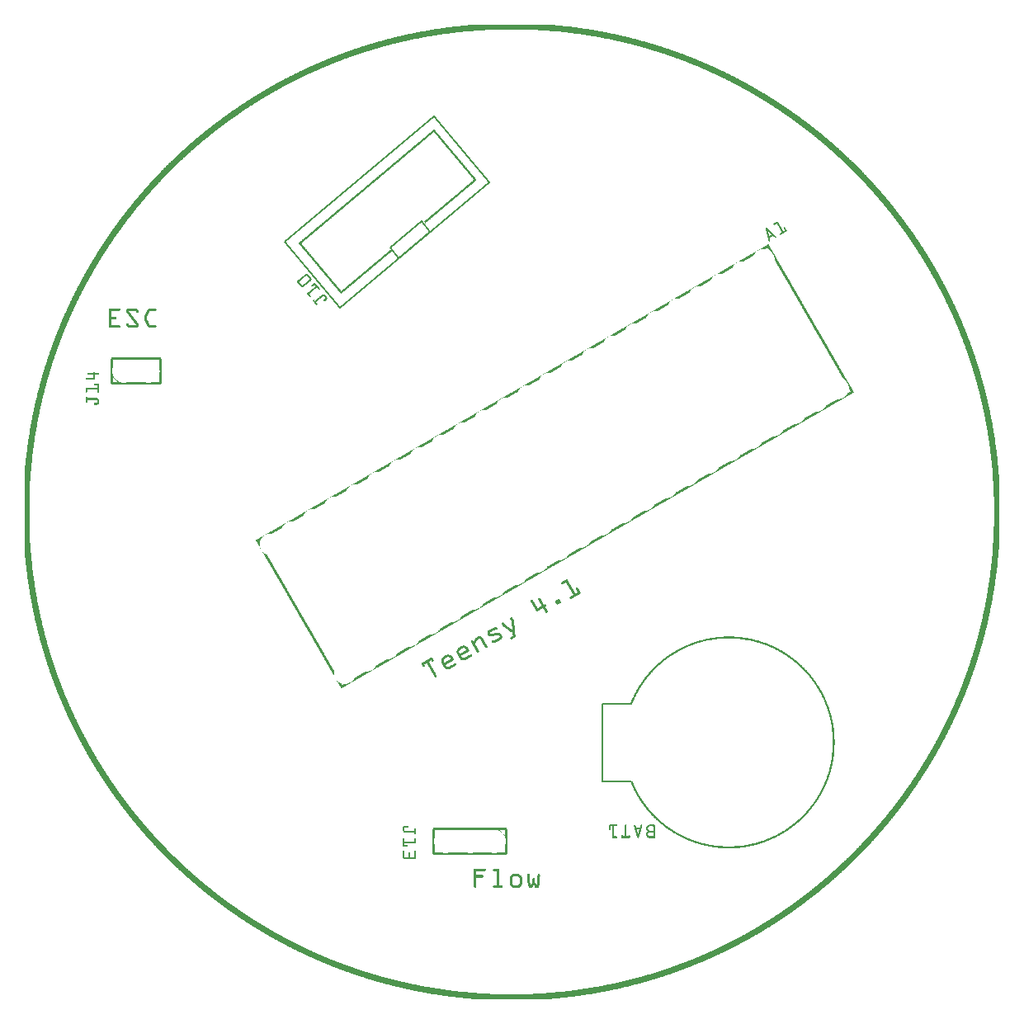
<source format=gto>
G04 MADE WITH FRITZING*
G04 WWW.FRITZING.ORG*
G04 DOUBLE SIDED*
G04 HOLES PLATED*
G04 CONTOUR ON CENTER OF CONTOUR VECTOR*
%ASAXBY*%
%FSLAX23Y23*%
%MOIN*%
%OFA0B0*%
%SFA1.0B1.0*%
%ADD10C,3.907840X3.90384*%
%ADD11C,0.008000*%
%ADD12R,0.001000X0.001000*%
%LNSILK1*%
G90*
G70*
G54D10*
X1969Y1969D03*
G54D11*
X2452Y880D02*
X2334Y880D01*
D02*
X2334Y880D02*
X2334Y1194D01*
D02*
X2334Y1194D02*
X2452Y1194D01*
X1052Y3059D02*
X1655Y3565D01*
X1877Y3300D01*
X1274Y2794D01*
X1052Y3059D01*
D02*
X1477Y3036D02*
X1604Y3142D01*
X1639Y3100D01*
X1513Y2993D01*
X1477Y3036D01*
D02*
G54D12*
X1818Y3937D02*
X2120Y3937D01*
X1806Y3936D02*
X2132Y3936D01*
X1793Y3935D02*
X2144Y3935D01*
X1783Y3934D02*
X2155Y3934D01*
X1772Y3933D02*
X2166Y3933D01*
X1763Y3932D02*
X2175Y3932D01*
X1753Y3931D02*
X2185Y3931D01*
X1744Y3930D02*
X2194Y3930D01*
X1736Y3929D02*
X2202Y3929D01*
X1728Y3928D02*
X2210Y3928D01*
X1719Y3927D02*
X2219Y3927D01*
X1712Y3926D02*
X2226Y3926D01*
X1704Y3925D02*
X2234Y3925D01*
X1697Y3924D02*
X2241Y3924D01*
X1690Y3923D02*
X2248Y3923D01*
X1683Y3922D02*
X2255Y3922D01*
X1676Y3921D02*
X2262Y3921D01*
X1669Y3920D02*
X2269Y3920D01*
X1663Y3919D02*
X2275Y3919D01*
X1657Y3918D02*
X2281Y3918D01*
X1650Y3917D02*
X1909Y3917D01*
X2029Y3917D02*
X2288Y3917D01*
X1644Y3916D02*
X1882Y3916D01*
X2056Y3916D02*
X2294Y3916D01*
X1638Y3915D02*
X1861Y3915D01*
X2077Y3915D02*
X2300Y3915D01*
X1633Y3914D02*
X1844Y3914D01*
X2094Y3914D02*
X2305Y3914D01*
X1627Y3913D02*
X1829Y3913D01*
X2109Y3913D02*
X2311Y3913D01*
X1621Y3912D02*
X1815Y3912D01*
X2123Y3912D02*
X2317Y3912D01*
X1616Y3911D02*
X1803Y3911D01*
X2135Y3911D02*
X2322Y3911D01*
X1610Y3910D02*
X1791Y3910D01*
X2147Y3910D02*
X2328Y3910D01*
X1605Y3909D02*
X1781Y3909D01*
X2157Y3909D02*
X2333Y3909D01*
X1599Y3908D02*
X1770Y3908D01*
X2168Y3908D02*
X2339Y3908D01*
X1594Y3907D02*
X1761Y3907D01*
X2177Y3907D02*
X2344Y3907D01*
X1589Y3906D02*
X1751Y3906D01*
X2187Y3906D02*
X2349Y3906D01*
X1584Y3905D02*
X1742Y3905D01*
X2196Y3905D02*
X2354Y3905D01*
X1579Y3904D02*
X1734Y3904D01*
X2204Y3904D02*
X2359Y3904D01*
X1574Y3903D02*
X1726Y3903D01*
X2212Y3903D02*
X2364Y3903D01*
X1569Y3902D02*
X1718Y3902D01*
X2220Y3902D02*
X2369Y3902D01*
X1564Y3901D02*
X1710Y3901D01*
X2228Y3901D02*
X2374Y3901D01*
X1560Y3900D02*
X1703Y3900D01*
X2235Y3900D02*
X2378Y3900D01*
X1555Y3899D02*
X1695Y3899D01*
X2243Y3899D02*
X2383Y3899D01*
X1550Y3898D02*
X1688Y3898D01*
X2250Y3898D02*
X2388Y3898D01*
X1546Y3897D02*
X1682Y3897D01*
X2256Y3897D02*
X2392Y3897D01*
X1541Y3896D02*
X1675Y3896D01*
X2263Y3896D02*
X2397Y3896D01*
X1537Y3895D02*
X1668Y3895D01*
X2270Y3895D02*
X2401Y3895D01*
X1532Y3894D02*
X1662Y3894D01*
X2276Y3894D02*
X2406Y3894D01*
X1528Y3893D02*
X1656Y3893D01*
X2282Y3893D02*
X2410Y3893D01*
X1523Y3892D02*
X1649Y3892D01*
X2289Y3892D02*
X2415Y3892D01*
X1519Y3891D02*
X1643Y3891D01*
X2295Y3891D02*
X2419Y3891D01*
X1515Y3890D02*
X1638Y3890D01*
X2300Y3890D02*
X2423Y3890D01*
X1511Y3889D02*
X1632Y3889D01*
X2306Y3889D02*
X2427Y3889D01*
X1507Y3888D02*
X1626Y3888D01*
X2312Y3888D02*
X2431Y3888D01*
X1502Y3887D02*
X1620Y3887D01*
X2318Y3887D02*
X2436Y3887D01*
X1498Y3886D02*
X1615Y3886D01*
X2323Y3886D02*
X2440Y3886D01*
X1494Y3885D02*
X1609Y3885D01*
X2329Y3885D02*
X2444Y3885D01*
X1490Y3884D02*
X1604Y3884D01*
X2334Y3884D02*
X2448Y3884D01*
X1486Y3883D02*
X1599Y3883D01*
X2339Y3883D02*
X2452Y3883D01*
X1482Y3882D02*
X1594Y3882D01*
X2344Y3882D02*
X2456Y3882D01*
X1478Y3881D02*
X1589Y3881D01*
X2349Y3881D02*
X2460Y3881D01*
X1474Y3880D02*
X1583Y3880D01*
X2355Y3880D02*
X2464Y3880D01*
X1471Y3879D02*
X1578Y3879D01*
X2360Y3879D02*
X2467Y3879D01*
X1467Y3878D02*
X1573Y3878D01*
X2365Y3878D02*
X2471Y3878D01*
X1463Y3877D02*
X1569Y3877D01*
X2369Y3877D02*
X2475Y3877D01*
X1459Y3876D02*
X1564Y3876D01*
X2374Y3876D02*
X2479Y3876D01*
X1456Y3875D02*
X1559Y3875D01*
X2379Y3875D02*
X2482Y3875D01*
X1452Y3874D02*
X1555Y3874D01*
X2383Y3874D02*
X2486Y3874D01*
X1448Y3873D02*
X1550Y3873D01*
X2388Y3873D02*
X2490Y3873D01*
X1445Y3872D02*
X1545Y3872D01*
X2393Y3872D02*
X2493Y3872D01*
X1441Y3871D02*
X1541Y3871D01*
X2397Y3871D02*
X2497Y3871D01*
X1437Y3870D02*
X1537Y3870D01*
X2401Y3870D02*
X2501Y3870D01*
X1434Y3869D02*
X1532Y3869D01*
X2406Y3869D02*
X2504Y3869D01*
X1430Y3868D02*
X1528Y3868D01*
X2410Y3868D02*
X2508Y3868D01*
X1427Y3867D02*
X1523Y3867D01*
X2415Y3867D02*
X2511Y3867D01*
X1423Y3866D02*
X1519Y3866D01*
X2419Y3866D02*
X2515Y3866D01*
X1420Y3865D02*
X1515Y3865D01*
X2423Y3865D02*
X2518Y3865D01*
X1416Y3864D02*
X1511Y3864D01*
X2427Y3864D02*
X2522Y3864D01*
X1413Y3863D02*
X1507Y3863D01*
X2431Y3863D02*
X2525Y3863D01*
X1410Y3862D02*
X1502Y3862D01*
X2436Y3862D02*
X2528Y3862D01*
X1406Y3861D02*
X1498Y3861D01*
X2440Y3861D02*
X2532Y3861D01*
X1403Y3860D02*
X1494Y3860D01*
X2444Y3860D02*
X2535Y3860D01*
X1400Y3859D02*
X1490Y3859D01*
X2448Y3859D02*
X2538Y3859D01*
X1396Y3858D02*
X1486Y3858D01*
X2452Y3858D02*
X2542Y3858D01*
X1393Y3857D02*
X1482Y3857D01*
X2456Y3857D02*
X2545Y3857D01*
X1390Y3856D02*
X1479Y3856D01*
X2459Y3856D02*
X2548Y3856D01*
X1386Y3855D02*
X1475Y3855D01*
X2463Y3855D02*
X2552Y3855D01*
X1383Y3854D02*
X1471Y3854D01*
X2467Y3854D02*
X2555Y3854D01*
X1380Y3853D02*
X1467Y3853D01*
X2471Y3853D02*
X2558Y3853D01*
X1377Y3852D02*
X1463Y3852D01*
X2475Y3852D02*
X2561Y3852D01*
X1374Y3851D02*
X1460Y3851D01*
X2478Y3851D02*
X2564Y3851D01*
X1371Y3850D02*
X1456Y3850D01*
X2482Y3850D02*
X2567Y3850D01*
X1367Y3849D02*
X1452Y3849D01*
X2486Y3849D02*
X2571Y3849D01*
X1364Y3848D02*
X1449Y3848D01*
X2489Y3848D02*
X2574Y3848D01*
X1361Y3847D02*
X1445Y3847D01*
X2493Y3847D02*
X2577Y3847D01*
X1358Y3846D02*
X1441Y3846D01*
X2497Y3846D02*
X2580Y3846D01*
X1355Y3845D02*
X1438Y3845D01*
X2500Y3845D02*
X2583Y3845D01*
X1352Y3844D02*
X1434Y3844D01*
X2504Y3844D02*
X2586Y3844D01*
X1349Y3843D02*
X1431Y3843D01*
X2507Y3843D02*
X2589Y3843D01*
X1346Y3842D02*
X1427Y3842D01*
X2511Y3842D02*
X2592Y3842D01*
X1343Y3841D02*
X1424Y3841D01*
X2514Y3841D02*
X2595Y3841D01*
X1340Y3840D02*
X1421Y3840D01*
X2517Y3840D02*
X2598Y3840D01*
X1337Y3839D02*
X1417Y3839D01*
X2521Y3839D02*
X2601Y3839D01*
X1334Y3838D02*
X1414Y3838D01*
X2524Y3838D02*
X2604Y3838D01*
X1331Y3837D02*
X1410Y3837D01*
X2528Y3837D02*
X2607Y3837D01*
X1328Y3836D02*
X1407Y3836D01*
X2531Y3836D02*
X2610Y3836D01*
X1325Y3835D02*
X1404Y3835D01*
X2534Y3835D02*
X2613Y3835D01*
X1322Y3834D02*
X1400Y3834D01*
X2538Y3834D02*
X2616Y3834D01*
X1320Y3833D02*
X1397Y3833D01*
X2541Y3833D02*
X2618Y3833D01*
X1317Y3832D02*
X1394Y3832D01*
X2544Y3832D02*
X2621Y3832D01*
X1314Y3831D02*
X1391Y3831D01*
X2547Y3831D02*
X2624Y3831D01*
X1311Y3830D02*
X1387Y3830D01*
X2551Y3830D02*
X2627Y3830D01*
X1308Y3829D02*
X1384Y3829D01*
X2554Y3829D02*
X2630Y3829D01*
X1305Y3828D02*
X1381Y3828D01*
X2557Y3828D02*
X2633Y3828D01*
X1303Y3827D02*
X1378Y3827D01*
X2560Y3827D02*
X2635Y3827D01*
X1300Y3826D02*
X1375Y3826D01*
X2563Y3826D02*
X2638Y3826D01*
X1297Y3825D02*
X1372Y3825D01*
X2566Y3825D02*
X2641Y3825D01*
X1294Y3824D02*
X1368Y3824D01*
X2570Y3824D02*
X2644Y3824D01*
X1291Y3823D02*
X1365Y3823D01*
X2573Y3823D02*
X2647Y3823D01*
X1289Y3822D02*
X1362Y3822D01*
X2576Y3822D02*
X2649Y3822D01*
X1286Y3821D02*
X1359Y3821D01*
X2579Y3821D02*
X2652Y3821D01*
X1283Y3820D02*
X1356Y3820D01*
X2582Y3820D02*
X2655Y3820D01*
X1281Y3819D02*
X1353Y3819D01*
X2585Y3819D02*
X2657Y3819D01*
X1278Y3818D02*
X1350Y3818D01*
X2588Y3818D02*
X2660Y3818D01*
X1275Y3817D02*
X1347Y3817D01*
X2591Y3817D02*
X2663Y3817D01*
X1273Y3816D02*
X1344Y3816D01*
X2594Y3816D02*
X2665Y3816D01*
X1270Y3815D02*
X1341Y3815D01*
X2597Y3815D02*
X2668Y3815D01*
X1267Y3814D02*
X1338Y3814D01*
X2600Y3814D02*
X2671Y3814D01*
X1265Y3813D02*
X1335Y3813D01*
X2603Y3813D02*
X2673Y3813D01*
X1262Y3812D02*
X1333Y3812D01*
X2605Y3812D02*
X2676Y3812D01*
X1260Y3811D02*
X1330Y3811D01*
X2608Y3811D02*
X2678Y3811D01*
X1257Y3810D02*
X1327Y3810D01*
X2611Y3810D02*
X2681Y3810D01*
X1254Y3809D02*
X1324Y3809D01*
X2614Y3809D02*
X2684Y3809D01*
X1252Y3808D02*
X1321Y3808D01*
X2617Y3808D02*
X2686Y3808D01*
X1249Y3807D02*
X1318Y3807D01*
X2620Y3807D02*
X2689Y3807D01*
X1247Y3806D02*
X1315Y3806D01*
X2623Y3806D02*
X2691Y3806D01*
X1244Y3805D02*
X1313Y3805D01*
X2625Y3805D02*
X2694Y3805D01*
X1242Y3804D02*
X1310Y3804D01*
X2628Y3804D02*
X2696Y3804D01*
X1239Y3803D02*
X1307Y3803D01*
X2631Y3803D02*
X2699Y3803D01*
X1237Y3802D02*
X1304Y3802D01*
X2634Y3802D02*
X2701Y3802D01*
X1234Y3801D02*
X1301Y3801D01*
X2637Y3801D02*
X2704Y3801D01*
X1232Y3800D02*
X1299Y3800D01*
X2639Y3800D02*
X2706Y3800D01*
X1229Y3799D02*
X1296Y3799D01*
X2642Y3799D02*
X2709Y3799D01*
X1227Y3798D02*
X1293Y3798D01*
X2645Y3798D02*
X2711Y3798D01*
X1224Y3797D02*
X1291Y3797D01*
X2647Y3797D02*
X2714Y3797D01*
X1222Y3796D02*
X1288Y3796D01*
X2650Y3796D02*
X2716Y3796D01*
X1219Y3795D02*
X1285Y3795D01*
X2653Y3795D02*
X2719Y3795D01*
X1217Y3794D02*
X1283Y3794D01*
X2655Y3794D02*
X2721Y3794D01*
X1215Y3793D02*
X1280Y3793D01*
X2658Y3793D02*
X2723Y3793D01*
X1212Y3792D02*
X1277Y3792D01*
X2661Y3792D02*
X2726Y3792D01*
X1210Y3791D02*
X1275Y3791D01*
X2663Y3791D02*
X2728Y3791D01*
X1207Y3790D02*
X1272Y3790D01*
X2666Y3790D02*
X2731Y3790D01*
X1205Y3789D02*
X1269Y3789D01*
X2669Y3789D02*
X2733Y3789D01*
X1203Y3788D02*
X1267Y3788D01*
X2671Y3788D02*
X2735Y3788D01*
X1200Y3787D02*
X1264Y3787D01*
X2674Y3787D02*
X2738Y3787D01*
X1198Y3786D02*
X1262Y3786D01*
X2676Y3786D02*
X2740Y3786D01*
X1196Y3785D02*
X1259Y3785D01*
X2679Y3785D02*
X2742Y3785D01*
X1193Y3784D02*
X1256Y3784D01*
X2681Y3784D02*
X2745Y3784D01*
X1191Y3783D02*
X1254Y3783D01*
X2684Y3783D02*
X2747Y3783D01*
X1189Y3782D02*
X1251Y3782D01*
X2687Y3782D02*
X2749Y3782D01*
X1186Y3781D02*
X1249Y3781D01*
X2689Y3781D02*
X2752Y3781D01*
X1184Y3780D02*
X1246Y3780D01*
X2692Y3780D02*
X2754Y3780D01*
X1182Y3779D02*
X1244Y3779D01*
X2694Y3779D02*
X2756Y3779D01*
X1179Y3778D02*
X1241Y3778D01*
X2697Y3778D02*
X2759Y3778D01*
X1177Y3777D02*
X1239Y3777D01*
X2699Y3777D02*
X2761Y3777D01*
X1175Y3776D02*
X1236Y3776D01*
X2702Y3776D02*
X2763Y3776D01*
X1173Y3775D02*
X1234Y3775D01*
X2704Y3775D02*
X2765Y3775D01*
X1170Y3774D02*
X1231Y3774D01*
X2707Y3774D02*
X2768Y3774D01*
X1168Y3773D02*
X1229Y3773D01*
X2709Y3773D02*
X2770Y3773D01*
X1166Y3772D02*
X1227Y3772D01*
X2711Y3772D02*
X2772Y3772D01*
X1164Y3771D02*
X1224Y3771D01*
X2714Y3771D02*
X2774Y3771D01*
X1161Y3770D02*
X1222Y3770D01*
X2716Y3770D02*
X2777Y3770D01*
X1159Y3769D02*
X1219Y3769D01*
X2719Y3769D02*
X2779Y3769D01*
X1157Y3768D02*
X1217Y3768D01*
X2721Y3768D02*
X2781Y3768D01*
X1155Y3767D02*
X1215Y3767D01*
X2723Y3767D02*
X2783Y3767D01*
X1152Y3766D02*
X1212Y3766D01*
X2726Y3766D02*
X2785Y3766D01*
X1150Y3765D02*
X1210Y3765D01*
X2728Y3765D02*
X2788Y3765D01*
X1148Y3764D02*
X1208Y3764D01*
X2730Y3764D02*
X2790Y3764D01*
X1146Y3763D02*
X1205Y3763D01*
X2733Y3763D02*
X2792Y3763D01*
X1144Y3762D02*
X1203Y3762D01*
X2735Y3762D02*
X2794Y3762D01*
X1142Y3761D02*
X1201Y3761D01*
X2737Y3761D02*
X2796Y3761D01*
X1139Y3760D02*
X1198Y3760D01*
X2740Y3760D02*
X2799Y3760D01*
X1137Y3759D02*
X1196Y3759D01*
X2742Y3759D02*
X2801Y3759D01*
X1135Y3758D02*
X1194Y3758D01*
X2744Y3758D02*
X2803Y3758D01*
X1133Y3757D02*
X1191Y3757D01*
X2747Y3757D02*
X2805Y3757D01*
X1131Y3756D02*
X1189Y3756D01*
X2749Y3756D02*
X2807Y3756D01*
X1129Y3755D02*
X1187Y3755D01*
X2751Y3755D02*
X2809Y3755D01*
X1127Y3754D02*
X1184Y3754D01*
X2754Y3754D02*
X2811Y3754D01*
X1125Y3753D02*
X1182Y3753D01*
X2756Y3753D02*
X2813Y3753D01*
X1122Y3752D02*
X1180Y3752D01*
X2758Y3752D02*
X2816Y3752D01*
X1120Y3751D02*
X1178Y3751D01*
X2760Y3751D02*
X2818Y3751D01*
X1118Y3750D02*
X1175Y3750D01*
X2763Y3750D02*
X2820Y3750D01*
X1116Y3749D02*
X1173Y3749D01*
X2765Y3749D02*
X2822Y3749D01*
X1114Y3748D02*
X1171Y3748D01*
X2767Y3748D02*
X2824Y3748D01*
X1112Y3747D02*
X1169Y3747D01*
X2769Y3747D02*
X2826Y3747D01*
X1110Y3746D02*
X1166Y3746D01*
X2772Y3746D02*
X2828Y3746D01*
X1108Y3745D02*
X1164Y3745D01*
X2774Y3745D02*
X2830Y3745D01*
X1106Y3744D02*
X1162Y3744D01*
X2776Y3744D02*
X2832Y3744D01*
X1104Y3743D02*
X1160Y3743D01*
X2778Y3743D02*
X2834Y3743D01*
X1102Y3742D02*
X1158Y3742D01*
X2780Y3742D02*
X2836Y3742D01*
X1100Y3741D02*
X1156Y3741D01*
X2782Y3741D02*
X2838Y3741D01*
X1098Y3740D02*
X1153Y3740D01*
X2785Y3740D02*
X2840Y3740D01*
X1096Y3739D02*
X1151Y3739D01*
X2787Y3739D02*
X2842Y3739D01*
X1094Y3738D02*
X1149Y3738D01*
X2789Y3738D02*
X2844Y3738D01*
X1092Y3737D02*
X1147Y3737D01*
X2791Y3737D02*
X2846Y3737D01*
X1090Y3736D02*
X1145Y3736D01*
X2793Y3736D02*
X2848Y3736D01*
X1088Y3735D02*
X1143Y3735D01*
X2795Y3735D02*
X2850Y3735D01*
X1086Y3734D02*
X1140Y3734D01*
X2798Y3734D02*
X2852Y3734D01*
X1084Y3733D02*
X1138Y3733D01*
X2800Y3733D02*
X2854Y3733D01*
X1082Y3732D02*
X1136Y3732D01*
X2802Y3732D02*
X2856Y3732D01*
X1080Y3731D02*
X1134Y3731D01*
X2804Y3731D02*
X2858Y3731D01*
X1078Y3730D02*
X1132Y3730D01*
X2806Y3730D02*
X2860Y3730D01*
X1076Y3729D02*
X1130Y3729D01*
X2808Y3729D02*
X2862Y3729D01*
X1074Y3728D02*
X1128Y3728D01*
X2810Y3728D02*
X2864Y3728D01*
X1072Y3727D02*
X1126Y3727D01*
X2812Y3727D02*
X2866Y3727D01*
X1070Y3726D02*
X1124Y3726D01*
X2814Y3726D02*
X2868Y3726D01*
X1068Y3725D02*
X1122Y3725D01*
X2816Y3725D02*
X2870Y3725D01*
X1066Y3724D02*
X1119Y3724D01*
X2819Y3724D02*
X2872Y3724D01*
X1064Y3723D02*
X1117Y3723D01*
X2821Y3723D02*
X2874Y3723D01*
X1062Y3722D02*
X1115Y3722D01*
X2823Y3722D02*
X2876Y3722D01*
X1060Y3721D02*
X1113Y3721D01*
X2825Y3721D02*
X2878Y3721D01*
X1058Y3720D02*
X1111Y3720D01*
X2827Y3720D02*
X2880Y3720D01*
X1056Y3719D02*
X1109Y3719D01*
X2829Y3719D02*
X2882Y3719D01*
X1054Y3718D02*
X1107Y3718D01*
X2831Y3718D02*
X2884Y3718D01*
X1052Y3717D02*
X1105Y3717D01*
X2833Y3717D02*
X2886Y3717D01*
X1051Y3716D02*
X1103Y3716D01*
X2835Y3716D02*
X2887Y3716D01*
X1049Y3715D02*
X1101Y3715D01*
X2837Y3715D02*
X2889Y3715D01*
X1047Y3714D02*
X1099Y3714D01*
X2839Y3714D02*
X2891Y3714D01*
X1045Y3713D02*
X1097Y3713D01*
X2841Y3713D02*
X2893Y3713D01*
X1043Y3712D02*
X1095Y3712D01*
X2843Y3712D02*
X2895Y3712D01*
X1041Y3711D02*
X1093Y3711D01*
X2845Y3711D02*
X2897Y3711D01*
X1039Y3710D02*
X1091Y3710D01*
X2847Y3710D02*
X2899Y3710D01*
X1037Y3709D02*
X1089Y3709D01*
X2849Y3709D02*
X2901Y3709D01*
X1036Y3708D02*
X1087Y3708D01*
X2851Y3708D02*
X2902Y3708D01*
X1034Y3707D02*
X1085Y3707D01*
X2853Y3707D02*
X2904Y3707D01*
X1032Y3706D02*
X1083Y3706D01*
X2855Y3706D02*
X2906Y3706D01*
X1030Y3705D02*
X1081Y3705D01*
X2857Y3705D02*
X2908Y3705D01*
X1028Y3704D02*
X1079Y3704D01*
X2859Y3704D02*
X2910Y3704D01*
X1026Y3703D02*
X1077Y3703D01*
X2861Y3703D02*
X2912Y3703D01*
X1024Y3702D02*
X1076Y3702D01*
X2862Y3702D02*
X2914Y3702D01*
X1023Y3701D02*
X1074Y3701D01*
X2864Y3701D02*
X2915Y3701D01*
X1021Y3700D02*
X1072Y3700D01*
X2866Y3700D02*
X2917Y3700D01*
X1019Y3699D02*
X1070Y3699D01*
X2868Y3699D02*
X2919Y3699D01*
X1017Y3698D02*
X1068Y3698D01*
X2870Y3698D02*
X2921Y3698D01*
X1015Y3697D02*
X1066Y3697D01*
X2872Y3697D02*
X2923Y3697D01*
X1014Y3696D02*
X1064Y3696D01*
X2874Y3696D02*
X2924Y3696D01*
X1012Y3695D02*
X1062Y3695D01*
X2876Y3695D02*
X2926Y3695D01*
X1010Y3694D02*
X1060Y3694D01*
X2878Y3694D02*
X2928Y3694D01*
X1008Y3693D02*
X1058Y3693D01*
X2880Y3693D02*
X2930Y3693D01*
X1006Y3692D02*
X1056Y3692D01*
X2882Y3692D02*
X2932Y3692D01*
X1005Y3691D02*
X1055Y3691D01*
X2883Y3691D02*
X2933Y3691D01*
X1003Y3690D02*
X1053Y3690D01*
X2885Y3690D02*
X2935Y3690D01*
X1001Y3689D02*
X1051Y3689D01*
X2887Y3689D02*
X2937Y3689D01*
X999Y3688D02*
X1049Y3688D01*
X2889Y3688D02*
X2939Y3688D01*
X998Y3687D02*
X1047Y3687D01*
X2891Y3687D02*
X2940Y3687D01*
X996Y3686D02*
X1045Y3686D01*
X2893Y3686D02*
X2942Y3686D01*
X994Y3685D02*
X1043Y3685D01*
X2895Y3685D02*
X2944Y3685D01*
X992Y3684D02*
X1042Y3684D01*
X2896Y3684D02*
X2946Y3684D01*
X990Y3683D02*
X1040Y3683D01*
X2898Y3683D02*
X2948Y3683D01*
X989Y3682D02*
X1038Y3682D01*
X2900Y3682D02*
X2949Y3682D01*
X987Y3681D02*
X1036Y3681D01*
X2902Y3681D02*
X2951Y3681D01*
X985Y3680D02*
X1034Y3680D01*
X2904Y3680D02*
X2953Y3680D01*
X983Y3679D02*
X1032Y3679D01*
X2906Y3679D02*
X2954Y3679D01*
X982Y3678D02*
X1031Y3678D01*
X2907Y3678D02*
X2956Y3678D01*
X980Y3677D02*
X1029Y3677D01*
X2909Y3677D02*
X2958Y3677D01*
X978Y3676D02*
X1027Y3676D01*
X2911Y3676D02*
X2960Y3676D01*
X977Y3675D02*
X1025Y3675D01*
X2913Y3675D02*
X2961Y3675D01*
X975Y3674D02*
X1023Y3674D01*
X2915Y3674D02*
X2963Y3674D01*
X973Y3673D02*
X1021Y3673D01*
X2916Y3673D02*
X2965Y3673D01*
X972Y3672D02*
X1020Y3672D01*
X2918Y3672D02*
X2966Y3672D01*
X970Y3671D02*
X1018Y3671D01*
X2920Y3671D02*
X2968Y3671D01*
X968Y3670D02*
X1016Y3670D01*
X2922Y3670D02*
X2970Y3670D01*
X966Y3669D02*
X1014Y3669D01*
X2924Y3669D02*
X2972Y3669D01*
X965Y3668D02*
X1013Y3668D01*
X2925Y3668D02*
X2973Y3668D01*
X963Y3667D02*
X1011Y3667D01*
X2927Y3667D02*
X2975Y3667D01*
X961Y3666D02*
X1009Y3666D01*
X2929Y3666D02*
X2977Y3666D01*
X960Y3665D02*
X1007Y3665D01*
X2931Y3665D02*
X2978Y3665D01*
X958Y3664D02*
X1006Y3664D01*
X2932Y3664D02*
X2980Y3664D01*
X956Y3663D02*
X1004Y3663D01*
X2934Y3663D02*
X2982Y3663D01*
X955Y3662D02*
X1002Y3662D01*
X2936Y3662D02*
X2983Y3662D01*
X953Y3661D02*
X1000Y3661D01*
X2938Y3661D02*
X2985Y3661D01*
X951Y3660D02*
X999Y3660D01*
X2939Y3660D02*
X2987Y3660D01*
X950Y3659D02*
X997Y3659D01*
X2941Y3659D02*
X2988Y3659D01*
X948Y3658D02*
X995Y3658D01*
X2943Y3658D02*
X2990Y3658D01*
X946Y3657D02*
X993Y3657D01*
X2945Y3657D02*
X2992Y3657D01*
X945Y3656D02*
X992Y3656D01*
X2946Y3656D02*
X2993Y3656D01*
X943Y3655D02*
X990Y3655D01*
X2948Y3655D02*
X2995Y3655D01*
X941Y3654D02*
X988Y3654D01*
X2950Y3654D02*
X2997Y3654D01*
X940Y3653D02*
X987Y3653D01*
X2951Y3653D02*
X2998Y3653D01*
X938Y3652D02*
X985Y3652D01*
X2953Y3652D02*
X3000Y3652D01*
X937Y3651D02*
X983Y3651D01*
X2955Y3651D02*
X3001Y3651D01*
X935Y3650D02*
X981Y3650D01*
X2957Y3650D02*
X3003Y3650D01*
X933Y3649D02*
X980Y3649D01*
X2958Y3649D02*
X3005Y3649D01*
X932Y3648D02*
X978Y3648D01*
X2960Y3648D02*
X3006Y3648D01*
X930Y3647D02*
X976Y3647D01*
X2962Y3647D02*
X3008Y3647D01*
X928Y3646D02*
X975Y3646D01*
X2963Y3646D02*
X3010Y3646D01*
X927Y3645D02*
X973Y3645D01*
X2965Y3645D02*
X3011Y3645D01*
X925Y3644D02*
X971Y3644D01*
X2967Y3644D02*
X3013Y3644D01*
X924Y3643D02*
X970Y3643D01*
X2968Y3643D02*
X3014Y3643D01*
X922Y3642D02*
X968Y3642D01*
X2970Y3642D02*
X3016Y3642D01*
X920Y3641D02*
X966Y3641D01*
X2972Y3641D02*
X3018Y3641D01*
X919Y3640D02*
X965Y3640D01*
X2973Y3640D02*
X3019Y3640D01*
X917Y3639D02*
X963Y3639D01*
X2975Y3639D02*
X3021Y3639D01*
X916Y3638D02*
X961Y3638D01*
X2977Y3638D02*
X3022Y3638D01*
X914Y3637D02*
X960Y3637D01*
X2978Y3637D02*
X3024Y3637D01*
X913Y3636D02*
X958Y3636D01*
X2980Y3636D02*
X3025Y3636D01*
X911Y3635D02*
X956Y3635D01*
X2982Y3635D02*
X3027Y3635D01*
X909Y3634D02*
X955Y3634D01*
X2983Y3634D02*
X3029Y3634D01*
X908Y3633D02*
X953Y3633D01*
X2985Y3633D02*
X3030Y3633D01*
X906Y3632D02*
X951Y3632D01*
X2987Y3632D02*
X3032Y3632D01*
X905Y3631D02*
X950Y3631D01*
X2988Y3631D02*
X3033Y3631D01*
X903Y3630D02*
X948Y3630D01*
X2990Y3630D02*
X3035Y3630D01*
X902Y3629D02*
X947Y3629D01*
X2991Y3629D02*
X3036Y3629D01*
X900Y3628D02*
X945Y3628D01*
X2993Y3628D02*
X3038Y3628D01*
X898Y3627D02*
X943Y3627D01*
X2995Y3627D02*
X3039Y3627D01*
X897Y3626D02*
X942Y3626D01*
X2996Y3626D02*
X3041Y3626D01*
X895Y3625D02*
X940Y3625D01*
X2998Y3625D02*
X3043Y3625D01*
X894Y3624D02*
X938Y3624D01*
X2999Y3624D02*
X3044Y3624D01*
X892Y3623D02*
X937Y3623D01*
X3001Y3623D02*
X3046Y3623D01*
X891Y3622D02*
X935Y3622D01*
X3003Y3622D02*
X3047Y3622D01*
X889Y3621D02*
X934Y3621D01*
X3004Y3621D02*
X3049Y3621D01*
X888Y3620D02*
X932Y3620D01*
X3006Y3620D02*
X3050Y3620D01*
X886Y3619D02*
X931Y3619D01*
X3007Y3619D02*
X3052Y3619D01*
X885Y3618D02*
X929Y3618D01*
X3009Y3618D02*
X3053Y3618D01*
X883Y3617D02*
X927Y3617D01*
X3011Y3617D02*
X3055Y3617D01*
X882Y3616D02*
X926Y3616D01*
X3012Y3616D02*
X3056Y3616D01*
X880Y3615D02*
X924Y3615D01*
X3014Y3615D02*
X3058Y3615D01*
X879Y3614D02*
X923Y3614D01*
X3015Y3614D02*
X3059Y3614D01*
X877Y3613D02*
X921Y3613D01*
X3017Y3613D02*
X3061Y3613D01*
X876Y3612D02*
X920Y3612D01*
X3018Y3612D02*
X3062Y3612D01*
X874Y3611D02*
X918Y3611D01*
X3020Y3611D02*
X3064Y3611D01*
X873Y3610D02*
X916Y3610D01*
X3022Y3610D02*
X3065Y3610D01*
X871Y3609D02*
X915Y3609D01*
X3023Y3609D02*
X3067Y3609D01*
X870Y3608D02*
X913Y3608D01*
X3025Y3608D02*
X3068Y3608D01*
X868Y3607D02*
X912Y3607D01*
X3026Y3607D02*
X3070Y3607D01*
X867Y3606D02*
X910Y3606D01*
X3028Y3606D02*
X3071Y3606D01*
X865Y3605D02*
X909Y3605D01*
X3029Y3605D02*
X3073Y3605D01*
X864Y3604D02*
X907Y3604D01*
X3031Y3604D02*
X3074Y3604D01*
X862Y3603D02*
X906Y3603D01*
X3032Y3603D02*
X3076Y3603D01*
X861Y3602D02*
X904Y3602D01*
X3034Y3602D02*
X3077Y3602D01*
X859Y3601D02*
X903Y3601D01*
X3035Y3601D02*
X3079Y3601D01*
X858Y3600D02*
X901Y3600D01*
X3037Y3600D02*
X3080Y3600D01*
X856Y3599D02*
X899Y3599D01*
X3039Y3599D02*
X3082Y3599D01*
X855Y3598D02*
X898Y3598D01*
X3040Y3598D02*
X3083Y3598D01*
X853Y3597D02*
X896Y3597D01*
X3042Y3597D02*
X3085Y3597D01*
X852Y3596D02*
X895Y3596D01*
X3043Y3596D02*
X3086Y3596D01*
X851Y3595D02*
X893Y3595D01*
X3045Y3595D02*
X3087Y3595D01*
X849Y3594D02*
X892Y3594D01*
X3046Y3594D02*
X3089Y3594D01*
X848Y3593D02*
X890Y3593D01*
X3048Y3593D02*
X3090Y3593D01*
X846Y3592D02*
X889Y3592D01*
X3049Y3592D02*
X3092Y3592D01*
X845Y3591D02*
X887Y3591D01*
X3051Y3591D02*
X3093Y3591D01*
X843Y3590D02*
X886Y3590D01*
X3052Y3590D02*
X3095Y3590D01*
X842Y3589D02*
X884Y3589D01*
X3054Y3589D02*
X3096Y3589D01*
X840Y3588D02*
X883Y3588D01*
X3055Y3588D02*
X3098Y3588D01*
X839Y3587D02*
X881Y3587D01*
X3057Y3587D02*
X3099Y3587D01*
X838Y3586D02*
X880Y3586D01*
X3058Y3586D02*
X3100Y3586D01*
X836Y3585D02*
X878Y3585D01*
X3059Y3585D02*
X3102Y3585D01*
X835Y3584D02*
X877Y3584D01*
X3061Y3584D02*
X3103Y3584D01*
X833Y3583D02*
X876Y3583D01*
X3062Y3583D02*
X3105Y3583D01*
X832Y3582D02*
X874Y3582D01*
X3064Y3582D02*
X3106Y3582D01*
X830Y3581D02*
X873Y3581D01*
X3065Y3581D02*
X3108Y3581D01*
X829Y3580D02*
X871Y3580D01*
X3067Y3580D02*
X3109Y3580D01*
X828Y3579D02*
X870Y3579D01*
X3068Y3579D02*
X3110Y3579D01*
X826Y3578D02*
X868Y3578D01*
X3070Y3578D02*
X3112Y3578D01*
X825Y3577D02*
X867Y3577D01*
X3071Y3577D02*
X3113Y3577D01*
X823Y3576D02*
X865Y3576D01*
X3073Y3576D02*
X3115Y3576D01*
X822Y3575D02*
X864Y3575D01*
X3074Y3575D02*
X3116Y3575D01*
X821Y3574D02*
X862Y3574D01*
X3076Y3574D02*
X3117Y3574D01*
X819Y3573D02*
X861Y3573D01*
X3077Y3573D02*
X3119Y3573D01*
X818Y3572D02*
X860Y3572D01*
X3078Y3572D02*
X3120Y3572D01*
X816Y3571D02*
X858Y3571D01*
X3080Y3571D02*
X3122Y3571D01*
X815Y3570D02*
X857Y3570D01*
X3081Y3570D02*
X3123Y3570D01*
X814Y3569D02*
X855Y3569D01*
X3083Y3569D02*
X3124Y3569D01*
X812Y3568D02*
X854Y3568D01*
X3084Y3568D02*
X3126Y3568D01*
X811Y3567D02*
X852Y3567D01*
X3086Y3567D02*
X3127Y3567D01*
X810Y3566D02*
X851Y3566D01*
X3087Y3566D02*
X3128Y3566D01*
X808Y3565D02*
X850Y3565D01*
X3088Y3565D02*
X3130Y3565D01*
X807Y3564D02*
X848Y3564D01*
X3090Y3564D02*
X3131Y3564D01*
X805Y3563D02*
X847Y3563D01*
X3091Y3563D02*
X3133Y3563D01*
X804Y3562D02*
X845Y3562D01*
X3093Y3562D02*
X3134Y3562D01*
X803Y3561D02*
X844Y3561D01*
X3094Y3561D02*
X3135Y3561D01*
X801Y3560D02*
X842Y3560D01*
X3096Y3560D02*
X3137Y3560D01*
X800Y3559D02*
X841Y3559D01*
X3097Y3559D02*
X3138Y3559D01*
X799Y3558D02*
X840Y3558D01*
X3098Y3558D02*
X3139Y3558D01*
X797Y3557D02*
X838Y3557D01*
X3100Y3557D02*
X3141Y3557D01*
X796Y3556D02*
X837Y3556D01*
X3101Y3556D02*
X3142Y3556D01*
X795Y3555D02*
X835Y3555D01*
X3103Y3555D02*
X3143Y3555D01*
X793Y3554D02*
X834Y3554D01*
X3104Y3554D02*
X3145Y3554D01*
X792Y3553D02*
X833Y3553D01*
X3105Y3553D02*
X3146Y3553D01*
X791Y3552D02*
X831Y3552D01*
X3107Y3552D02*
X3147Y3552D01*
X789Y3551D02*
X830Y3551D01*
X3108Y3551D02*
X3149Y3551D01*
X788Y3550D02*
X829Y3550D01*
X3109Y3550D02*
X3150Y3550D01*
X787Y3549D02*
X827Y3549D01*
X3111Y3549D02*
X3151Y3549D01*
X785Y3548D02*
X826Y3548D01*
X3112Y3548D02*
X3153Y3548D01*
X784Y3547D02*
X824Y3547D01*
X3114Y3547D02*
X3154Y3547D01*
X783Y3546D02*
X823Y3546D01*
X3115Y3546D02*
X3155Y3546D01*
X781Y3545D02*
X822Y3545D01*
X3116Y3545D02*
X3157Y3545D01*
X780Y3544D02*
X820Y3544D01*
X3118Y3544D02*
X3158Y3544D01*
X779Y3543D02*
X819Y3543D01*
X3119Y3543D02*
X3159Y3543D01*
X777Y3542D02*
X818Y3542D01*
X3120Y3542D02*
X3161Y3542D01*
X776Y3541D02*
X816Y3541D01*
X3122Y3541D02*
X3162Y3541D01*
X775Y3540D02*
X815Y3540D01*
X3123Y3540D02*
X3163Y3540D01*
X773Y3539D02*
X813Y3539D01*
X3125Y3539D02*
X3165Y3539D01*
X772Y3538D02*
X812Y3538D01*
X3126Y3538D02*
X3166Y3538D01*
X771Y3537D02*
X811Y3537D01*
X3127Y3537D02*
X3167Y3537D01*
X769Y3536D02*
X809Y3536D01*
X3129Y3536D02*
X3169Y3536D01*
X768Y3535D02*
X808Y3535D01*
X3130Y3535D02*
X3170Y3535D01*
X767Y3534D02*
X807Y3534D01*
X3131Y3534D02*
X3171Y3534D01*
X765Y3533D02*
X805Y3533D01*
X3133Y3533D02*
X3173Y3533D01*
X764Y3532D02*
X804Y3532D01*
X3134Y3532D02*
X3174Y3532D01*
X763Y3531D02*
X803Y3531D01*
X3135Y3531D02*
X3175Y3531D01*
X762Y3530D02*
X801Y3530D01*
X3137Y3530D02*
X3176Y3530D01*
X760Y3529D02*
X800Y3529D01*
X3138Y3529D02*
X3178Y3529D01*
X759Y3528D02*
X799Y3528D01*
X3139Y3528D02*
X3179Y3528D01*
X758Y3527D02*
X797Y3527D01*
X3141Y3527D02*
X3180Y3527D01*
X756Y3526D02*
X796Y3526D01*
X3142Y3526D02*
X3182Y3526D01*
X755Y3525D02*
X795Y3525D01*
X3143Y3525D02*
X3183Y3525D01*
X754Y3524D02*
X793Y3524D01*
X3145Y3524D02*
X3184Y3524D01*
X753Y3523D02*
X792Y3523D01*
X3146Y3523D02*
X3185Y3523D01*
X751Y3522D02*
X791Y3522D01*
X3147Y3522D02*
X3187Y3522D01*
X750Y3521D02*
X789Y3521D01*
X3149Y3521D02*
X3188Y3521D01*
X749Y3520D02*
X788Y3520D01*
X3150Y3520D02*
X3189Y3520D01*
X747Y3519D02*
X787Y3519D01*
X3151Y3519D02*
X3190Y3519D01*
X746Y3518D02*
X785Y3518D01*
X3153Y3518D02*
X3192Y3518D01*
X745Y3517D02*
X784Y3517D01*
X3154Y3517D02*
X3193Y3517D01*
X744Y3516D02*
X783Y3516D01*
X3155Y3516D02*
X3194Y3516D01*
X742Y3515D02*
X782Y3515D01*
X3156Y3515D02*
X3196Y3515D01*
X741Y3514D02*
X780Y3514D01*
X1656Y3514D02*
X1656Y3514D01*
X3158Y3514D02*
X3197Y3514D01*
X740Y3513D02*
X779Y3513D01*
X1655Y3513D02*
X1657Y3513D01*
X3159Y3513D02*
X3198Y3513D01*
X739Y3512D02*
X778Y3512D01*
X1654Y3512D02*
X1657Y3512D01*
X3160Y3512D02*
X3199Y3512D01*
X737Y3511D02*
X776Y3511D01*
X1652Y3511D02*
X1658Y3511D01*
X3162Y3511D02*
X3201Y3511D01*
X736Y3510D02*
X775Y3510D01*
X1651Y3510D02*
X1659Y3510D01*
X3163Y3510D02*
X3202Y3510D01*
X735Y3509D02*
X774Y3509D01*
X1650Y3509D02*
X1660Y3509D01*
X3164Y3509D02*
X3203Y3509D01*
X734Y3508D02*
X773Y3508D01*
X1649Y3508D02*
X1661Y3508D01*
X3165Y3508D02*
X3204Y3508D01*
X732Y3507D02*
X771Y3507D01*
X1648Y3507D02*
X1662Y3507D01*
X3167Y3507D02*
X3206Y3507D01*
X731Y3506D02*
X770Y3506D01*
X1646Y3506D02*
X1662Y3506D01*
X3168Y3506D02*
X3207Y3506D01*
X730Y3505D02*
X769Y3505D01*
X1645Y3505D02*
X1663Y3505D01*
X3169Y3505D02*
X3208Y3505D01*
X729Y3504D02*
X767Y3504D01*
X1644Y3504D02*
X1664Y3504D01*
X3171Y3504D02*
X3209Y3504D01*
X727Y3503D02*
X766Y3503D01*
X1643Y3503D02*
X1665Y3503D01*
X3172Y3503D02*
X3211Y3503D01*
X726Y3502D02*
X765Y3502D01*
X1642Y3502D02*
X1653Y3502D01*
X1656Y3502D02*
X1666Y3502D01*
X3173Y3502D02*
X3212Y3502D01*
X725Y3501D02*
X764Y3501D01*
X1640Y3501D02*
X1652Y3501D01*
X1657Y3501D02*
X1667Y3501D01*
X3174Y3501D02*
X3213Y3501D01*
X724Y3500D02*
X762Y3500D01*
X1639Y3500D02*
X1651Y3500D01*
X1658Y3500D02*
X1667Y3500D01*
X3176Y3500D02*
X3214Y3500D01*
X723Y3499D02*
X761Y3499D01*
X1638Y3499D02*
X1650Y3499D01*
X1659Y3499D02*
X1668Y3499D01*
X3177Y3499D02*
X3215Y3499D01*
X721Y3498D02*
X760Y3498D01*
X1637Y3498D02*
X1648Y3498D01*
X1660Y3498D02*
X1669Y3498D01*
X3178Y3498D02*
X3217Y3498D01*
X720Y3497D02*
X759Y3497D01*
X1636Y3497D02*
X1647Y3497D01*
X1661Y3497D02*
X1670Y3497D01*
X3179Y3497D02*
X3218Y3497D01*
X719Y3496D02*
X757Y3496D01*
X1635Y3496D02*
X1646Y3496D01*
X1661Y3496D02*
X1671Y3496D01*
X3181Y3496D02*
X3219Y3496D01*
X718Y3495D02*
X756Y3495D01*
X1633Y3495D02*
X1645Y3495D01*
X1662Y3495D02*
X1672Y3495D01*
X3182Y3495D02*
X3220Y3495D01*
X716Y3494D02*
X755Y3494D01*
X1632Y3494D02*
X1644Y3494D01*
X1663Y3494D02*
X1672Y3494D01*
X3183Y3494D02*
X3222Y3494D01*
X715Y3493D02*
X754Y3493D01*
X1631Y3493D02*
X1642Y3493D01*
X1664Y3493D02*
X1673Y3493D01*
X3184Y3493D02*
X3223Y3493D01*
X714Y3492D02*
X752Y3492D01*
X1630Y3492D02*
X1641Y3492D01*
X1665Y3492D02*
X1674Y3492D01*
X3186Y3492D02*
X3224Y3492D01*
X713Y3491D02*
X751Y3491D01*
X1629Y3491D02*
X1640Y3491D01*
X1666Y3491D02*
X1675Y3491D01*
X3187Y3491D02*
X3225Y3491D01*
X712Y3490D02*
X750Y3490D01*
X1627Y3490D02*
X1639Y3490D01*
X1666Y3490D02*
X1676Y3490D01*
X3188Y3490D02*
X3226Y3490D01*
X710Y3489D02*
X749Y3489D01*
X1626Y3489D02*
X1638Y3489D01*
X1667Y3489D02*
X1677Y3489D01*
X3189Y3489D02*
X3228Y3489D01*
X709Y3488D02*
X747Y3488D01*
X1625Y3488D02*
X1636Y3488D01*
X1668Y3488D02*
X1678Y3488D01*
X3191Y3488D02*
X3229Y3488D01*
X708Y3487D02*
X746Y3487D01*
X1624Y3487D02*
X1635Y3487D01*
X1669Y3487D02*
X1678Y3487D01*
X3192Y3487D02*
X3230Y3487D01*
X707Y3486D02*
X745Y3486D01*
X1623Y3486D02*
X1634Y3486D01*
X1670Y3486D02*
X1679Y3486D01*
X3193Y3486D02*
X3231Y3486D01*
X706Y3485D02*
X744Y3485D01*
X1621Y3485D02*
X1633Y3485D01*
X1671Y3485D02*
X1680Y3485D01*
X3194Y3485D02*
X3232Y3485D01*
X704Y3484D02*
X742Y3484D01*
X1620Y3484D02*
X1632Y3484D01*
X1671Y3484D02*
X1681Y3484D01*
X3196Y3484D02*
X3234Y3484D01*
X703Y3483D02*
X741Y3483D01*
X1619Y3483D02*
X1630Y3483D01*
X1672Y3483D02*
X1682Y3483D01*
X3197Y3483D02*
X3235Y3483D01*
X702Y3482D02*
X740Y3482D01*
X1618Y3482D02*
X1629Y3482D01*
X1673Y3482D02*
X1683Y3482D01*
X3198Y3482D02*
X3236Y3482D01*
X701Y3481D02*
X739Y3481D01*
X1617Y3481D02*
X1628Y3481D01*
X1674Y3481D02*
X1683Y3481D01*
X3199Y3481D02*
X3237Y3481D01*
X700Y3480D02*
X737Y3480D01*
X1615Y3480D02*
X1627Y3480D01*
X1675Y3480D02*
X1684Y3480D01*
X3201Y3480D02*
X3238Y3480D01*
X698Y3479D02*
X736Y3479D01*
X1614Y3479D02*
X1626Y3479D01*
X1676Y3479D02*
X1685Y3479D01*
X3202Y3479D02*
X3240Y3479D01*
X697Y3478D02*
X735Y3478D01*
X1613Y3478D02*
X1625Y3478D01*
X1676Y3478D02*
X1686Y3478D01*
X3203Y3478D02*
X3241Y3478D01*
X696Y3477D02*
X734Y3477D01*
X1612Y3477D02*
X1623Y3477D01*
X1677Y3477D02*
X1687Y3477D01*
X3204Y3477D02*
X3242Y3477D01*
X695Y3476D02*
X733Y3476D01*
X1611Y3476D02*
X1622Y3476D01*
X1678Y3476D02*
X1688Y3476D01*
X3205Y3476D02*
X3243Y3476D01*
X694Y3475D02*
X731Y3475D01*
X1609Y3475D02*
X1621Y3475D01*
X1679Y3475D02*
X1688Y3475D01*
X3207Y3475D02*
X3244Y3475D01*
X693Y3474D02*
X730Y3474D01*
X1608Y3474D02*
X1620Y3474D01*
X1680Y3474D02*
X1689Y3474D01*
X3208Y3474D02*
X3245Y3474D01*
X691Y3473D02*
X729Y3473D01*
X1607Y3473D02*
X1619Y3473D01*
X1681Y3473D02*
X1690Y3473D01*
X3209Y3473D02*
X3247Y3473D01*
X690Y3472D02*
X728Y3472D01*
X1606Y3472D02*
X1617Y3472D01*
X1682Y3472D02*
X1691Y3472D01*
X3210Y3472D02*
X3248Y3472D01*
X689Y3471D02*
X726Y3471D01*
X1605Y3471D02*
X1616Y3471D01*
X1682Y3471D02*
X1692Y3471D01*
X3211Y3471D02*
X3249Y3471D01*
X688Y3470D02*
X725Y3470D01*
X1604Y3470D02*
X1615Y3470D01*
X1683Y3470D02*
X1693Y3470D01*
X3213Y3470D02*
X3250Y3470D01*
X687Y3469D02*
X724Y3469D01*
X1602Y3469D02*
X1614Y3469D01*
X1684Y3469D02*
X1693Y3469D01*
X3214Y3469D02*
X3251Y3469D01*
X685Y3468D02*
X723Y3468D01*
X1601Y3468D02*
X1613Y3468D01*
X1685Y3468D02*
X1694Y3468D01*
X3215Y3468D02*
X3253Y3468D01*
X684Y3467D02*
X722Y3467D01*
X1600Y3467D02*
X1611Y3467D01*
X1686Y3467D02*
X1695Y3467D01*
X3216Y3467D02*
X3254Y3467D01*
X683Y3466D02*
X721Y3466D01*
X1599Y3466D02*
X1610Y3466D01*
X1687Y3466D02*
X1696Y3466D01*
X3217Y3466D02*
X3255Y3466D01*
X682Y3465D02*
X719Y3465D01*
X1598Y3465D02*
X1609Y3465D01*
X1687Y3465D02*
X1697Y3465D01*
X3219Y3465D02*
X3256Y3465D01*
X681Y3464D02*
X718Y3464D01*
X1596Y3464D02*
X1608Y3464D01*
X1688Y3464D02*
X1698Y3464D01*
X3220Y3464D02*
X3257Y3464D01*
X680Y3463D02*
X717Y3463D01*
X1595Y3463D02*
X1607Y3463D01*
X1689Y3463D02*
X1698Y3463D01*
X3221Y3463D02*
X3258Y3463D01*
X678Y3462D02*
X716Y3462D01*
X1594Y3462D02*
X1605Y3462D01*
X1690Y3462D02*
X1699Y3462D01*
X3222Y3462D02*
X3260Y3462D01*
X677Y3461D02*
X715Y3461D01*
X1593Y3461D02*
X1604Y3461D01*
X1691Y3461D02*
X1700Y3461D01*
X3223Y3461D02*
X3261Y3461D01*
X676Y3460D02*
X713Y3460D01*
X1592Y3460D02*
X1603Y3460D01*
X1692Y3460D02*
X1701Y3460D01*
X3225Y3460D02*
X3262Y3460D01*
X675Y3459D02*
X712Y3459D01*
X1590Y3459D02*
X1602Y3459D01*
X1692Y3459D02*
X1702Y3459D01*
X3226Y3459D02*
X3263Y3459D01*
X674Y3458D02*
X711Y3458D01*
X1589Y3458D02*
X1601Y3458D01*
X1693Y3458D02*
X1703Y3458D01*
X3227Y3458D02*
X3264Y3458D01*
X673Y3457D02*
X710Y3457D01*
X1588Y3457D02*
X1599Y3457D01*
X1694Y3457D02*
X1704Y3457D01*
X3228Y3457D02*
X3265Y3457D01*
X672Y3456D02*
X709Y3456D01*
X1587Y3456D02*
X1598Y3456D01*
X1695Y3456D02*
X1704Y3456D01*
X3229Y3456D02*
X3266Y3456D01*
X670Y3455D02*
X707Y3455D01*
X1586Y3455D02*
X1597Y3455D01*
X1696Y3455D02*
X1705Y3455D01*
X3231Y3455D02*
X3268Y3455D01*
X669Y3454D02*
X706Y3454D01*
X1584Y3454D02*
X1596Y3454D01*
X1697Y3454D02*
X1706Y3454D01*
X3232Y3454D02*
X3269Y3454D01*
X668Y3453D02*
X705Y3453D01*
X1583Y3453D02*
X1595Y3453D01*
X1697Y3453D02*
X1707Y3453D01*
X3233Y3453D02*
X3270Y3453D01*
X667Y3452D02*
X704Y3452D01*
X1582Y3452D02*
X1594Y3452D01*
X1698Y3452D02*
X1708Y3452D01*
X3234Y3452D02*
X3271Y3452D01*
X666Y3451D02*
X703Y3451D01*
X1581Y3451D02*
X1592Y3451D01*
X1699Y3451D02*
X1709Y3451D01*
X3235Y3451D02*
X3272Y3451D01*
X665Y3450D02*
X702Y3450D01*
X1580Y3450D02*
X1591Y3450D01*
X1700Y3450D02*
X1709Y3450D01*
X3236Y3450D02*
X3273Y3450D01*
X664Y3449D02*
X700Y3449D01*
X1578Y3449D02*
X1590Y3449D01*
X1701Y3449D02*
X1710Y3449D01*
X3238Y3449D02*
X3274Y3449D01*
X662Y3448D02*
X699Y3448D01*
X1577Y3448D02*
X1589Y3448D01*
X1702Y3448D02*
X1711Y3448D01*
X3239Y3448D02*
X3276Y3448D01*
X661Y3447D02*
X698Y3447D01*
X1576Y3447D02*
X1588Y3447D01*
X1702Y3447D02*
X1712Y3447D01*
X3240Y3447D02*
X3277Y3447D01*
X660Y3446D02*
X697Y3446D01*
X1575Y3446D02*
X1586Y3446D01*
X1703Y3446D02*
X1713Y3446D01*
X3241Y3446D02*
X3278Y3446D01*
X659Y3445D02*
X696Y3445D01*
X1574Y3445D02*
X1585Y3445D01*
X1704Y3445D02*
X1714Y3445D01*
X3242Y3445D02*
X3279Y3445D01*
X658Y3444D02*
X695Y3444D01*
X1573Y3444D02*
X1584Y3444D01*
X1705Y3444D02*
X1714Y3444D01*
X3243Y3444D02*
X3280Y3444D01*
X657Y3443D02*
X693Y3443D01*
X1571Y3443D02*
X1583Y3443D01*
X1706Y3443D02*
X1715Y3443D01*
X3245Y3443D02*
X3281Y3443D01*
X656Y3442D02*
X692Y3442D01*
X1570Y3442D02*
X1582Y3442D01*
X1707Y3442D02*
X1716Y3442D01*
X3246Y3442D02*
X3282Y3442D01*
X655Y3441D02*
X691Y3441D01*
X1569Y3441D02*
X1580Y3441D01*
X1708Y3441D02*
X1717Y3441D01*
X3247Y3441D02*
X3283Y3441D01*
X653Y3440D02*
X690Y3440D01*
X1568Y3440D02*
X1579Y3440D01*
X1708Y3440D02*
X1718Y3440D01*
X3248Y3440D02*
X3284Y3440D01*
X652Y3439D02*
X689Y3439D01*
X1567Y3439D02*
X1578Y3439D01*
X1709Y3439D02*
X1719Y3439D01*
X3249Y3439D02*
X3286Y3439D01*
X651Y3438D02*
X688Y3438D01*
X1565Y3438D02*
X1577Y3438D01*
X1710Y3438D02*
X1719Y3438D01*
X3250Y3438D02*
X3287Y3438D01*
X650Y3437D02*
X687Y3437D01*
X1564Y3437D02*
X1576Y3437D01*
X1711Y3437D02*
X1720Y3437D01*
X3251Y3437D02*
X3288Y3437D01*
X649Y3436D02*
X685Y3436D01*
X1563Y3436D02*
X1574Y3436D01*
X1712Y3436D02*
X1721Y3436D01*
X3253Y3436D02*
X3289Y3436D01*
X648Y3435D02*
X684Y3435D01*
X1562Y3435D02*
X1573Y3435D01*
X1713Y3435D02*
X1722Y3435D01*
X3254Y3435D02*
X3290Y3435D01*
X647Y3434D02*
X683Y3434D01*
X1561Y3434D02*
X1572Y3434D01*
X1713Y3434D02*
X1723Y3434D01*
X3255Y3434D02*
X3291Y3434D01*
X646Y3433D02*
X682Y3433D01*
X1559Y3433D02*
X1571Y3433D01*
X1714Y3433D02*
X1724Y3433D01*
X3256Y3433D02*
X3292Y3433D01*
X645Y3432D02*
X681Y3432D01*
X1558Y3432D02*
X1570Y3432D01*
X1715Y3432D02*
X1725Y3432D01*
X3257Y3432D02*
X3293Y3432D01*
X643Y3431D02*
X680Y3431D01*
X1557Y3431D02*
X1568Y3431D01*
X1716Y3431D02*
X1725Y3431D01*
X3258Y3431D02*
X3295Y3431D01*
X642Y3430D02*
X679Y3430D01*
X1556Y3430D02*
X1567Y3430D01*
X1717Y3430D02*
X1726Y3430D01*
X3259Y3430D02*
X3296Y3430D01*
X641Y3429D02*
X677Y3429D01*
X1555Y3429D02*
X1566Y3429D01*
X1718Y3429D02*
X1727Y3429D01*
X3261Y3429D02*
X3297Y3429D01*
X640Y3428D02*
X676Y3428D01*
X1553Y3428D02*
X1565Y3428D01*
X1718Y3428D02*
X1728Y3428D01*
X3262Y3428D02*
X3298Y3428D01*
X639Y3427D02*
X675Y3427D01*
X1552Y3427D02*
X1564Y3427D01*
X1719Y3427D02*
X1729Y3427D01*
X3263Y3427D02*
X3299Y3427D01*
X638Y3426D02*
X674Y3426D01*
X1551Y3426D02*
X1563Y3426D01*
X1720Y3426D02*
X1730Y3426D01*
X3264Y3426D02*
X3300Y3426D01*
X637Y3425D02*
X673Y3425D01*
X1550Y3425D02*
X1561Y3425D01*
X1721Y3425D02*
X1730Y3425D01*
X3265Y3425D02*
X3301Y3425D01*
X636Y3424D02*
X672Y3424D01*
X1549Y3424D02*
X1560Y3424D01*
X1722Y3424D02*
X1731Y3424D01*
X3266Y3424D02*
X3302Y3424D01*
X635Y3423D02*
X671Y3423D01*
X1548Y3423D02*
X1559Y3423D01*
X1723Y3423D02*
X1732Y3423D01*
X3267Y3423D02*
X3303Y3423D01*
X634Y3422D02*
X670Y3422D01*
X1546Y3422D02*
X1558Y3422D01*
X1723Y3422D02*
X1733Y3422D01*
X3268Y3422D02*
X3304Y3422D01*
X633Y3421D02*
X668Y3421D01*
X1545Y3421D02*
X1557Y3421D01*
X1724Y3421D02*
X1734Y3421D01*
X3269Y3421D02*
X3305Y3421D01*
X631Y3420D02*
X667Y3420D01*
X1544Y3420D02*
X1555Y3420D01*
X1725Y3420D02*
X1735Y3420D01*
X3271Y3420D02*
X3307Y3420D01*
X630Y3419D02*
X666Y3419D01*
X1543Y3419D02*
X1554Y3419D01*
X1726Y3419D02*
X1735Y3419D01*
X3272Y3419D02*
X3308Y3419D01*
X629Y3418D02*
X665Y3418D01*
X1542Y3418D02*
X1553Y3418D01*
X1727Y3418D02*
X1736Y3418D01*
X3273Y3418D02*
X3309Y3418D01*
X628Y3417D02*
X664Y3417D01*
X1540Y3417D02*
X1552Y3417D01*
X1728Y3417D02*
X1737Y3417D01*
X3274Y3417D02*
X3310Y3417D01*
X627Y3416D02*
X663Y3416D01*
X1539Y3416D02*
X1551Y3416D01*
X1728Y3416D02*
X1738Y3416D01*
X3275Y3416D02*
X3311Y3416D01*
X626Y3415D02*
X662Y3415D01*
X1538Y3415D02*
X1549Y3415D01*
X1729Y3415D02*
X1739Y3415D01*
X3276Y3415D02*
X3312Y3415D01*
X625Y3414D02*
X661Y3414D01*
X1537Y3414D02*
X1548Y3414D01*
X1730Y3414D02*
X1740Y3414D01*
X3277Y3414D02*
X3313Y3414D01*
X624Y3413D02*
X660Y3413D01*
X1536Y3413D02*
X1547Y3413D01*
X1731Y3413D02*
X1740Y3413D01*
X3278Y3413D02*
X3314Y3413D01*
X623Y3412D02*
X658Y3412D01*
X1534Y3412D02*
X1546Y3412D01*
X1732Y3412D02*
X1741Y3412D01*
X3280Y3412D02*
X3315Y3412D01*
X622Y3411D02*
X657Y3411D01*
X1533Y3411D02*
X1545Y3411D01*
X1733Y3411D02*
X1742Y3411D01*
X3281Y3411D02*
X3316Y3411D01*
X621Y3410D02*
X656Y3410D01*
X1532Y3410D02*
X1543Y3410D01*
X1734Y3410D02*
X1743Y3410D01*
X3282Y3410D02*
X3317Y3410D01*
X620Y3409D02*
X655Y3409D01*
X1531Y3409D02*
X1542Y3409D01*
X1734Y3409D02*
X1744Y3409D01*
X3283Y3409D02*
X3318Y3409D01*
X619Y3408D02*
X654Y3408D01*
X1530Y3408D02*
X1541Y3408D01*
X1735Y3408D02*
X1745Y3408D01*
X3284Y3408D02*
X3319Y3408D01*
X618Y3407D02*
X653Y3407D01*
X1528Y3407D02*
X1540Y3407D01*
X1736Y3407D02*
X1745Y3407D01*
X3285Y3407D02*
X3320Y3407D01*
X616Y3406D02*
X652Y3406D01*
X1527Y3406D02*
X1539Y3406D01*
X1737Y3406D02*
X1746Y3406D01*
X3286Y3406D02*
X3322Y3406D01*
X615Y3405D02*
X651Y3405D01*
X1526Y3405D02*
X1538Y3405D01*
X1738Y3405D02*
X1747Y3405D01*
X3287Y3405D02*
X3323Y3405D01*
X614Y3404D02*
X650Y3404D01*
X1525Y3404D02*
X1536Y3404D01*
X1739Y3404D02*
X1748Y3404D01*
X3288Y3404D02*
X3324Y3404D01*
X613Y3403D02*
X649Y3403D01*
X1524Y3403D02*
X1535Y3403D01*
X1739Y3403D02*
X1749Y3403D01*
X3289Y3403D02*
X3325Y3403D01*
X612Y3402D02*
X648Y3402D01*
X1522Y3402D02*
X1534Y3402D01*
X1740Y3402D02*
X1750Y3402D01*
X3290Y3402D02*
X3326Y3402D01*
X611Y3401D02*
X647Y3401D01*
X1521Y3401D02*
X1533Y3401D01*
X1741Y3401D02*
X1751Y3401D01*
X3291Y3401D02*
X3327Y3401D01*
X610Y3400D02*
X645Y3400D01*
X1520Y3400D02*
X1532Y3400D01*
X1742Y3400D02*
X1751Y3400D01*
X3293Y3400D02*
X3328Y3400D01*
X609Y3399D02*
X644Y3399D01*
X1519Y3399D02*
X1530Y3399D01*
X1743Y3399D02*
X1752Y3399D01*
X3294Y3399D02*
X3329Y3399D01*
X608Y3398D02*
X643Y3398D01*
X1518Y3398D02*
X1529Y3398D01*
X1744Y3398D02*
X1753Y3398D01*
X3295Y3398D02*
X3330Y3398D01*
X607Y3397D02*
X642Y3397D01*
X1517Y3397D02*
X1528Y3397D01*
X1744Y3397D02*
X1754Y3397D01*
X3296Y3397D02*
X3331Y3397D01*
X606Y3396D02*
X641Y3396D01*
X1515Y3396D02*
X1527Y3396D01*
X1745Y3396D02*
X1755Y3396D01*
X3297Y3396D02*
X3332Y3396D01*
X605Y3395D02*
X640Y3395D01*
X1514Y3395D02*
X1526Y3395D01*
X1746Y3395D02*
X1756Y3395D01*
X3298Y3395D02*
X3333Y3395D01*
X604Y3394D02*
X639Y3394D01*
X1513Y3394D02*
X1524Y3394D01*
X1747Y3394D02*
X1756Y3394D01*
X3299Y3394D02*
X3334Y3394D01*
X603Y3393D02*
X638Y3393D01*
X1512Y3393D02*
X1523Y3393D01*
X1748Y3393D02*
X1757Y3393D01*
X3300Y3393D02*
X3335Y3393D01*
X602Y3392D02*
X637Y3392D01*
X1511Y3392D02*
X1522Y3392D01*
X1749Y3392D02*
X1758Y3392D01*
X3301Y3392D02*
X3336Y3392D01*
X601Y3391D02*
X636Y3391D01*
X1509Y3391D02*
X1521Y3391D01*
X1749Y3391D02*
X1759Y3391D01*
X3302Y3391D02*
X3337Y3391D01*
X600Y3390D02*
X635Y3390D01*
X1508Y3390D02*
X1520Y3390D01*
X1750Y3390D02*
X1760Y3390D01*
X3303Y3390D02*
X3338Y3390D01*
X599Y3389D02*
X634Y3389D01*
X1507Y3389D02*
X1518Y3389D01*
X1751Y3389D02*
X1761Y3389D01*
X3304Y3389D02*
X3339Y3389D01*
X598Y3388D02*
X633Y3388D01*
X1506Y3388D02*
X1517Y3388D01*
X1752Y3388D02*
X1761Y3388D01*
X3305Y3388D02*
X3340Y3388D01*
X597Y3387D02*
X632Y3387D01*
X1505Y3387D02*
X1516Y3387D01*
X1753Y3387D02*
X1762Y3387D01*
X3306Y3387D02*
X3341Y3387D01*
X596Y3386D02*
X630Y3386D01*
X1503Y3386D02*
X1515Y3386D01*
X1754Y3386D02*
X1763Y3386D01*
X3308Y3386D02*
X3342Y3386D01*
X594Y3385D02*
X629Y3385D01*
X1502Y3385D02*
X1514Y3385D01*
X1755Y3385D02*
X1764Y3385D01*
X3309Y3385D02*
X3343Y3385D01*
X593Y3384D02*
X628Y3384D01*
X1501Y3384D02*
X1512Y3384D01*
X1755Y3384D02*
X1765Y3384D01*
X3310Y3384D02*
X3345Y3384D01*
X592Y3383D02*
X627Y3383D01*
X1500Y3383D02*
X1511Y3383D01*
X1756Y3383D02*
X1766Y3383D01*
X3311Y3383D02*
X3346Y3383D01*
X591Y3382D02*
X626Y3382D01*
X1499Y3382D02*
X1510Y3382D01*
X1757Y3382D02*
X1766Y3382D01*
X3312Y3382D02*
X3347Y3382D01*
X590Y3381D02*
X625Y3381D01*
X1497Y3381D02*
X1509Y3381D01*
X1758Y3381D02*
X1767Y3381D01*
X3313Y3381D02*
X3348Y3381D01*
X589Y3380D02*
X624Y3380D01*
X1496Y3380D02*
X1508Y3380D01*
X1759Y3380D02*
X1768Y3380D01*
X3314Y3380D02*
X3349Y3380D01*
X588Y3379D02*
X623Y3379D01*
X1495Y3379D02*
X1507Y3379D01*
X1760Y3379D02*
X1769Y3379D01*
X3315Y3379D02*
X3350Y3379D01*
X587Y3378D02*
X622Y3378D01*
X1494Y3378D02*
X1505Y3378D01*
X1760Y3378D02*
X1770Y3378D01*
X3316Y3378D02*
X3351Y3378D01*
X586Y3377D02*
X621Y3377D01*
X1493Y3377D02*
X1504Y3377D01*
X1761Y3377D02*
X1771Y3377D01*
X3317Y3377D02*
X3352Y3377D01*
X585Y3376D02*
X620Y3376D01*
X1491Y3376D02*
X1503Y3376D01*
X1762Y3376D02*
X1772Y3376D01*
X3318Y3376D02*
X3353Y3376D01*
X584Y3375D02*
X619Y3375D01*
X1490Y3375D02*
X1502Y3375D01*
X1763Y3375D02*
X1772Y3375D01*
X3319Y3375D02*
X3354Y3375D01*
X583Y3374D02*
X618Y3374D01*
X1489Y3374D02*
X1501Y3374D01*
X1764Y3374D02*
X1773Y3374D01*
X3320Y3374D02*
X3355Y3374D01*
X582Y3373D02*
X617Y3373D01*
X1488Y3373D02*
X1499Y3373D01*
X1765Y3373D02*
X1774Y3373D01*
X3321Y3373D02*
X3356Y3373D01*
X581Y3372D02*
X616Y3372D01*
X1487Y3372D02*
X1498Y3372D01*
X1765Y3372D02*
X1775Y3372D01*
X3322Y3372D02*
X3357Y3372D01*
X580Y3371D02*
X615Y3371D01*
X1486Y3371D02*
X1497Y3371D01*
X1766Y3371D02*
X1776Y3371D01*
X3323Y3371D02*
X3358Y3371D01*
X579Y3370D02*
X614Y3370D01*
X1484Y3370D02*
X1496Y3370D01*
X1767Y3370D02*
X1777Y3370D01*
X3324Y3370D02*
X3359Y3370D01*
X578Y3369D02*
X613Y3369D01*
X1483Y3369D02*
X1495Y3369D01*
X1768Y3369D02*
X1777Y3369D01*
X3325Y3369D02*
X3360Y3369D01*
X577Y3368D02*
X612Y3368D01*
X1482Y3368D02*
X1493Y3368D01*
X1769Y3368D02*
X1778Y3368D01*
X3326Y3368D02*
X3361Y3368D01*
X576Y3367D02*
X611Y3367D01*
X1481Y3367D02*
X1492Y3367D01*
X1770Y3367D02*
X1779Y3367D01*
X3327Y3367D02*
X3362Y3367D01*
X575Y3366D02*
X610Y3366D01*
X1480Y3366D02*
X1491Y3366D01*
X1770Y3366D02*
X1780Y3366D01*
X3328Y3366D02*
X3363Y3366D01*
X574Y3365D02*
X609Y3365D01*
X1478Y3365D02*
X1490Y3365D01*
X1771Y3365D02*
X1781Y3365D01*
X3329Y3365D02*
X3364Y3365D01*
X573Y3364D02*
X608Y3364D01*
X1477Y3364D02*
X1489Y3364D01*
X1772Y3364D02*
X1782Y3364D01*
X3330Y3364D02*
X3365Y3364D01*
X572Y3363D02*
X606Y3363D01*
X1476Y3363D02*
X1487Y3363D01*
X1773Y3363D02*
X1782Y3363D01*
X3331Y3363D02*
X3366Y3363D01*
X571Y3362D02*
X605Y3362D01*
X1475Y3362D02*
X1486Y3362D01*
X1774Y3362D02*
X1783Y3362D01*
X3333Y3362D02*
X3367Y3362D01*
X570Y3361D02*
X604Y3361D01*
X1474Y3361D02*
X1485Y3361D01*
X1775Y3361D02*
X1784Y3361D01*
X3334Y3361D02*
X3368Y3361D01*
X569Y3360D02*
X603Y3360D01*
X1472Y3360D02*
X1484Y3360D01*
X1775Y3360D02*
X1785Y3360D01*
X3335Y3360D02*
X3369Y3360D01*
X568Y3359D02*
X602Y3359D01*
X1471Y3359D02*
X1483Y3359D01*
X1776Y3359D02*
X1786Y3359D01*
X3336Y3359D02*
X3370Y3359D01*
X567Y3358D02*
X601Y3358D01*
X1470Y3358D02*
X1482Y3358D01*
X1777Y3358D02*
X1787Y3358D01*
X3337Y3358D02*
X3371Y3358D01*
X566Y3357D02*
X600Y3357D01*
X1469Y3357D02*
X1480Y3357D01*
X1778Y3357D02*
X1787Y3357D01*
X3338Y3357D02*
X3372Y3357D01*
X565Y3356D02*
X599Y3356D01*
X1468Y3356D02*
X1479Y3356D01*
X1779Y3356D02*
X1788Y3356D01*
X3339Y3356D02*
X3373Y3356D01*
X564Y3355D02*
X598Y3355D01*
X1466Y3355D02*
X1478Y3355D01*
X1780Y3355D02*
X1789Y3355D01*
X3340Y3355D02*
X3374Y3355D01*
X563Y3354D02*
X597Y3354D01*
X1465Y3354D02*
X1477Y3354D01*
X1781Y3354D02*
X1790Y3354D01*
X3341Y3354D02*
X3375Y3354D01*
X562Y3353D02*
X596Y3353D01*
X1464Y3353D02*
X1476Y3353D01*
X1781Y3353D02*
X1791Y3353D01*
X3342Y3353D02*
X3376Y3353D01*
X561Y3352D02*
X595Y3352D01*
X1463Y3352D02*
X1474Y3352D01*
X1782Y3352D02*
X1792Y3352D01*
X3343Y3352D02*
X3377Y3352D01*
X560Y3351D02*
X594Y3351D01*
X1462Y3351D02*
X1473Y3351D01*
X1783Y3351D02*
X1792Y3351D01*
X3344Y3351D02*
X3378Y3351D01*
X559Y3350D02*
X593Y3350D01*
X1461Y3350D02*
X1472Y3350D01*
X1784Y3350D02*
X1793Y3350D01*
X3345Y3350D02*
X3379Y3350D01*
X558Y3349D02*
X592Y3349D01*
X1459Y3349D02*
X1471Y3349D01*
X1785Y3349D02*
X1794Y3349D01*
X3346Y3349D02*
X3380Y3349D01*
X557Y3348D02*
X591Y3348D01*
X1458Y3348D02*
X1470Y3348D01*
X1786Y3348D02*
X1795Y3348D01*
X3347Y3348D02*
X3381Y3348D01*
X556Y3347D02*
X590Y3347D01*
X1457Y3347D02*
X1468Y3347D01*
X1786Y3347D02*
X1796Y3347D01*
X3348Y3347D02*
X3382Y3347D01*
X555Y3346D02*
X589Y3346D01*
X1456Y3346D02*
X1467Y3346D01*
X1787Y3346D02*
X1797Y3346D01*
X3349Y3346D02*
X3383Y3346D01*
X554Y3345D02*
X588Y3345D01*
X1455Y3345D02*
X1466Y3345D01*
X1788Y3345D02*
X1798Y3345D01*
X3350Y3345D02*
X3384Y3345D01*
X553Y3344D02*
X587Y3344D01*
X1453Y3344D02*
X1465Y3344D01*
X1789Y3344D02*
X1798Y3344D01*
X3351Y3344D02*
X3385Y3344D01*
X553Y3343D02*
X586Y3343D01*
X1452Y3343D02*
X1464Y3343D01*
X1790Y3343D02*
X1799Y3343D01*
X3352Y3343D02*
X3385Y3343D01*
X552Y3342D02*
X585Y3342D01*
X1451Y3342D02*
X1462Y3342D01*
X1791Y3342D02*
X1800Y3342D01*
X3353Y3342D02*
X3386Y3342D01*
X551Y3341D02*
X584Y3341D01*
X1450Y3341D02*
X1461Y3341D01*
X1791Y3341D02*
X1801Y3341D01*
X3354Y3341D02*
X3387Y3341D01*
X550Y3340D02*
X583Y3340D01*
X1449Y3340D02*
X1460Y3340D01*
X1792Y3340D02*
X1802Y3340D01*
X3355Y3340D02*
X3388Y3340D01*
X549Y3339D02*
X582Y3339D01*
X1447Y3339D02*
X1459Y3339D01*
X1793Y3339D02*
X1803Y3339D01*
X3356Y3339D02*
X3389Y3339D01*
X548Y3338D02*
X581Y3338D01*
X1446Y3338D02*
X1458Y3338D01*
X1794Y3338D02*
X1803Y3338D01*
X3357Y3338D02*
X3390Y3338D01*
X547Y3337D02*
X580Y3337D01*
X1445Y3337D02*
X1456Y3337D01*
X1795Y3337D02*
X1804Y3337D01*
X3358Y3337D02*
X3391Y3337D01*
X546Y3336D02*
X579Y3336D01*
X1444Y3336D02*
X1455Y3336D01*
X1796Y3336D02*
X1805Y3336D01*
X3359Y3336D02*
X3392Y3336D01*
X545Y3335D02*
X578Y3335D01*
X1443Y3335D02*
X1454Y3335D01*
X1796Y3335D02*
X1806Y3335D01*
X3360Y3335D02*
X3393Y3335D01*
X544Y3334D02*
X577Y3334D01*
X1441Y3334D02*
X1453Y3334D01*
X1797Y3334D02*
X1807Y3334D01*
X3361Y3334D02*
X3394Y3334D01*
X543Y3333D02*
X576Y3333D01*
X1440Y3333D02*
X1452Y3333D01*
X1798Y3333D02*
X1808Y3333D01*
X3362Y3333D02*
X3395Y3333D01*
X542Y3332D02*
X575Y3332D01*
X1439Y3332D02*
X1451Y3332D01*
X1799Y3332D02*
X1808Y3332D01*
X3362Y3332D02*
X3396Y3332D01*
X541Y3331D02*
X574Y3331D01*
X1438Y3331D02*
X1449Y3331D01*
X1800Y3331D02*
X1809Y3331D01*
X3363Y3331D02*
X3397Y3331D01*
X540Y3330D02*
X574Y3330D01*
X1437Y3330D02*
X1448Y3330D01*
X1801Y3330D02*
X1810Y3330D01*
X3364Y3330D02*
X3398Y3330D01*
X539Y3329D02*
X573Y3329D01*
X1435Y3329D02*
X1447Y3329D01*
X1802Y3329D02*
X1811Y3329D01*
X3365Y3329D02*
X3399Y3329D01*
X538Y3328D02*
X572Y3328D01*
X1434Y3328D02*
X1446Y3328D01*
X1802Y3328D02*
X1812Y3328D01*
X3366Y3328D02*
X3400Y3328D01*
X537Y3327D02*
X571Y3327D01*
X1433Y3327D02*
X1445Y3327D01*
X1803Y3327D02*
X1813Y3327D01*
X3367Y3327D02*
X3401Y3327D01*
X536Y3326D02*
X570Y3326D01*
X1432Y3326D02*
X1443Y3326D01*
X1804Y3326D02*
X1813Y3326D01*
X3368Y3326D02*
X3402Y3326D01*
X535Y3325D02*
X569Y3325D01*
X1431Y3325D02*
X1442Y3325D01*
X1805Y3325D02*
X1814Y3325D01*
X3369Y3325D02*
X3403Y3325D01*
X534Y3324D02*
X568Y3324D01*
X1430Y3324D02*
X1441Y3324D01*
X1806Y3324D02*
X1815Y3324D01*
X3370Y3324D02*
X3404Y3324D01*
X533Y3323D02*
X567Y3323D01*
X1428Y3323D02*
X1440Y3323D01*
X1807Y3323D02*
X1816Y3323D01*
X3371Y3323D02*
X3405Y3323D01*
X532Y3322D02*
X566Y3322D01*
X1427Y3322D02*
X1439Y3322D01*
X1807Y3322D02*
X1817Y3322D01*
X3372Y3322D02*
X3406Y3322D01*
X532Y3321D02*
X565Y3321D01*
X1426Y3321D02*
X1437Y3321D01*
X1808Y3321D02*
X1818Y3321D01*
X3373Y3321D02*
X3406Y3321D01*
X531Y3320D02*
X564Y3320D01*
X1425Y3320D02*
X1436Y3320D01*
X1809Y3320D02*
X1818Y3320D01*
X3374Y3320D02*
X3407Y3320D01*
X530Y3319D02*
X563Y3319D01*
X1424Y3319D02*
X1435Y3319D01*
X1810Y3319D02*
X1819Y3319D01*
X3375Y3319D02*
X3408Y3319D01*
X529Y3318D02*
X562Y3318D01*
X1422Y3318D02*
X1434Y3318D01*
X1811Y3318D02*
X1820Y3318D01*
X3376Y3318D02*
X3409Y3318D01*
X528Y3317D02*
X561Y3317D01*
X1421Y3317D02*
X1433Y3317D01*
X1812Y3317D02*
X1821Y3317D01*
X3377Y3317D02*
X3410Y3317D01*
X527Y3316D02*
X560Y3316D01*
X1420Y3316D02*
X1431Y3316D01*
X1812Y3316D02*
X1822Y3316D01*
X3378Y3316D02*
X3411Y3316D01*
X526Y3315D02*
X559Y3315D01*
X1419Y3315D02*
X1430Y3315D01*
X1813Y3315D02*
X1823Y3315D01*
X3379Y3315D02*
X3412Y3315D01*
X525Y3314D02*
X558Y3314D01*
X1418Y3314D02*
X1429Y3314D01*
X1814Y3314D02*
X1824Y3314D01*
X3380Y3314D02*
X3413Y3314D01*
X524Y3313D02*
X557Y3313D01*
X1416Y3313D02*
X1428Y3313D01*
X1815Y3313D02*
X1824Y3313D01*
X3381Y3313D02*
X3414Y3313D01*
X523Y3312D02*
X556Y3312D01*
X1415Y3312D02*
X1427Y3312D01*
X1816Y3312D02*
X1825Y3312D01*
X3382Y3312D02*
X3415Y3312D01*
X522Y3311D02*
X555Y3311D01*
X1414Y3311D02*
X1425Y3311D01*
X1817Y3311D02*
X1826Y3311D01*
X3383Y3311D02*
X3416Y3311D01*
X521Y3310D02*
X554Y3310D01*
X1413Y3310D02*
X1424Y3310D01*
X1817Y3310D02*
X1827Y3310D01*
X3384Y3310D02*
X3417Y3310D01*
X520Y3309D02*
X553Y3309D01*
X1412Y3309D02*
X1423Y3309D01*
X1816Y3309D02*
X1827Y3309D01*
X3385Y3309D02*
X3418Y3309D01*
X519Y3308D02*
X552Y3308D01*
X1410Y3308D02*
X1422Y3308D01*
X1814Y3308D02*
X1826Y3308D01*
X3386Y3308D02*
X3419Y3308D01*
X518Y3307D02*
X551Y3307D01*
X1409Y3307D02*
X1421Y3307D01*
X1813Y3307D02*
X1825Y3307D01*
X3387Y3307D02*
X3419Y3307D01*
X518Y3306D02*
X551Y3306D01*
X1408Y3306D02*
X1420Y3306D01*
X1812Y3306D02*
X1823Y3306D01*
X3387Y3306D02*
X3420Y3306D01*
X517Y3305D02*
X550Y3305D01*
X1407Y3305D02*
X1418Y3305D01*
X1811Y3305D02*
X1822Y3305D01*
X3388Y3305D02*
X3421Y3305D01*
X516Y3304D02*
X549Y3304D01*
X1406Y3304D02*
X1417Y3304D01*
X1810Y3304D02*
X1821Y3304D01*
X3389Y3304D02*
X3422Y3304D01*
X515Y3303D02*
X548Y3303D01*
X1404Y3303D02*
X1416Y3303D01*
X1808Y3303D02*
X1820Y3303D01*
X3390Y3303D02*
X3423Y3303D01*
X514Y3302D02*
X547Y3302D01*
X1403Y3302D02*
X1415Y3302D01*
X1807Y3302D02*
X1819Y3302D01*
X3391Y3302D02*
X3424Y3302D01*
X513Y3301D02*
X546Y3301D01*
X1402Y3301D02*
X1414Y3301D01*
X1806Y3301D02*
X1817Y3301D01*
X3392Y3301D02*
X3425Y3301D01*
X512Y3300D02*
X545Y3300D01*
X1401Y3300D02*
X1412Y3300D01*
X1805Y3300D02*
X1816Y3300D01*
X3393Y3300D02*
X3426Y3300D01*
X511Y3299D02*
X544Y3299D01*
X1400Y3299D02*
X1411Y3299D01*
X1804Y3299D02*
X1815Y3299D01*
X3394Y3299D02*
X3427Y3299D01*
X510Y3298D02*
X543Y3298D01*
X1399Y3298D02*
X1410Y3298D01*
X1802Y3298D02*
X1814Y3298D01*
X3395Y3298D02*
X3428Y3298D01*
X509Y3297D02*
X542Y3297D01*
X1397Y3297D02*
X1409Y3297D01*
X1801Y3297D02*
X1813Y3297D01*
X3396Y3297D02*
X3429Y3297D01*
X508Y3296D02*
X541Y3296D01*
X1396Y3296D02*
X1408Y3296D01*
X1800Y3296D02*
X1811Y3296D01*
X3397Y3296D02*
X3430Y3296D01*
X507Y3295D02*
X540Y3295D01*
X1395Y3295D02*
X1406Y3295D01*
X1799Y3295D02*
X1810Y3295D01*
X3398Y3295D02*
X3431Y3295D01*
X507Y3294D02*
X539Y3294D01*
X1394Y3294D02*
X1405Y3294D01*
X1798Y3294D02*
X1809Y3294D01*
X3399Y3294D02*
X3431Y3294D01*
X506Y3293D02*
X538Y3293D01*
X1393Y3293D02*
X1404Y3293D01*
X1796Y3293D02*
X1808Y3293D01*
X3400Y3293D02*
X3432Y3293D01*
X505Y3292D02*
X537Y3292D01*
X1391Y3292D02*
X1403Y3292D01*
X1795Y3292D02*
X1807Y3292D01*
X3401Y3292D02*
X3433Y3292D01*
X504Y3291D02*
X537Y3291D01*
X1390Y3291D02*
X1402Y3291D01*
X1794Y3291D02*
X1806Y3291D01*
X3401Y3291D02*
X3434Y3291D01*
X503Y3290D02*
X536Y3290D01*
X1389Y3290D02*
X1400Y3290D01*
X1793Y3290D02*
X1804Y3290D01*
X3402Y3290D02*
X3435Y3290D01*
X502Y3289D02*
X535Y3289D01*
X1388Y3289D02*
X1399Y3289D01*
X1792Y3289D02*
X1803Y3289D01*
X3403Y3289D02*
X3436Y3289D01*
X501Y3288D02*
X534Y3288D01*
X1387Y3288D02*
X1398Y3288D01*
X1790Y3288D02*
X1802Y3288D01*
X3404Y3288D02*
X3437Y3288D01*
X500Y3287D02*
X533Y3287D01*
X1385Y3287D02*
X1397Y3287D01*
X1789Y3287D02*
X1801Y3287D01*
X3405Y3287D02*
X3438Y3287D01*
X499Y3286D02*
X532Y3286D01*
X1384Y3286D02*
X1396Y3286D01*
X1788Y3286D02*
X1800Y3286D01*
X3406Y3286D02*
X3439Y3286D01*
X499Y3285D02*
X531Y3285D01*
X1383Y3285D02*
X1395Y3285D01*
X1787Y3285D02*
X1798Y3285D01*
X3407Y3285D02*
X3439Y3285D01*
X498Y3284D02*
X530Y3284D01*
X1382Y3284D02*
X1393Y3284D01*
X1786Y3284D02*
X1797Y3284D01*
X3408Y3284D02*
X3440Y3284D01*
X497Y3283D02*
X529Y3283D01*
X1381Y3283D02*
X1392Y3283D01*
X1785Y3283D02*
X1796Y3283D01*
X3409Y3283D02*
X3441Y3283D01*
X496Y3282D02*
X528Y3282D01*
X1379Y3282D02*
X1391Y3282D01*
X1783Y3282D02*
X1795Y3282D01*
X3410Y3282D02*
X3442Y3282D01*
X495Y3281D02*
X527Y3281D01*
X1378Y3281D02*
X1390Y3281D01*
X1782Y3281D02*
X1794Y3281D01*
X3411Y3281D02*
X3443Y3281D01*
X494Y3280D02*
X526Y3280D01*
X1377Y3280D02*
X1389Y3280D01*
X1781Y3280D02*
X1792Y3280D01*
X3412Y3280D02*
X3444Y3280D01*
X493Y3279D02*
X525Y3279D01*
X1376Y3279D02*
X1387Y3279D01*
X1780Y3279D02*
X1791Y3279D01*
X3412Y3279D02*
X3445Y3279D01*
X492Y3278D02*
X525Y3278D01*
X1375Y3278D02*
X1386Y3278D01*
X1779Y3278D02*
X1790Y3278D01*
X3413Y3278D02*
X3446Y3278D01*
X491Y3277D02*
X524Y3277D01*
X1374Y3277D02*
X1385Y3277D01*
X1777Y3277D02*
X1789Y3277D01*
X3414Y3277D02*
X3447Y3277D01*
X490Y3276D02*
X523Y3276D01*
X1372Y3276D02*
X1384Y3276D01*
X1776Y3276D02*
X1788Y3276D01*
X3415Y3276D02*
X3448Y3276D01*
X490Y3275D02*
X522Y3275D01*
X1371Y3275D02*
X1383Y3275D01*
X1775Y3275D02*
X1786Y3275D01*
X3416Y3275D02*
X3448Y3275D01*
X489Y3274D02*
X521Y3274D01*
X1370Y3274D02*
X1381Y3274D01*
X1774Y3274D02*
X1785Y3274D01*
X3417Y3274D02*
X3449Y3274D01*
X488Y3273D02*
X520Y3273D01*
X1369Y3273D02*
X1380Y3273D01*
X1773Y3273D02*
X1784Y3273D01*
X3418Y3273D02*
X3450Y3273D01*
X487Y3272D02*
X519Y3272D01*
X1368Y3272D02*
X1379Y3272D01*
X1771Y3272D02*
X1783Y3272D01*
X3419Y3272D02*
X3451Y3272D01*
X486Y3271D02*
X518Y3271D01*
X1366Y3271D02*
X1378Y3271D01*
X1770Y3271D02*
X1782Y3271D01*
X3420Y3271D02*
X3452Y3271D01*
X485Y3270D02*
X517Y3270D01*
X1365Y3270D02*
X1377Y3270D01*
X1769Y3270D02*
X1780Y3270D01*
X3421Y3270D02*
X3453Y3270D01*
X484Y3269D02*
X516Y3269D01*
X1364Y3269D02*
X1375Y3269D01*
X1768Y3269D02*
X1779Y3269D01*
X3421Y3269D02*
X3454Y3269D01*
X483Y3268D02*
X516Y3268D01*
X1363Y3268D02*
X1374Y3268D01*
X1767Y3268D02*
X1778Y3268D01*
X3422Y3268D02*
X3455Y3268D01*
X483Y3267D02*
X515Y3267D01*
X1362Y3267D02*
X1373Y3267D01*
X1765Y3267D02*
X1777Y3267D01*
X3423Y3267D02*
X3455Y3267D01*
X482Y3266D02*
X514Y3266D01*
X1360Y3266D02*
X1372Y3266D01*
X1764Y3266D02*
X1776Y3266D01*
X3424Y3266D02*
X3456Y3266D01*
X481Y3265D02*
X513Y3265D01*
X1359Y3265D02*
X1371Y3265D01*
X1763Y3265D02*
X1775Y3265D01*
X3425Y3265D02*
X3457Y3265D01*
X480Y3264D02*
X512Y3264D01*
X1358Y3264D02*
X1369Y3264D01*
X1762Y3264D02*
X1773Y3264D01*
X3426Y3264D02*
X3458Y3264D01*
X479Y3263D02*
X511Y3263D01*
X1357Y3263D02*
X1368Y3263D01*
X1761Y3263D02*
X1772Y3263D01*
X3427Y3263D02*
X3459Y3263D01*
X478Y3262D02*
X510Y3262D01*
X1356Y3262D02*
X1367Y3262D01*
X1759Y3262D02*
X1771Y3262D01*
X3428Y3262D02*
X3460Y3262D01*
X477Y3261D02*
X509Y3261D01*
X1354Y3261D02*
X1366Y3261D01*
X1758Y3261D02*
X1770Y3261D01*
X3429Y3261D02*
X3461Y3261D01*
X476Y3260D02*
X508Y3260D01*
X1353Y3260D02*
X1365Y3260D01*
X1757Y3260D02*
X1769Y3260D01*
X3430Y3260D02*
X3462Y3260D01*
X476Y3259D02*
X508Y3259D01*
X1352Y3259D02*
X1364Y3259D01*
X1756Y3259D02*
X1767Y3259D01*
X3430Y3259D02*
X3462Y3259D01*
X475Y3258D02*
X507Y3258D01*
X1351Y3258D02*
X1362Y3258D01*
X1755Y3258D02*
X1766Y3258D01*
X3431Y3258D02*
X3463Y3258D01*
X474Y3257D02*
X506Y3257D01*
X1350Y3257D02*
X1361Y3257D01*
X1754Y3257D02*
X1765Y3257D01*
X3432Y3257D02*
X3464Y3257D01*
X473Y3256D02*
X505Y3256D01*
X1348Y3256D02*
X1360Y3256D01*
X1752Y3256D02*
X1764Y3256D01*
X3433Y3256D02*
X3465Y3256D01*
X472Y3255D02*
X504Y3255D01*
X1347Y3255D02*
X1359Y3255D01*
X1751Y3255D02*
X1763Y3255D01*
X3434Y3255D02*
X3466Y3255D01*
X471Y3254D02*
X503Y3254D01*
X1346Y3254D02*
X1358Y3254D01*
X1750Y3254D02*
X1761Y3254D01*
X3435Y3254D02*
X3467Y3254D01*
X470Y3253D02*
X502Y3253D01*
X1345Y3253D02*
X1356Y3253D01*
X1749Y3253D02*
X1760Y3253D01*
X3436Y3253D02*
X3468Y3253D01*
X470Y3252D02*
X501Y3252D01*
X1344Y3252D02*
X1355Y3252D01*
X1748Y3252D02*
X1759Y3252D01*
X3437Y3252D02*
X3468Y3252D01*
X469Y3251D02*
X501Y3251D01*
X1343Y3251D02*
X1354Y3251D01*
X1746Y3251D02*
X1758Y3251D01*
X3437Y3251D02*
X3469Y3251D01*
X468Y3250D02*
X500Y3250D01*
X1341Y3250D02*
X1353Y3250D01*
X1745Y3250D02*
X1757Y3250D01*
X3438Y3250D02*
X3470Y3250D01*
X467Y3249D02*
X499Y3249D01*
X1340Y3249D02*
X1352Y3249D01*
X1744Y3249D02*
X1755Y3249D01*
X3439Y3249D02*
X3471Y3249D01*
X466Y3248D02*
X498Y3248D01*
X1339Y3248D02*
X1350Y3248D01*
X1743Y3248D02*
X1754Y3248D01*
X3440Y3248D02*
X3472Y3248D01*
X465Y3247D02*
X497Y3247D01*
X1338Y3247D02*
X1349Y3247D01*
X1742Y3247D02*
X1753Y3247D01*
X3441Y3247D02*
X3473Y3247D01*
X465Y3246D02*
X496Y3246D01*
X1337Y3246D02*
X1348Y3246D01*
X1740Y3246D02*
X1752Y3246D01*
X3442Y3246D02*
X3473Y3246D01*
X464Y3245D02*
X495Y3245D01*
X1335Y3245D02*
X1347Y3245D01*
X1739Y3245D02*
X1751Y3245D01*
X3443Y3245D02*
X3474Y3245D01*
X463Y3244D02*
X494Y3244D01*
X1334Y3244D02*
X1346Y3244D01*
X1738Y3244D02*
X1750Y3244D01*
X3444Y3244D02*
X3475Y3244D01*
X462Y3243D02*
X494Y3243D01*
X1333Y3243D02*
X1344Y3243D01*
X1737Y3243D02*
X1748Y3243D01*
X3444Y3243D02*
X3476Y3243D01*
X461Y3242D02*
X493Y3242D01*
X1332Y3242D02*
X1343Y3242D01*
X1736Y3242D02*
X1747Y3242D01*
X3445Y3242D02*
X3477Y3242D01*
X460Y3241D02*
X492Y3241D01*
X1331Y3241D02*
X1342Y3241D01*
X1734Y3241D02*
X1746Y3241D01*
X3446Y3241D02*
X3478Y3241D01*
X459Y3240D02*
X491Y3240D01*
X1329Y3240D02*
X1341Y3240D01*
X1733Y3240D02*
X1745Y3240D01*
X3447Y3240D02*
X3479Y3240D01*
X459Y3239D02*
X490Y3239D01*
X1328Y3239D02*
X1340Y3239D01*
X1732Y3239D02*
X1744Y3239D01*
X3448Y3239D02*
X3479Y3239D01*
X458Y3238D02*
X489Y3238D01*
X1327Y3238D02*
X1338Y3238D01*
X1731Y3238D02*
X1742Y3238D01*
X3449Y3238D02*
X3480Y3238D01*
X457Y3237D02*
X488Y3237D01*
X1326Y3237D02*
X1337Y3237D01*
X1730Y3237D02*
X1741Y3237D01*
X3450Y3237D02*
X3481Y3237D01*
X456Y3236D02*
X488Y3236D01*
X1325Y3236D02*
X1336Y3236D01*
X1729Y3236D02*
X1740Y3236D01*
X3450Y3236D02*
X3482Y3236D01*
X455Y3235D02*
X487Y3235D01*
X1323Y3235D02*
X1335Y3235D01*
X1727Y3235D02*
X1739Y3235D01*
X3451Y3235D02*
X3483Y3235D01*
X454Y3234D02*
X486Y3234D01*
X1322Y3234D02*
X1334Y3234D01*
X1726Y3234D02*
X1738Y3234D01*
X3452Y3234D02*
X3484Y3234D01*
X454Y3233D02*
X485Y3233D01*
X1321Y3233D02*
X1333Y3233D01*
X1725Y3233D02*
X1736Y3233D01*
X3453Y3233D02*
X3484Y3233D01*
X453Y3232D02*
X484Y3232D01*
X1320Y3232D02*
X1331Y3232D01*
X1724Y3232D02*
X1735Y3232D01*
X3454Y3232D02*
X3485Y3232D01*
X452Y3231D02*
X483Y3231D01*
X1319Y3231D02*
X1330Y3231D01*
X1723Y3231D02*
X1734Y3231D01*
X3455Y3231D02*
X3486Y3231D01*
X451Y3230D02*
X482Y3230D01*
X1318Y3230D02*
X1329Y3230D01*
X1721Y3230D02*
X1733Y3230D01*
X3456Y3230D02*
X3487Y3230D01*
X450Y3229D02*
X482Y3229D01*
X1316Y3229D02*
X1328Y3229D01*
X1720Y3229D02*
X1732Y3229D01*
X3456Y3229D02*
X3488Y3229D01*
X449Y3228D02*
X481Y3228D01*
X1315Y3228D02*
X1327Y3228D01*
X1719Y3228D02*
X1730Y3228D01*
X3457Y3228D02*
X3489Y3228D01*
X449Y3227D02*
X480Y3227D01*
X1314Y3227D02*
X1325Y3227D01*
X1718Y3227D02*
X1729Y3227D01*
X3458Y3227D02*
X3489Y3227D01*
X448Y3226D02*
X479Y3226D01*
X1313Y3226D02*
X1324Y3226D01*
X1717Y3226D02*
X1728Y3226D01*
X3459Y3226D02*
X3490Y3226D01*
X447Y3225D02*
X478Y3225D01*
X1312Y3225D02*
X1323Y3225D01*
X1715Y3225D02*
X1727Y3225D01*
X3460Y3225D02*
X3491Y3225D01*
X446Y3224D02*
X477Y3224D01*
X1310Y3224D02*
X1322Y3224D01*
X1714Y3224D02*
X1726Y3224D01*
X3461Y3224D02*
X3492Y3224D01*
X445Y3223D02*
X477Y3223D01*
X1309Y3223D02*
X1321Y3223D01*
X1713Y3223D02*
X1724Y3223D01*
X3461Y3223D02*
X3493Y3223D01*
X444Y3222D02*
X476Y3222D01*
X1308Y3222D02*
X1319Y3222D01*
X1712Y3222D02*
X1723Y3222D01*
X3462Y3222D02*
X3494Y3222D01*
X444Y3221D02*
X475Y3221D01*
X1307Y3221D02*
X1318Y3221D01*
X1711Y3221D02*
X1722Y3221D01*
X3463Y3221D02*
X3494Y3221D01*
X443Y3220D02*
X474Y3220D01*
X1306Y3220D02*
X1317Y3220D01*
X1709Y3220D02*
X1721Y3220D01*
X3464Y3220D02*
X3495Y3220D01*
X442Y3219D02*
X473Y3219D01*
X1304Y3219D02*
X1316Y3219D01*
X1708Y3219D02*
X1720Y3219D01*
X3465Y3219D02*
X3496Y3219D01*
X441Y3218D02*
X472Y3218D01*
X1303Y3218D02*
X1315Y3218D01*
X1707Y3218D02*
X1719Y3218D01*
X3466Y3218D02*
X3497Y3218D01*
X440Y3217D02*
X472Y3217D01*
X1302Y3217D02*
X1313Y3217D01*
X1706Y3217D02*
X1717Y3217D01*
X3466Y3217D02*
X3498Y3217D01*
X440Y3216D02*
X471Y3216D01*
X1301Y3216D02*
X1312Y3216D01*
X1705Y3216D02*
X1716Y3216D01*
X3467Y3216D02*
X3498Y3216D01*
X439Y3215D02*
X470Y3215D01*
X1300Y3215D02*
X1311Y3215D01*
X1703Y3215D02*
X1715Y3215D01*
X3468Y3215D02*
X3499Y3215D01*
X438Y3214D02*
X469Y3214D01*
X1298Y3214D02*
X1310Y3214D01*
X1702Y3214D02*
X1714Y3214D01*
X3469Y3214D02*
X3500Y3214D01*
X437Y3213D02*
X468Y3213D01*
X1297Y3213D02*
X1309Y3213D01*
X1701Y3213D02*
X1713Y3213D01*
X3470Y3213D02*
X3501Y3213D01*
X436Y3212D02*
X467Y3212D01*
X1296Y3212D02*
X1308Y3212D01*
X1700Y3212D02*
X1711Y3212D01*
X3471Y3212D02*
X3502Y3212D01*
X435Y3211D02*
X466Y3211D01*
X1295Y3211D02*
X1306Y3211D01*
X1699Y3211D02*
X1710Y3211D01*
X3472Y3211D02*
X3502Y3211D01*
X435Y3210D02*
X466Y3210D01*
X1294Y3210D02*
X1305Y3210D01*
X1698Y3210D02*
X1709Y3210D01*
X3472Y3210D02*
X3503Y3210D01*
X434Y3209D02*
X465Y3209D01*
X1292Y3209D02*
X1304Y3209D01*
X1696Y3209D02*
X1708Y3209D01*
X3473Y3209D02*
X3504Y3209D01*
X433Y3208D02*
X464Y3208D01*
X1291Y3208D02*
X1303Y3208D01*
X1695Y3208D02*
X1707Y3208D01*
X3474Y3208D02*
X3505Y3208D01*
X432Y3207D02*
X463Y3207D01*
X1290Y3207D02*
X1302Y3207D01*
X1694Y3207D02*
X1705Y3207D01*
X3475Y3207D02*
X3506Y3207D01*
X431Y3206D02*
X462Y3206D01*
X1289Y3206D02*
X1300Y3206D01*
X1693Y3206D02*
X1704Y3206D01*
X3476Y3206D02*
X3507Y3206D01*
X431Y3205D02*
X462Y3205D01*
X1288Y3205D02*
X1299Y3205D01*
X1692Y3205D02*
X1703Y3205D01*
X3476Y3205D02*
X3507Y3205D01*
X430Y3204D02*
X461Y3204D01*
X1287Y3204D02*
X1298Y3204D01*
X1690Y3204D02*
X1702Y3204D01*
X3477Y3204D02*
X3508Y3204D01*
X429Y3203D02*
X460Y3203D01*
X1285Y3203D02*
X1297Y3203D01*
X1689Y3203D02*
X1701Y3203D01*
X3478Y3203D02*
X3509Y3203D01*
X428Y3202D02*
X459Y3202D01*
X1284Y3202D02*
X1296Y3202D01*
X1688Y3202D02*
X1699Y3202D01*
X3479Y3202D02*
X3510Y3202D01*
X427Y3201D02*
X458Y3201D01*
X1283Y3201D02*
X1294Y3201D01*
X1687Y3201D02*
X1698Y3201D01*
X3480Y3201D02*
X3511Y3201D01*
X427Y3200D02*
X457Y3200D01*
X1282Y3200D02*
X1293Y3200D01*
X1686Y3200D02*
X1697Y3200D01*
X3481Y3200D02*
X3511Y3200D01*
X426Y3199D02*
X457Y3199D01*
X1281Y3199D02*
X1292Y3199D01*
X1684Y3199D02*
X1696Y3199D01*
X3481Y3199D02*
X3512Y3199D01*
X425Y3198D02*
X456Y3198D01*
X1279Y3198D02*
X1291Y3198D01*
X1683Y3198D02*
X1695Y3198D01*
X3482Y3198D02*
X3513Y3198D01*
X424Y3197D02*
X455Y3197D01*
X1278Y3197D02*
X1290Y3197D01*
X1682Y3197D02*
X1693Y3197D01*
X3483Y3197D02*
X3514Y3197D01*
X423Y3196D02*
X454Y3196D01*
X1277Y3196D02*
X1288Y3196D01*
X1681Y3196D02*
X1692Y3196D01*
X3484Y3196D02*
X3515Y3196D01*
X423Y3195D02*
X453Y3195D01*
X1276Y3195D02*
X1287Y3195D01*
X1680Y3195D02*
X1691Y3195D01*
X3485Y3195D02*
X3515Y3195D01*
X422Y3194D02*
X453Y3194D01*
X1275Y3194D02*
X1286Y3194D01*
X1678Y3194D02*
X1690Y3194D01*
X3485Y3194D02*
X3516Y3194D01*
X421Y3193D02*
X452Y3193D01*
X1273Y3193D02*
X1285Y3193D01*
X1677Y3193D02*
X1689Y3193D01*
X3486Y3193D02*
X3517Y3193D01*
X420Y3192D02*
X451Y3192D01*
X1272Y3192D02*
X1284Y3192D01*
X1676Y3192D02*
X1688Y3192D01*
X3487Y3192D02*
X3518Y3192D01*
X419Y3191D02*
X450Y3191D01*
X1271Y3191D02*
X1282Y3191D01*
X1675Y3191D02*
X1686Y3191D01*
X3488Y3191D02*
X3518Y3191D01*
X419Y3190D02*
X449Y3190D01*
X1270Y3190D02*
X1281Y3190D01*
X1674Y3190D02*
X1685Y3190D01*
X3489Y3190D02*
X3519Y3190D01*
X418Y3189D02*
X449Y3189D01*
X1269Y3189D02*
X1280Y3189D01*
X1672Y3189D02*
X1684Y3189D01*
X3489Y3189D02*
X3520Y3189D01*
X417Y3188D02*
X448Y3188D01*
X1267Y3188D02*
X1279Y3188D01*
X1671Y3188D02*
X1683Y3188D01*
X3490Y3188D02*
X3521Y3188D01*
X416Y3187D02*
X447Y3187D01*
X1266Y3187D02*
X1278Y3187D01*
X1670Y3187D02*
X1682Y3187D01*
X3491Y3187D02*
X3522Y3187D01*
X416Y3186D02*
X446Y3186D01*
X1265Y3186D02*
X1277Y3186D01*
X1669Y3186D02*
X1680Y3186D01*
X3492Y3186D02*
X3522Y3186D01*
X415Y3185D02*
X445Y3185D01*
X1264Y3185D02*
X1275Y3185D01*
X1668Y3185D02*
X1679Y3185D01*
X3493Y3185D02*
X3523Y3185D01*
X414Y3184D02*
X445Y3184D01*
X1263Y3184D02*
X1274Y3184D01*
X1667Y3184D02*
X1678Y3184D01*
X3493Y3184D02*
X3524Y3184D01*
X413Y3183D02*
X444Y3183D01*
X1261Y3183D02*
X1273Y3183D01*
X1665Y3183D02*
X1677Y3183D01*
X3494Y3183D02*
X3525Y3183D01*
X412Y3182D02*
X443Y3182D01*
X1260Y3182D02*
X1272Y3182D01*
X1664Y3182D02*
X1676Y3182D01*
X3495Y3182D02*
X3526Y3182D01*
X412Y3181D02*
X442Y3181D01*
X1259Y3181D02*
X1271Y3181D01*
X1663Y3181D02*
X1674Y3181D01*
X3496Y3181D02*
X3526Y3181D01*
X411Y3180D02*
X441Y3180D01*
X1258Y3180D02*
X1269Y3180D01*
X1662Y3180D02*
X1673Y3180D01*
X3497Y3180D02*
X3527Y3180D01*
X410Y3179D02*
X441Y3179D01*
X1257Y3179D02*
X1268Y3179D01*
X1661Y3179D02*
X1672Y3179D01*
X3497Y3179D02*
X3528Y3179D01*
X409Y3178D02*
X440Y3178D01*
X1256Y3178D02*
X1267Y3178D01*
X1659Y3178D02*
X1671Y3178D01*
X3498Y3178D02*
X3529Y3178D01*
X409Y3177D02*
X439Y3177D01*
X1254Y3177D02*
X1266Y3177D01*
X1658Y3177D02*
X1670Y3177D01*
X3499Y3177D02*
X3529Y3177D01*
X408Y3176D02*
X438Y3176D01*
X1253Y3176D02*
X1265Y3176D01*
X1657Y3176D02*
X1668Y3176D01*
X3500Y3176D02*
X3530Y3176D01*
X407Y3175D02*
X437Y3175D01*
X1252Y3175D02*
X1263Y3175D01*
X1656Y3175D02*
X1667Y3175D01*
X3501Y3175D02*
X3531Y3175D01*
X406Y3174D02*
X437Y3174D01*
X1251Y3174D02*
X1262Y3174D01*
X1655Y3174D02*
X1666Y3174D01*
X3501Y3174D02*
X3532Y3174D01*
X405Y3173D02*
X436Y3173D01*
X1250Y3173D02*
X1261Y3173D01*
X1653Y3173D02*
X1665Y3173D01*
X3502Y3173D02*
X3533Y3173D01*
X405Y3172D02*
X435Y3172D01*
X1248Y3172D02*
X1260Y3172D01*
X1652Y3172D02*
X1664Y3172D01*
X3503Y3172D02*
X3533Y3172D01*
X404Y3171D02*
X434Y3171D01*
X1247Y3171D02*
X1259Y3171D01*
X1651Y3171D02*
X1663Y3171D01*
X3504Y3171D02*
X3534Y3171D01*
X403Y3170D02*
X433Y3170D01*
X1246Y3170D02*
X1257Y3170D01*
X1650Y3170D02*
X1661Y3170D01*
X3505Y3170D02*
X3535Y3170D01*
X402Y3169D02*
X433Y3169D01*
X1245Y3169D02*
X1256Y3169D01*
X1649Y3169D02*
X1660Y3169D01*
X3505Y3169D02*
X3536Y3169D01*
X402Y3168D02*
X432Y3168D01*
X1244Y3168D02*
X1255Y3168D01*
X1647Y3168D02*
X1659Y3168D01*
X3506Y3168D02*
X3536Y3168D01*
X401Y3167D02*
X431Y3167D01*
X1242Y3167D02*
X1254Y3167D01*
X1646Y3167D02*
X1658Y3167D01*
X3507Y3167D02*
X3537Y3167D01*
X400Y3166D02*
X430Y3166D01*
X1241Y3166D02*
X1253Y3166D01*
X1645Y3166D02*
X1657Y3166D01*
X3508Y3166D02*
X3538Y3166D01*
X399Y3165D02*
X430Y3165D01*
X1240Y3165D02*
X1252Y3165D01*
X1644Y3165D02*
X1655Y3165D01*
X3508Y3165D02*
X3539Y3165D01*
X399Y3164D02*
X429Y3164D01*
X1239Y3164D02*
X1250Y3164D01*
X1643Y3164D02*
X1654Y3164D01*
X3509Y3164D02*
X3539Y3164D01*
X398Y3163D02*
X428Y3163D01*
X1238Y3163D02*
X1249Y3163D01*
X1642Y3163D02*
X1653Y3163D01*
X3510Y3163D02*
X3540Y3163D01*
X397Y3162D02*
X427Y3162D01*
X1236Y3162D02*
X1248Y3162D01*
X1640Y3162D02*
X1652Y3162D01*
X3511Y3162D02*
X3541Y3162D01*
X396Y3161D02*
X426Y3161D01*
X1235Y3161D02*
X1247Y3161D01*
X1639Y3161D02*
X1651Y3161D01*
X3512Y3161D02*
X3542Y3161D01*
X396Y3160D02*
X426Y3160D01*
X1234Y3160D02*
X1246Y3160D01*
X1638Y3160D02*
X1649Y3160D01*
X3512Y3160D02*
X3542Y3160D01*
X395Y3159D02*
X425Y3159D01*
X1233Y3159D02*
X1244Y3159D01*
X1637Y3159D02*
X1648Y3159D01*
X3513Y3159D02*
X3543Y3159D01*
X394Y3158D02*
X424Y3158D01*
X1232Y3158D02*
X1243Y3158D01*
X1636Y3158D02*
X1647Y3158D01*
X3514Y3158D02*
X3544Y3158D01*
X393Y3157D02*
X423Y3157D01*
X1231Y3157D02*
X1242Y3157D01*
X1634Y3157D02*
X1646Y3157D01*
X3515Y3157D02*
X3545Y3157D01*
X393Y3156D02*
X423Y3156D01*
X1229Y3156D02*
X1241Y3156D01*
X1633Y3156D02*
X1645Y3156D01*
X3515Y3156D02*
X3545Y3156D01*
X392Y3155D02*
X422Y3155D01*
X1228Y3155D02*
X1240Y3155D01*
X1632Y3155D02*
X1643Y3155D01*
X3516Y3155D02*
X3546Y3155D01*
X391Y3154D02*
X421Y3154D01*
X1227Y3154D02*
X1238Y3154D01*
X1631Y3154D02*
X1642Y3154D01*
X3517Y3154D02*
X3547Y3154D01*
X390Y3153D02*
X420Y3153D01*
X1226Y3153D02*
X1237Y3153D01*
X1630Y3153D02*
X1641Y3153D01*
X3518Y3153D02*
X3548Y3153D01*
X390Y3152D02*
X419Y3152D01*
X1225Y3152D02*
X1236Y3152D01*
X1628Y3152D02*
X1640Y3152D01*
X3519Y3152D02*
X3548Y3152D01*
X389Y3151D02*
X419Y3151D01*
X1223Y3151D02*
X1235Y3151D01*
X1627Y3151D02*
X1639Y3151D01*
X3519Y3151D02*
X3549Y3151D01*
X388Y3150D02*
X418Y3150D01*
X1222Y3150D02*
X1234Y3150D01*
X1626Y3150D02*
X1637Y3150D01*
X3520Y3150D02*
X3550Y3150D01*
X387Y3149D02*
X417Y3149D01*
X1221Y3149D02*
X1232Y3149D01*
X1625Y3149D02*
X1636Y3149D01*
X3521Y3149D02*
X3551Y3149D01*
X387Y3148D02*
X416Y3148D01*
X1220Y3148D02*
X1231Y3148D01*
X1624Y3148D02*
X1635Y3148D01*
X3522Y3148D02*
X3551Y3148D01*
X386Y3147D02*
X416Y3147D01*
X1219Y3147D02*
X1230Y3147D01*
X1622Y3147D02*
X1634Y3147D01*
X3522Y3147D02*
X3552Y3147D01*
X385Y3146D02*
X415Y3146D01*
X1217Y3146D02*
X1229Y3146D01*
X1621Y3146D02*
X1633Y3146D01*
X3523Y3146D02*
X3553Y3146D01*
X384Y3145D02*
X414Y3145D01*
X1216Y3145D02*
X1228Y3145D01*
X1620Y3145D02*
X1632Y3145D01*
X3524Y3145D02*
X3554Y3145D01*
X384Y3144D02*
X413Y3144D01*
X1215Y3144D02*
X1226Y3144D01*
X1619Y3144D02*
X1630Y3144D01*
X3525Y3144D02*
X3554Y3144D01*
X383Y3143D02*
X413Y3143D01*
X1214Y3143D02*
X1225Y3143D01*
X1618Y3143D02*
X1629Y3143D01*
X3525Y3143D02*
X3555Y3143D01*
X382Y3142D02*
X412Y3142D01*
X1213Y3142D02*
X1224Y3142D01*
X1616Y3142D02*
X1628Y3142D01*
X3042Y3142D02*
X3043Y3142D01*
X3526Y3142D02*
X3556Y3142D01*
X381Y3141D02*
X411Y3141D01*
X1211Y3141D02*
X1223Y3141D01*
X1615Y3141D02*
X1627Y3141D01*
X3040Y3141D02*
X3044Y3141D01*
X3527Y3141D02*
X3557Y3141D01*
X381Y3140D02*
X410Y3140D01*
X1210Y3140D02*
X1222Y3140D01*
X1616Y3140D02*
X1626Y3140D01*
X3039Y3140D02*
X3044Y3140D01*
X3528Y3140D02*
X3557Y3140D01*
X380Y3139D02*
X410Y3139D01*
X1209Y3139D02*
X1221Y3139D01*
X1617Y3139D02*
X1624Y3139D01*
X3037Y3139D02*
X3045Y3139D01*
X3528Y3139D02*
X3558Y3139D01*
X379Y3138D02*
X409Y3138D01*
X1208Y3138D02*
X1219Y3138D01*
X1618Y3138D02*
X1623Y3138D01*
X3035Y3138D02*
X3045Y3138D01*
X3529Y3138D02*
X3559Y3138D01*
X378Y3137D02*
X408Y3137D01*
X1207Y3137D02*
X1218Y3137D01*
X1618Y3137D02*
X1622Y3137D01*
X3033Y3137D02*
X3046Y3137D01*
X3530Y3137D02*
X3560Y3137D01*
X378Y3136D02*
X407Y3136D01*
X1205Y3136D02*
X1217Y3136D01*
X1619Y3136D02*
X1621Y3136D01*
X3032Y3136D02*
X3047Y3136D01*
X3531Y3136D02*
X3560Y3136D01*
X377Y3135D02*
X407Y3135D01*
X1204Y3135D02*
X1216Y3135D01*
X1620Y3135D02*
X1620Y3135D01*
X3030Y3135D02*
X3047Y3135D01*
X3531Y3135D02*
X3561Y3135D01*
X376Y3134D02*
X406Y3134D01*
X1203Y3134D02*
X1215Y3134D01*
X3028Y3134D02*
X3048Y3134D01*
X3532Y3134D02*
X3562Y3134D01*
X375Y3133D02*
X405Y3133D01*
X1202Y3133D02*
X1213Y3133D01*
X3027Y3133D02*
X3039Y3133D01*
X3041Y3133D02*
X3048Y3133D01*
X3533Y3133D02*
X3563Y3133D01*
X375Y3132D02*
X404Y3132D01*
X1201Y3132D02*
X1212Y3132D01*
X3027Y3132D02*
X3038Y3132D01*
X3042Y3132D02*
X3049Y3132D01*
X3534Y3132D02*
X3563Y3132D01*
X374Y3131D02*
X404Y3131D01*
X1200Y3131D02*
X1211Y3131D01*
X3027Y3131D02*
X3036Y3131D01*
X3042Y3131D02*
X3049Y3131D01*
X3534Y3131D02*
X3564Y3131D01*
X373Y3130D02*
X403Y3130D01*
X1198Y3130D02*
X1210Y3130D01*
X3027Y3130D02*
X3034Y3130D01*
X3043Y3130D02*
X3050Y3130D01*
X3535Y3130D02*
X3565Y3130D01*
X373Y3129D02*
X402Y3129D01*
X1197Y3129D02*
X1209Y3129D01*
X3028Y3129D02*
X3033Y3129D01*
X3044Y3129D02*
X3051Y3129D01*
X3536Y3129D02*
X3565Y3129D01*
X372Y3128D02*
X401Y3128D01*
X1196Y3128D02*
X1207Y3128D01*
X3029Y3128D02*
X3031Y3128D01*
X3044Y3128D02*
X3051Y3128D01*
X3537Y3128D02*
X3566Y3128D01*
X371Y3127D02*
X401Y3127D01*
X1195Y3127D02*
X1206Y3127D01*
X3045Y3127D02*
X3052Y3127D01*
X3537Y3127D02*
X3567Y3127D01*
X370Y3126D02*
X400Y3126D01*
X1194Y3126D02*
X1205Y3126D01*
X3045Y3126D02*
X3052Y3126D01*
X3538Y3126D02*
X3568Y3126D01*
X370Y3125D02*
X399Y3125D01*
X1192Y3125D02*
X1204Y3125D01*
X3046Y3125D02*
X3053Y3125D01*
X3539Y3125D02*
X3568Y3125D01*
X369Y3124D02*
X398Y3124D01*
X1191Y3124D02*
X1203Y3124D01*
X3046Y3124D02*
X3054Y3124D01*
X3540Y3124D02*
X3569Y3124D01*
X368Y3123D02*
X398Y3123D01*
X1190Y3123D02*
X1201Y3123D01*
X3047Y3123D02*
X3054Y3123D01*
X3540Y3123D02*
X3570Y3123D01*
X367Y3122D02*
X397Y3122D01*
X1189Y3122D02*
X1200Y3122D01*
X3048Y3122D02*
X3055Y3122D01*
X3541Y3122D02*
X3570Y3122D01*
X367Y3121D02*
X396Y3121D01*
X1188Y3121D02*
X1199Y3121D01*
X3048Y3121D02*
X3055Y3121D01*
X3542Y3121D02*
X3571Y3121D01*
X366Y3120D02*
X396Y3120D01*
X1186Y3120D02*
X1198Y3120D01*
X3049Y3120D02*
X3056Y3120D01*
X3542Y3120D02*
X3572Y3120D01*
X365Y3119D02*
X395Y3119D01*
X1185Y3119D02*
X1197Y3119D01*
X3049Y3119D02*
X3056Y3119D01*
X3069Y3119D02*
X3072Y3119D01*
X3543Y3119D02*
X3573Y3119D01*
X365Y3118D02*
X394Y3118D01*
X1184Y3118D02*
X1195Y3118D01*
X3050Y3118D02*
X3057Y3118D01*
X3068Y3118D02*
X3073Y3118D01*
X3544Y3118D02*
X3573Y3118D01*
X364Y3117D02*
X393Y3117D01*
X1183Y3117D02*
X1194Y3117D01*
X3050Y3117D02*
X3058Y3117D01*
X3067Y3117D02*
X3074Y3117D01*
X3545Y3117D02*
X3574Y3117D01*
X363Y3116D02*
X393Y3116D01*
X1182Y3116D02*
X1193Y3116D01*
X2997Y3116D02*
X3000Y3116D01*
X3051Y3116D02*
X3058Y3116D01*
X3067Y3116D02*
X3074Y3116D01*
X3545Y3116D02*
X3575Y3116D01*
X362Y3115D02*
X392Y3115D01*
X1180Y3115D02*
X1192Y3115D01*
X2996Y3115D02*
X3001Y3115D01*
X3052Y3115D02*
X3059Y3115D01*
X3068Y3115D02*
X3075Y3115D01*
X3546Y3115D02*
X3576Y3115D01*
X362Y3114D02*
X391Y3114D01*
X1179Y3114D02*
X1191Y3114D01*
X2996Y3114D02*
X3002Y3114D01*
X3052Y3114D02*
X3059Y3114D01*
X3068Y3114D02*
X3075Y3114D01*
X3547Y3114D02*
X3576Y3114D01*
X361Y3113D02*
X390Y3113D01*
X1178Y3113D02*
X1190Y3113D01*
X2995Y3113D02*
X3003Y3113D01*
X3053Y3113D02*
X3060Y3113D01*
X3069Y3113D02*
X3076Y3113D01*
X3548Y3113D02*
X3577Y3113D01*
X360Y3112D02*
X390Y3112D01*
X1177Y3112D02*
X1188Y3112D01*
X2996Y3112D02*
X3004Y3112D01*
X3053Y3112D02*
X3060Y3112D01*
X3069Y3112D02*
X3076Y3112D01*
X3548Y3112D02*
X3578Y3112D01*
X360Y3111D02*
X389Y3111D01*
X1176Y3111D02*
X1187Y3111D01*
X2996Y3111D02*
X3005Y3111D01*
X3054Y3111D02*
X3061Y3111D01*
X3070Y3111D02*
X3077Y3111D01*
X3549Y3111D02*
X3578Y3111D01*
X359Y3110D02*
X388Y3110D01*
X1174Y3110D02*
X1186Y3110D01*
X2996Y3110D02*
X3006Y3110D01*
X3054Y3110D02*
X3062Y3110D01*
X3070Y3110D02*
X3078Y3110D01*
X3550Y3110D02*
X3579Y3110D01*
X358Y3109D02*
X388Y3109D01*
X1173Y3109D02*
X1185Y3109D01*
X2996Y3109D02*
X3007Y3109D01*
X3055Y3109D02*
X3062Y3109D01*
X3071Y3109D02*
X3078Y3109D01*
X3550Y3109D02*
X3580Y3109D01*
X357Y3108D02*
X387Y3108D01*
X1172Y3108D02*
X1184Y3108D01*
X2996Y3108D02*
X3008Y3108D01*
X3056Y3108D02*
X3063Y3108D01*
X3072Y3108D02*
X3079Y3108D01*
X3551Y3108D02*
X3581Y3108D01*
X357Y3107D02*
X386Y3107D01*
X1171Y3107D02*
X1182Y3107D01*
X2997Y3107D02*
X3009Y3107D01*
X3056Y3107D02*
X3063Y3107D01*
X3072Y3107D02*
X3079Y3107D01*
X3552Y3107D02*
X3581Y3107D01*
X356Y3106D02*
X385Y3106D01*
X1170Y3106D02*
X1181Y3106D01*
X2997Y3106D02*
X3010Y3106D01*
X3057Y3106D02*
X3064Y3106D01*
X3073Y3106D02*
X3080Y3106D01*
X3553Y3106D02*
X3582Y3106D01*
X355Y3105D02*
X385Y3105D01*
X1169Y3105D02*
X1180Y3105D01*
X2997Y3105D02*
X3011Y3105D01*
X3057Y3105D02*
X3064Y3105D01*
X3072Y3105D02*
X3080Y3105D01*
X3553Y3105D02*
X3583Y3105D01*
X355Y3104D02*
X384Y3104D01*
X1167Y3104D02*
X1179Y3104D01*
X2997Y3104D02*
X3012Y3104D01*
X3058Y3104D02*
X3065Y3104D01*
X3071Y3104D02*
X3080Y3104D01*
X3554Y3104D02*
X3583Y3104D01*
X354Y3103D02*
X383Y3103D01*
X1166Y3103D02*
X1178Y3103D01*
X2998Y3103D02*
X3014Y3103D01*
X3059Y3103D02*
X3066Y3103D01*
X3069Y3103D02*
X3080Y3103D01*
X3555Y3103D02*
X3584Y3103D01*
X353Y3102D02*
X382Y3102D01*
X1165Y3102D02*
X1176Y3102D01*
X2998Y3102D02*
X3015Y3102D01*
X3059Y3102D02*
X3079Y3102D01*
X3556Y3102D02*
X3585Y3102D01*
X353Y3101D02*
X382Y3101D01*
X1164Y3101D02*
X1175Y3101D01*
X2998Y3101D02*
X3004Y3101D01*
X3007Y3101D02*
X3016Y3101D01*
X3060Y3101D02*
X3078Y3101D01*
X3556Y3101D02*
X3585Y3101D01*
X352Y3100D02*
X381Y3100D01*
X1163Y3100D02*
X1174Y3100D01*
X2998Y3100D02*
X3005Y3100D01*
X3008Y3100D02*
X3017Y3100D01*
X3060Y3100D02*
X3077Y3100D01*
X3557Y3100D02*
X3586Y3100D01*
X351Y3099D02*
X380Y3099D01*
X1161Y3099D02*
X1173Y3099D01*
X2999Y3099D02*
X3005Y3099D01*
X3009Y3099D02*
X3018Y3099D01*
X3061Y3099D02*
X3075Y3099D01*
X3558Y3099D02*
X3587Y3099D01*
X350Y3098D02*
X380Y3098D01*
X1160Y3098D02*
X1172Y3098D01*
X2999Y3098D02*
X3005Y3098D01*
X3010Y3098D02*
X3019Y3098D01*
X3060Y3098D02*
X3073Y3098D01*
X3558Y3098D02*
X3588Y3098D01*
X350Y3097D02*
X379Y3097D01*
X1159Y3097D02*
X1170Y3097D01*
X2999Y3097D02*
X3005Y3097D01*
X3011Y3097D02*
X3020Y3097D01*
X3058Y3097D02*
X3071Y3097D01*
X3559Y3097D02*
X3588Y3097D01*
X349Y3096D02*
X378Y3096D01*
X1158Y3096D02*
X1169Y3096D01*
X2999Y3096D02*
X3006Y3096D01*
X3012Y3096D02*
X3021Y3096D01*
X3057Y3096D02*
X3070Y3096D01*
X3560Y3096D02*
X3589Y3096D01*
X348Y3095D02*
X377Y3095D01*
X1157Y3095D02*
X1168Y3095D01*
X3000Y3095D02*
X3006Y3095D01*
X3013Y3095D02*
X3022Y3095D01*
X3055Y3095D02*
X3068Y3095D01*
X3561Y3095D02*
X3590Y3095D01*
X348Y3094D02*
X377Y3094D01*
X1155Y3094D02*
X1167Y3094D01*
X3000Y3094D02*
X3006Y3094D01*
X3014Y3094D02*
X3023Y3094D01*
X3053Y3094D02*
X3066Y3094D01*
X3561Y3094D02*
X3590Y3094D01*
X347Y3093D02*
X376Y3093D01*
X1154Y3093D02*
X1166Y3093D01*
X3000Y3093D02*
X3006Y3093D01*
X3015Y3093D02*
X3024Y3093D01*
X3052Y3093D02*
X3064Y3093D01*
X3562Y3093D02*
X3591Y3093D01*
X346Y3092D02*
X375Y3092D01*
X1153Y3092D02*
X1165Y3092D01*
X3000Y3092D02*
X3007Y3092D01*
X3016Y3092D02*
X3025Y3092D01*
X3051Y3092D02*
X3063Y3092D01*
X3563Y3092D02*
X3592Y3092D01*
X346Y3091D02*
X375Y3091D01*
X1152Y3091D02*
X1163Y3091D01*
X3001Y3091D02*
X3007Y3091D01*
X3017Y3091D02*
X3026Y3091D01*
X3051Y3091D02*
X3061Y3091D01*
X3563Y3091D02*
X3592Y3091D01*
X345Y3090D02*
X374Y3090D01*
X1151Y3090D02*
X1162Y3090D01*
X3001Y3090D02*
X3007Y3090D01*
X3018Y3090D02*
X3027Y3090D01*
X3051Y3090D02*
X3059Y3090D01*
X3564Y3090D02*
X3593Y3090D01*
X344Y3089D02*
X373Y3089D01*
X1149Y3089D02*
X1161Y3089D01*
X3001Y3089D02*
X3007Y3089D01*
X3019Y3089D02*
X3028Y3089D01*
X3051Y3089D02*
X3058Y3089D01*
X3565Y3089D02*
X3594Y3089D01*
X344Y3088D02*
X373Y3088D01*
X1148Y3088D02*
X1160Y3088D01*
X3001Y3088D02*
X3008Y3088D01*
X3019Y3088D02*
X3029Y3088D01*
X3052Y3088D02*
X3056Y3088D01*
X3565Y3088D02*
X3594Y3088D01*
X343Y3087D02*
X372Y3087D01*
X1147Y3087D02*
X1159Y3087D01*
X3002Y3087D02*
X3008Y3087D01*
X3017Y3087D02*
X3030Y3087D01*
X3053Y3087D02*
X3054Y3087D01*
X3566Y3087D02*
X3595Y3087D01*
X342Y3086D02*
X371Y3086D01*
X1146Y3086D02*
X1157Y3086D01*
X3002Y3086D02*
X3008Y3086D01*
X3016Y3086D02*
X3031Y3086D01*
X3567Y3086D02*
X3596Y3086D01*
X341Y3085D02*
X370Y3085D01*
X1145Y3085D02*
X1156Y3085D01*
X3002Y3085D02*
X3008Y3085D01*
X3014Y3085D02*
X3032Y3085D01*
X3568Y3085D02*
X3597Y3085D01*
X341Y3084D02*
X370Y3084D01*
X1144Y3084D02*
X1155Y3084D01*
X3002Y3084D02*
X3009Y3084D01*
X3012Y3084D02*
X3033Y3084D01*
X3568Y3084D02*
X3597Y3084D01*
X340Y3083D02*
X369Y3083D01*
X1142Y3083D02*
X1154Y3083D01*
X3003Y3083D02*
X3009Y3083D01*
X3011Y3083D02*
X3035Y3083D01*
X3569Y3083D02*
X3598Y3083D01*
X339Y3082D02*
X368Y3082D01*
X1141Y3082D02*
X1153Y3082D01*
X3003Y3082D02*
X3022Y3082D01*
X3026Y3082D02*
X3036Y3082D01*
X3570Y3082D02*
X3599Y3082D01*
X339Y3081D02*
X368Y3081D01*
X1140Y3081D02*
X1151Y3081D01*
X3003Y3081D02*
X3020Y3081D01*
X3027Y3081D02*
X3036Y3081D01*
X3570Y3081D02*
X3599Y3081D01*
X338Y3080D02*
X367Y3080D01*
X1139Y3080D02*
X1150Y3080D01*
X3003Y3080D02*
X3018Y3080D01*
X3028Y3080D02*
X3037Y3080D01*
X3571Y3080D02*
X3600Y3080D01*
X337Y3079D02*
X366Y3079D01*
X1138Y3079D02*
X1149Y3079D01*
X3004Y3079D02*
X3017Y3079D01*
X3029Y3079D02*
X3037Y3079D01*
X3572Y3079D02*
X3601Y3079D01*
X337Y3078D02*
X366Y3078D01*
X1136Y3078D02*
X1148Y3078D01*
X3004Y3078D02*
X3015Y3078D01*
X3031Y3078D02*
X3037Y3078D01*
X3572Y3078D02*
X3601Y3078D01*
X336Y3077D02*
X365Y3077D01*
X1135Y3077D02*
X1147Y3077D01*
X3004Y3077D02*
X3013Y3077D01*
X3032Y3077D02*
X3036Y3077D01*
X3573Y3077D02*
X3602Y3077D01*
X335Y3076D02*
X364Y3076D01*
X1134Y3076D02*
X1145Y3076D01*
X3004Y3076D02*
X3011Y3076D01*
X3033Y3076D02*
X3035Y3076D01*
X3574Y3076D02*
X3603Y3076D01*
X335Y3075D02*
X363Y3075D01*
X1133Y3075D02*
X1144Y3075D01*
X3005Y3075D02*
X3011Y3075D01*
X3575Y3075D02*
X3603Y3075D01*
X334Y3074D02*
X363Y3074D01*
X1132Y3074D02*
X1143Y3074D01*
X3005Y3074D02*
X3011Y3074D01*
X3575Y3074D02*
X3604Y3074D01*
X333Y3073D02*
X362Y3073D01*
X1130Y3073D02*
X1142Y3073D01*
X3005Y3073D02*
X3011Y3073D01*
X3576Y3073D02*
X3605Y3073D01*
X333Y3072D02*
X361Y3072D01*
X1129Y3072D02*
X1141Y3072D01*
X3005Y3072D02*
X3011Y3072D01*
X3577Y3072D02*
X3605Y3072D01*
X332Y3071D02*
X361Y3071D01*
X1128Y3071D02*
X1139Y3071D01*
X3005Y3071D02*
X3012Y3071D01*
X3577Y3071D02*
X3606Y3071D01*
X331Y3070D02*
X360Y3070D01*
X1127Y3070D02*
X1138Y3070D01*
X3006Y3070D02*
X3012Y3070D01*
X3578Y3070D02*
X3607Y3070D01*
X331Y3069D02*
X359Y3069D01*
X1126Y3069D02*
X1137Y3069D01*
X3006Y3069D02*
X3012Y3069D01*
X3579Y3069D02*
X3607Y3069D01*
X330Y3068D02*
X359Y3068D01*
X1124Y3068D02*
X1136Y3068D01*
X3006Y3068D02*
X3012Y3068D01*
X3579Y3068D02*
X3608Y3068D01*
X329Y3067D02*
X358Y3067D01*
X1123Y3067D02*
X1135Y3067D01*
X3006Y3067D02*
X3013Y3067D01*
X3580Y3067D02*
X3609Y3067D01*
X329Y3066D02*
X357Y3066D01*
X1122Y3066D02*
X1134Y3066D01*
X3007Y3066D02*
X3013Y3066D01*
X3581Y3066D02*
X3609Y3066D01*
X328Y3065D02*
X357Y3065D01*
X1121Y3065D02*
X1132Y3065D01*
X3007Y3065D02*
X3013Y3065D01*
X3581Y3065D02*
X3610Y3065D01*
X327Y3064D02*
X356Y3064D01*
X1120Y3064D02*
X1131Y3064D01*
X3007Y3064D02*
X3013Y3064D01*
X3582Y3064D02*
X3611Y3064D01*
X327Y3063D02*
X355Y3063D01*
X1118Y3063D02*
X1130Y3063D01*
X3008Y3063D02*
X3012Y3063D01*
X3583Y3063D02*
X3611Y3063D01*
X326Y3062D02*
X355Y3062D01*
X1117Y3062D02*
X1129Y3062D01*
X3010Y3062D02*
X3011Y3062D01*
X3583Y3062D02*
X3612Y3062D01*
X325Y3061D02*
X354Y3061D01*
X1116Y3061D02*
X1128Y3061D01*
X3584Y3061D02*
X3613Y3061D01*
X325Y3060D02*
X353Y3060D01*
X1115Y3060D02*
X1126Y3060D01*
X3585Y3060D02*
X3613Y3060D01*
X324Y3059D02*
X353Y3059D01*
X1114Y3059D02*
X1125Y3059D01*
X3585Y3059D02*
X3614Y3059D01*
X323Y3058D02*
X352Y3058D01*
X1113Y3058D02*
X1124Y3058D01*
X3586Y3058D02*
X3615Y3058D01*
X323Y3057D02*
X351Y3057D01*
X1111Y3057D02*
X1123Y3057D01*
X3587Y3057D02*
X3615Y3057D01*
X322Y3056D02*
X350Y3056D01*
X1110Y3056D02*
X1122Y3056D01*
X3587Y3056D02*
X3616Y3056D01*
X321Y3055D02*
X350Y3055D01*
X1109Y3055D02*
X1120Y3055D01*
X3588Y3055D02*
X3617Y3055D01*
X321Y3054D02*
X349Y3054D01*
X1109Y3054D02*
X1119Y3054D01*
X3589Y3054D02*
X3617Y3054D01*
X320Y3053D02*
X348Y3053D01*
X1109Y3053D02*
X1119Y3053D01*
X3589Y3053D02*
X3618Y3053D01*
X319Y3052D02*
X348Y3052D01*
X1110Y3052D02*
X1120Y3052D01*
X3590Y3052D02*
X3619Y3052D01*
X319Y3051D02*
X347Y3051D01*
X1111Y3051D02*
X1121Y3051D01*
X3591Y3051D02*
X3619Y3051D01*
X318Y3050D02*
X346Y3050D01*
X1112Y3050D02*
X1121Y3050D01*
X3591Y3050D02*
X3620Y3050D01*
X317Y3049D02*
X346Y3049D01*
X1113Y3049D02*
X1122Y3049D01*
X3005Y3049D02*
X3006Y3049D01*
X3592Y3049D02*
X3621Y3049D01*
X317Y3048D02*
X345Y3048D01*
X1114Y3048D02*
X1123Y3048D01*
X3003Y3048D02*
X3007Y3048D01*
X3593Y3048D02*
X3621Y3048D01*
X316Y3047D02*
X344Y3047D01*
X1114Y3047D02*
X1124Y3047D01*
X3002Y3047D02*
X3008Y3047D01*
X3594Y3047D02*
X3622Y3047D01*
X315Y3046D02*
X344Y3046D01*
X1115Y3046D02*
X1125Y3046D01*
X3000Y3046D02*
X3008Y3046D01*
X3594Y3046D02*
X3623Y3046D01*
X315Y3045D02*
X343Y3045D01*
X1116Y3045D02*
X1126Y3045D01*
X2998Y3045D02*
X3009Y3045D01*
X3595Y3045D02*
X3623Y3045D01*
X314Y3044D02*
X342Y3044D01*
X1117Y3044D02*
X1126Y3044D01*
X2996Y3044D02*
X3009Y3044D01*
X3596Y3044D02*
X3624Y3044D01*
X313Y3043D02*
X342Y3043D01*
X1118Y3043D02*
X1127Y3043D01*
X2995Y3043D02*
X3010Y3043D01*
X3596Y3043D02*
X3625Y3043D01*
X313Y3042D02*
X341Y3042D01*
X1119Y3042D02*
X1128Y3042D01*
X2993Y3042D02*
X3010Y3042D01*
X3597Y3042D02*
X3625Y3042D01*
X312Y3041D02*
X340Y3041D01*
X1119Y3041D02*
X1129Y3041D01*
X2991Y3041D02*
X3011Y3041D01*
X3598Y3041D02*
X3626Y3041D01*
X311Y3040D02*
X340Y3040D01*
X1120Y3040D02*
X1130Y3040D01*
X2989Y3040D02*
X3012Y3040D01*
X3598Y3040D02*
X3626Y3040D01*
X311Y3039D02*
X339Y3039D01*
X1121Y3039D02*
X1131Y3039D01*
X2988Y3039D02*
X3012Y3039D01*
X3599Y3039D02*
X3627Y3039D01*
X310Y3038D02*
X338Y3038D01*
X1122Y3038D02*
X1131Y3038D01*
X2986Y3038D02*
X3013Y3038D01*
X3599Y3038D02*
X3628Y3038D01*
X310Y3037D02*
X338Y3037D01*
X1123Y3037D02*
X1132Y3037D01*
X2984Y3037D02*
X3013Y3037D01*
X3600Y3037D02*
X3628Y3037D01*
X309Y3036D02*
X337Y3036D01*
X1124Y3036D02*
X1133Y3036D01*
X2982Y3036D02*
X3001Y3036D01*
X3003Y3036D02*
X3014Y3036D01*
X3601Y3036D02*
X3629Y3036D01*
X308Y3035D02*
X337Y3035D01*
X1124Y3035D02*
X1134Y3035D01*
X2981Y3035D02*
X3000Y3035D01*
X3004Y3035D02*
X3014Y3035D01*
X3601Y3035D02*
X3630Y3035D01*
X308Y3034D02*
X336Y3034D01*
X1125Y3034D02*
X1135Y3034D01*
X2979Y3034D02*
X2998Y3034D01*
X3005Y3034D02*
X3015Y3034D01*
X3602Y3034D02*
X3630Y3034D01*
X307Y3033D02*
X335Y3033D01*
X1126Y3033D02*
X1136Y3033D01*
X2977Y3033D02*
X2996Y3033D01*
X3005Y3033D02*
X3016Y3033D01*
X3603Y3033D02*
X3631Y3033D01*
X306Y3032D02*
X335Y3032D01*
X1127Y3032D02*
X1136Y3032D01*
X2976Y3032D02*
X2995Y3032D01*
X3006Y3032D02*
X3016Y3032D01*
X3603Y3032D02*
X3632Y3032D01*
X306Y3031D02*
X334Y3031D01*
X1128Y3031D02*
X1137Y3031D01*
X2974Y3031D02*
X2980Y3031D01*
X3006Y3031D02*
X3017Y3031D01*
X3604Y3031D02*
X3632Y3031D01*
X305Y3030D02*
X333Y3030D01*
X1129Y3030D02*
X1138Y3030D01*
X2972Y3030D02*
X2976Y3030D01*
X3007Y3030D02*
X3017Y3030D01*
X3605Y3030D02*
X3633Y3030D01*
X304Y3029D02*
X333Y3029D01*
X1130Y3029D02*
X1139Y3029D01*
X1482Y3029D02*
X1483Y3029D01*
X2970Y3029D02*
X2972Y3029D01*
X3007Y3029D02*
X3018Y3029D01*
X3605Y3029D02*
X3634Y3029D01*
X304Y3028D02*
X332Y3028D01*
X1130Y3028D02*
X1140Y3028D01*
X1481Y3028D02*
X1484Y3028D01*
X2969Y3028D02*
X2970Y3028D01*
X3008Y3028D02*
X3019Y3028D01*
X3606Y3028D02*
X3634Y3028D01*
X303Y3027D02*
X331Y3027D01*
X1131Y3027D02*
X1141Y3027D01*
X1479Y3027D02*
X1485Y3027D01*
X2967Y3027D02*
X2967Y3027D01*
X3009Y3027D02*
X3019Y3027D01*
X3607Y3027D02*
X3635Y3027D01*
X303Y3026D02*
X331Y3026D01*
X1132Y3026D02*
X1141Y3026D01*
X1478Y3026D02*
X1486Y3026D01*
X2965Y3026D02*
X2965Y3026D01*
X3009Y3026D02*
X3020Y3026D01*
X3607Y3026D02*
X3635Y3026D01*
X302Y3025D02*
X330Y3025D01*
X1133Y3025D02*
X1142Y3025D01*
X1477Y3025D02*
X1487Y3025D01*
X2963Y3025D02*
X2964Y3025D01*
X3011Y3025D02*
X3020Y3025D01*
X3608Y3025D02*
X3636Y3025D01*
X301Y3024D02*
X329Y3024D01*
X1134Y3024D02*
X1143Y3024D01*
X1476Y3024D02*
X1487Y3024D01*
X2962Y3024D02*
X2962Y3024D01*
X3012Y3024D02*
X3021Y3024D01*
X3609Y3024D02*
X3637Y3024D01*
X301Y3023D02*
X329Y3023D01*
X1135Y3023D02*
X1144Y3023D01*
X1475Y3023D02*
X1486Y3023D01*
X2960Y3023D02*
X2961Y3023D01*
X3014Y3023D02*
X3021Y3023D01*
X3609Y3023D02*
X3637Y3023D01*
X300Y3022D02*
X328Y3022D01*
X1135Y3022D02*
X1145Y3022D01*
X1473Y3022D02*
X1485Y3022D01*
X2958Y3022D02*
X2959Y3022D01*
X3015Y3022D02*
X3022Y3022D01*
X3610Y3022D02*
X3638Y3022D01*
X299Y3021D02*
X327Y3021D01*
X1136Y3021D02*
X1146Y3021D01*
X1472Y3021D02*
X1484Y3021D01*
X2957Y3021D02*
X2958Y3021D01*
X3016Y3021D02*
X3023Y3021D01*
X3611Y3021D02*
X3639Y3021D01*
X299Y3020D02*
X327Y3020D01*
X1137Y3020D02*
X1147Y3020D01*
X1471Y3020D02*
X1483Y3020D01*
X2955Y3020D02*
X2957Y3020D01*
X3017Y3020D02*
X3023Y3020D01*
X3611Y3020D02*
X3639Y3020D01*
X298Y3019D02*
X326Y3019D01*
X1138Y3019D02*
X1147Y3019D01*
X1470Y3019D02*
X1481Y3019D01*
X2953Y3019D02*
X2956Y3019D01*
X3018Y3019D02*
X3024Y3019D01*
X3612Y3019D02*
X3640Y3019D01*
X297Y3018D02*
X326Y3018D01*
X1139Y3018D02*
X1148Y3018D01*
X1469Y3018D02*
X1480Y3018D01*
X2951Y3018D02*
X2955Y3018D01*
X3019Y3018D02*
X3024Y3018D01*
X3612Y3018D02*
X3641Y3018D01*
X297Y3017D02*
X325Y3017D01*
X1140Y3017D02*
X1149Y3017D01*
X1468Y3017D02*
X1479Y3017D01*
X2950Y3017D02*
X2954Y3017D01*
X3020Y3017D02*
X3025Y3017D01*
X3613Y3017D02*
X3641Y3017D01*
X296Y3016D02*
X324Y3016D01*
X1140Y3016D02*
X1150Y3016D01*
X1466Y3016D02*
X1478Y3016D01*
X2948Y3016D02*
X2953Y3016D01*
X3021Y3016D02*
X3025Y3016D01*
X3614Y3016D02*
X3642Y3016D01*
X296Y3015D02*
X324Y3015D01*
X1141Y3015D02*
X1151Y3015D01*
X1465Y3015D02*
X1477Y3015D01*
X2946Y3015D02*
X2952Y3015D01*
X3022Y3015D02*
X3026Y3015D01*
X3614Y3015D02*
X3642Y3015D01*
X295Y3014D02*
X323Y3014D01*
X1142Y3014D02*
X1152Y3014D01*
X1464Y3014D02*
X1475Y3014D01*
X2944Y3014D02*
X2951Y3014D01*
X3023Y3014D02*
X3027Y3014D01*
X3615Y3014D02*
X3643Y3014D01*
X294Y3013D02*
X322Y3013D01*
X1143Y3013D02*
X1152Y3013D01*
X1463Y3013D02*
X1474Y3013D01*
X2943Y3013D02*
X2951Y3013D01*
X3023Y3013D02*
X3027Y3013D01*
X3616Y3013D02*
X3644Y3013D01*
X294Y3012D02*
X322Y3012D01*
X1144Y3012D02*
X1153Y3012D01*
X1462Y3012D02*
X1473Y3012D01*
X2941Y3012D02*
X2950Y3012D01*
X3024Y3012D02*
X3028Y3012D01*
X3616Y3012D02*
X3644Y3012D01*
X293Y3011D02*
X321Y3011D01*
X1145Y3011D02*
X1154Y3011D01*
X1460Y3011D02*
X1472Y3011D01*
X2939Y3011D02*
X2949Y3011D01*
X3025Y3011D02*
X3028Y3011D01*
X3617Y3011D02*
X3645Y3011D01*
X292Y3010D02*
X320Y3010D01*
X1145Y3010D02*
X1155Y3010D01*
X1459Y3010D02*
X1471Y3010D01*
X2937Y3010D02*
X2949Y3010D01*
X3025Y3010D02*
X3029Y3010D01*
X3618Y3010D02*
X3646Y3010D01*
X292Y3009D02*
X320Y3009D01*
X1146Y3009D02*
X1156Y3009D01*
X1458Y3009D02*
X1469Y3009D01*
X2936Y3009D02*
X2948Y3009D01*
X3026Y3009D02*
X3030Y3009D01*
X3618Y3009D02*
X3646Y3009D01*
X291Y3008D02*
X319Y3008D01*
X1147Y3008D02*
X1157Y3008D01*
X1457Y3008D02*
X1468Y3008D01*
X2934Y3008D02*
X2948Y3008D01*
X3026Y3008D02*
X3030Y3008D01*
X3619Y3008D02*
X3647Y3008D01*
X291Y3007D02*
X319Y3007D01*
X1148Y3007D02*
X1157Y3007D01*
X1456Y3007D02*
X1467Y3007D01*
X2932Y3007D02*
X2947Y3007D01*
X3027Y3007D02*
X3031Y3007D01*
X3619Y3007D02*
X3647Y3007D01*
X290Y3006D02*
X318Y3006D01*
X1149Y3006D02*
X1158Y3006D01*
X1454Y3006D02*
X1466Y3006D01*
X2931Y3006D02*
X2947Y3006D01*
X3027Y3006D02*
X3031Y3006D01*
X3620Y3006D02*
X3648Y3006D01*
X289Y3005D02*
X317Y3005D01*
X1150Y3005D02*
X1159Y3005D01*
X1453Y3005D02*
X1465Y3005D01*
X2929Y3005D02*
X2946Y3005D01*
X3028Y3005D02*
X3032Y3005D01*
X3621Y3005D02*
X3649Y3005D01*
X289Y3004D02*
X317Y3004D01*
X1151Y3004D02*
X1160Y3004D01*
X1452Y3004D02*
X1463Y3004D01*
X2927Y3004D02*
X2946Y3004D01*
X3028Y3004D02*
X3032Y3004D01*
X3621Y3004D02*
X3649Y3004D01*
X288Y3003D02*
X316Y3003D01*
X1151Y3003D02*
X1161Y3003D01*
X1451Y3003D02*
X1462Y3003D01*
X2925Y3003D02*
X2944Y3003D01*
X3029Y3003D02*
X3033Y3003D01*
X3622Y3003D02*
X3650Y3003D01*
X288Y3002D02*
X315Y3002D01*
X1152Y3002D02*
X1162Y3002D01*
X1450Y3002D02*
X1461Y3002D01*
X2924Y3002D02*
X2943Y3002D01*
X3029Y3002D02*
X3034Y3002D01*
X3623Y3002D02*
X3650Y3002D01*
X287Y3001D02*
X315Y3001D01*
X1153Y3001D02*
X1162Y3001D01*
X1448Y3001D02*
X1460Y3001D01*
X2922Y3001D02*
X2941Y3001D01*
X3029Y3001D02*
X3034Y3001D01*
X3623Y3001D02*
X3651Y3001D01*
X286Y3000D02*
X314Y3000D01*
X1154Y3000D02*
X1163Y3000D01*
X1447Y3000D02*
X1459Y3000D01*
X2920Y3000D02*
X2939Y3000D01*
X3030Y3000D02*
X3035Y3000D01*
X3624Y3000D02*
X3652Y3000D01*
X286Y2999D02*
X313Y2999D01*
X1155Y2999D02*
X1164Y2999D01*
X1446Y2999D02*
X1458Y2999D01*
X2918Y2999D02*
X2937Y2999D01*
X3030Y2999D02*
X3035Y2999D01*
X3625Y2999D02*
X3652Y2999D01*
X285Y2998D02*
X313Y2998D01*
X1156Y2998D02*
X1165Y2998D01*
X1445Y2998D02*
X1456Y2998D01*
X2917Y2998D02*
X2936Y2998D01*
X3030Y2998D02*
X3036Y2998D01*
X3625Y2998D02*
X3653Y2998D01*
X284Y2997D02*
X312Y2997D01*
X1156Y2997D02*
X1166Y2997D01*
X1444Y2997D02*
X1455Y2997D01*
X2915Y2997D02*
X2934Y2997D01*
X3031Y2997D02*
X3036Y2997D01*
X3626Y2997D02*
X3654Y2997D01*
X284Y2996D02*
X312Y2996D01*
X1157Y2996D02*
X1167Y2996D01*
X1442Y2996D02*
X1454Y2996D01*
X2913Y2996D02*
X2932Y2996D01*
X3031Y2996D02*
X3037Y2996D01*
X3626Y2996D02*
X3654Y2996D01*
X283Y2995D02*
X311Y2995D01*
X1158Y2995D02*
X1168Y2995D01*
X1441Y2995D02*
X1453Y2995D01*
X2911Y2995D02*
X2930Y2995D01*
X3031Y2995D02*
X3038Y2995D01*
X3627Y2995D02*
X3655Y2995D01*
X283Y2994D02*
X310Y2994D01*
X1159Y2994D02*
X1168Y2994D01*
X1440Y2994D02*
X1452Y2994D01*
X2910Y2994D02*
X2929Y2994D01*
X3031Y2994D02*
X3038Y2994D01*
X3628Y2994D02*
X3655Y2994D01*
X282Y2993D02*
X310Y2993D01*
X1160Y2993D02*
X1169Y2993D01*
X1439Y2993D02*
X1450Y2993D01*
X2908Y2993D02*
X2927Y2993D01*
X3031Y2993D02*
X3039Y2993D01*
X3628Y2993D02*
X3656Y2993D01*
X281Y2992D02*
X309Y2992D01*
X1161Y2992D02*
X1170Y2992D01*
X1438Y2992D02*
X1449Y2992D01*
X2906Y2992D02*
X2925Y2992D01*
X3031Y2992D02*
X3039Y2992D01*
X3629Y2992D02*
X3657Y2992D01*
X281Y2991D02*
X309Y2991D01*
X1161Y2991D02*
X1171Y2991D01*
X1437Y2991D02*
X1448Y2991D01*
X2905Y2991D02*
X2924Y2991D01*
X3031Y2991D02*
X3040Y2991D01*
X3629Y2991D02*
X3657Y2991D01*
X280Y2990D02*
X308Y2990D01*
X1162Y2990D02*
X1172Y2990D01*
X1435Y2990D02*
X1447Y2990D01*
X2903Y2990D02*
X2922Y2990D01*
X3031Y2990D02*
X3040Y2990D01*
X3630Y2990D02*
X3658Y2990D01*
X280Y2989D02*
X307Y2989D01*
X1163Y2989D02*
X1173Y2989D01*
X1434Y2989D02*
X1446Y2989D01*
X2901Y2989D02*
X2920Y2989D01*
X3032Y2989D02*
X3041Y2989D01*
X3631Y2989D02*
X3658Y2989D01*
X279Y2988D02*
X307Y2988D01*
X1164Y2988D02*
X1173Y2988D01*
X1433Y2988D02*
X1444Y2988D01*
X2899Y2988D02*
X2918Y2988D01*
X3032Y2988D02*
X3042Y2988D01*
X3631Y2988D02*
X3659Y2988D01*
X278Y2987D02*
X306Y2987D01*
X1165Y2987D02*
X1174Y2987D01*
X1432Y2987D02*
X1443Y2987D01*
X2898Y2987D02*
X2917Y2987D01*
X3032Y2987D02*
X3042Y2987D01*
X3632Y2987D02*
X3660Y2987D01*
X278Y2986D02*
X305Y2986D01*
X1166Y2986D02*
X1175Y2986D01*
X1431Y2986D02*
X1442Y2986D01*
X2896Y2986D02*
X2915Y2986D01*
X3032Y2986D02*
X3043Y2986D01*
X3633Y2986D02*
X3660Y2986D01*
X277Y2985D02*
X305Y2985D01*
X1166Y2985D02*
X1176Y2985D01*
X1429Y2985D02*
X1441Y2985D01*
X2894Y2985D02*
X2913Y2985D01*
X3033Y2985D02*
X3043Y2985D01*
X3633Y2985D02*
X3661Y2985D01*
X277Y2984D02*
X304Y2984D01*
X1167Y2984D02*
X1177Y2984D01*
X1428Y2984D02*
X1440Y2984D01*
X2892Y2984D02*
X2911Y2984D01*
X3033Y2984D02*
X3044Y2984D01*
X3634Y2984D02*
X3661Y2984D01*
X276Y2983D02*
X304Y2983D01*
X1168Y2983D02*
X1178Y2983D01*
X1427Y2983D02*
X1438Y2983D01*
X2891Y2983D02*
X2910Y2983D01*
X3034Y2983D02*
X3045Y2983D01*
X3634Y2983D02*
X3662Y2983D01*
X275Y2982D02*
X303Y2982D01*
X1169Y2982D02*
X1178Y2982D01*
X1426Y2982D02*
X1437Y2982D01*
X2889Y2982D02*
X2908Y2982D01*
X3035Y2982D02*
X3045Y2982D01*
X3635Y2982D02*
X3663Y2982D01*
X275Y2981D02*
X302Y2981D01*
X1170Y2981D02*
X1179Y2981D01*
X1425Y2981D02*
X1436Y2981D01*
X2887Y2981D02*
X2894Y2981D01*
X3035Y2981D02*
X3046Y2981D01*
X3636Y2981D02*
X3663Y2981D01*
X274Y2980D02*
X302Y2980D01*
X1171Y2980D02*
X1180Y2980D01*
X1423Y2980D02*
X1435Y2980D01*
X2885Y2980D02*
X2889Y2980D01*
X3036Y2980D02*
X3046Y2980D01*
X3636Y2980D02*
X3664Y2980D01*
X274Y2979D02*
X301Y2979D01*
X1171Y2979D02*
X1181Y2979D01*
X1422Y2979D02*
X1434Y2979D01*
X2884Y2979D02*
X2886Y2979D01*
X3036Y2979D02*
X3047Y2979D01*
X3637Y2979D02*
X3664Y2979D01*
X273Y2978D02*
X301Y2978D01*
X1172Y2978D02*
X1182Y2978D01*
X1421Y2978D02*
X1432Y2978D01*
X2882Y2978D02*
X2883Y2978D01*
X3037Y2978D02*
X3047Y2978D01*
X3637Y2978D02*
X3665Y2978D01*
X272Y2977D02*
X300Y2977D01*
X1173Y2977D02*
X1183Y2977D01*
X1420Y2977D02*
X1431Y2977D01*
X2880Y2977D02*
X2881Y2977D01*
X3037Y2977D02*
X3048Y2977D01*
X3638Y2977D02*
X3666Y2977D01*
X272Y2976D02*
X299Y2976D01*
X1174Y2976D02*
X1183Y2976D01*
X1419Y2976D02*
X1430Y2976D01*
X2879Y2976D02*
X2879Y2976D01*
X3038Y2976D02*
X3049Y2976D01*
X3639Y2976D02*
X3666Y2976D01*
X271Y2975D02*
X299Y2975D01*
X1175Y2975D02*
X1184Y2975D01*
X1417Y2975D02*
X1429Y2975D01*
X2877Y2975D02*
X2877Y2975D01*
X3039Y2975D02*
X3049Y2975D01*
X3639Y2975D02*
X3667Y2975D01*
X271Y2974D02*
X298Y2974D01*
X1176Y2974D02*
X1185Y2974D01*
X1416Y2974D02*
X1428Y2974D01*
X2875Y2974D02*
X2876Y2974D01*
X3039Y2974D02*
X3050Y2974D01*
X3640Y2974D02*
X3667Y2974D01*
X270Y2973D02*
X298Y2973D01*
X1177Y2973D02*
X1186Y2973D01*
X1415Y2973D02*
X1427Y2973D01*
X2873Y2973D02*
X2874Y2973D01*
X3040Y2973D02*
X3050Y2973D01*
X3640Y2973D02*
X3668Y2973D01*
X269Y2972D02*
X297Y2972D01*
X1177Y2972D02*
X1187Y2972D01*
X1414Y2972D02*
X1425Y2972D01*
X2872Y2972D02*
X2873Y2972D01*
X3040Y2972D02*
X3051Y2972D01*
X3641Y2972D02*
X3669Y2972D01*
X269Y2971D02*
X296Y2971D01*
X1178Y2971D02*
X1188Y2971D01*
X1413Y2971D02*
X1424Y2971D01*
X2870Y2971D02*
X2872Y2971D01*
X3041Y2971D02*
X3051Y2971D01*
X3642Y2971D02*
X3669Y2971D01*
X268Y2970D02*
X296Y2970D01*
X1179Y2970D02*
X1188Y2970D01*
X1412Y2970D02*
X1423Y2970D01*
X2868Y2970D02*
X2870Y2970D01*
X3041Y2970D02*
X3052Y2970D01*
X3642Y2970D02*
X3670Y2970D01*
X268Y2969D02*
X295Y2969D01*
X1180Y2969D02*
X1189Y2969D01*
X1410Y2969D02*
X1422Y2969D01*
X2866Y2969D02*
X2869Y2969D01*
X3042Y2969D02*
X3053Y2969D01*
X3643Y2969D02*
X3670Y2969D01*
X267Y2968D02*
X295Y2968D01*
X1181Y2968D02*
X1190Y2968D01*
X1409Y2968D02*
X1421Y2968D01*
X2865Y2968D02*
X2868Y2968D01*
X3043Y2968D02*
X3053Y2968D01*
X3643Y2968D02*
X3671Y2968D01*
X267Y2967D02*
X294Y2967D01*
X1182Y2967D02*
X1191Y2967D01*
X1408Y2967D02*
X1419Y2967D01*
X2863Y2967D02*
X2867Y2967D01*
X3043Y2967D02*
X3054Y2967D01*
X3644Y2967D02*
X3671Y2967D01*
X266Y2966D02*
X293Y2966D01*
X1182Y2966D02*
X1192Y2966D01*
X1407Y2966D02*
X1418Y2966D01*
X2861Y2966D02*
X2867Y2966D01*
X3044Y2966D02*
X3054Y2966D01*
X3645Y2966D02*
X3672Y2966D01*
X265Y2965D02*
X293Y2965D01*
X1183Y2965D02*
X1193Y2965D01*
X1406Y2965D02*
X1417Y2965D01*
X2860Y2965D02*
X2866Y2965D01*
X3044Y2965D02*
X3055Y2965D01*
X3645Y2965D02*
X3673Y2965D01*
X265Y2964D02*
X292Y2964D01*
X1184Y2964D02*
X1194Y2964D01*
X1404Y2964D02*
X1416Y2964D01*
X2858Y2964D02*
X2865Y2964D01*
X3045Y2964D02*
X3055Y2964D01*
X3646Y2964D02*
X3673Y2964D01*
X264Y2963D02*
X292Y2963D01*
X1185Y2963D02*
X1194Y2963D01*
X1403Y2963D02*
X1415Y2963D01*
X2856Y2963D02*
X2864Y2963D01*
X3045Y2963D02*
X3056Y2963D01*
X3646Y2963D02*
X3674Y2963D01*
X264Y2962D02*
X291Y2962D01*
X1186Y2962D02*
X1195Y2962D01*
X1402Y2962D02*
X1413Y2962D01*
X2854Y2962D02*
X2864Y2962D01*
X3046Y2962D02*
X3057Y2962D01*
X3647Y2962D02*
X3674Y2962D01*
X263Y2961D02*
X290Y2961D01*
X1187Y2961D02*
X1196Y2961D01*
X1401Y2961D02*
X1412Y2961D01*
X2853Y2961D02*
X2863Y2961D01*
X3047Y2961D02*
X3057Y2961D01*
X3648Y2961D02*
X3675Y2961D01*
X262Y2960D02*
X290Y2960D01*
X1187Y2960D02*
X1197Y2960D01*
X1400Y2960D02*
X1411Y2960D01*
X2851Y2960D02*
X2862Y2960D01*
X3047Y2960D02*
X3058Y2960D01*
X3648Y2960D02*
X3676Y2960D01*
X262Y2959D02*
X289Y2959D01*
X1188Y2959D02*
X1198Y2959D01*
X1398Y2959D02*
X1410Y2959D01*
X2849Y2959D02*
X2862Y2959D01*
X3048Y2959D02*
X3058Y2959D01*
X3649Y2959D02*
X3676Y2959D01*
X261Y2958D02*
X289Y2958D01*
X1189Y2958D02*
X1199Y2958D01*
X1397Y2958D02*
X1409Y2958D01*
X2847Y2958D02*
X2861Y2958D01*
X3048Y2958D02*
X3059Y2958D01*
X3649Y2958D02*
X3677Y2958D01*
X261Y2957D02*
X288Y2957D01*
X1190Y2957D02*
X1199Y2957D01*
X1396Y2957D02*
X1407Y2957D01*
X2846Y2957D02*
X2861Y2957D01*
X3049Y2957D02*
X3060Y2957D01*
X3650Y2957D02*
X3677Y2957D01*
X260Y2956D02*
X287Y2956D01*
X1191Y2956D02*
X1200Y2956D01*
X1395Y2956D02*
X1406Y2956D01*
X2844Y2956D02*
X2860Y2956D01*
X3050Y2956D02*
X3060Y2956D01*
X3651Y2956D02*
X3678Y2956D01*
X260Y2955D02*
X287Y2955D01*
X1192Y2955D02*
X1201Y2955D01*
X1394Y2955D02*
X1405Y2955D01*
X2842Y2955D02*
X2860Y2955D01*
X3050Y2955D02*
X3061Y2955D01*
X3651Y2955D02*
X3678Y2955D01*
X259Y2954D02*
X286Y2954D01*
X1192Y2954D02*
X1202Y2954D01*
X1392Y2954D02*
X1404Y2954D01*
X2840Y2954D02*
X2859Y2954D01*
X3051Y2954D02*
X3061Y2954D01*
X3652Y2954D02*
X3679Y2954D01*
X258Y2953D02*
X286Y2953D01*
X1193Y2953D02*
X1203Y2953D01*
X1391Y2953D02*
X1403Y2953D01*
X2839Y2953D02*
X2858Y2953D01*
X3051Y2953D02*
X3062Y2953D01*
X3652Y2953D02*
X3680Y2953D01*
X258Y2952D02*
X285Y2952D01*
X1194Y2952D02*
X1204Y2952D01*
X1390Y2952D02*
X1402Y2952D01*
X2837Y2952D02*
X2856Y2952D01*
X3052Y2952D02*
X3062Y2952D01*
X3653Y2952D02*
X3680Y2952D01*
X257Y2951D02*
X285Y2951D01*
X1195Y2951D02*
X1204Y2951D01*
X1389Y2951D02*
X1400Y2951D01*
X2835Y2951D02*
X2854Y2951D01*
X3052Y2951D02*
X3063Y2951D01*
X3653Y2951D02*
X3681Y2951D01*
X257Y2950D02*
X284Y2950D01*
X1196Y2950D02*
X1205Y2950D01*
X1388Y2950D02*
X1399Y2950D01*
X2834Y2950D02*
X2853Y2950D01*
X3053Y2950D02*
X3064Y2950D01*
X3654Y2950D02*
X3681Y2950D01*
X256Y2949D02*
X283Y2949D01*
X1197Y2949D02*
X1206Y2949D01*
X1386Y2949D02*
X1398Y2949D01*
X2832Y2949D02*
X2851Y2949D01*
X3054Y2949D02*
X3064Y2949D01*
X3655Y2949D02*
X3682Y2949D01*
X255Y2948D02*
X283Y2948D01*
X1197Y2948D02*
X1207Y2948D01*
X1385Y2948D02*
X1397Y2948D01*
X2830Y2948D02*
X2849Y2948D01*
X3054Y2948D02*
X3065Y2948D01*
X3655Y2948D02*
X3683Y2948D01*
X255Y2947D02*
X282Y2947D01*
X1198Y2947D02*
X1208Y2947D01*
X1384Y2947D02*
X1396Y2947D01*
X2828Y2947D02*
X2847Y2947D01*
X3055Y2947D02*
X3065Y2947D01*
X3656Y2947D02*
X3683Y2947D01*
X254Y2946D02*
X282Y2946D01*
X1199Y2946D02*
X1209Y2946D01*
X1383Y2946D02*
X1394Y2946D01*
X2827Y2946D02*
X2846Y2946D01*
X3055Y2946D02*
X3066Y2946D01*
X3656Y2946D02*
X3684Y2946D01*
X254Y2945D02*
X281Y2945D01*
X1200Y2945D02*
X1209Y2945D01*
X1382Y2945D02*
X1393Y2945D01*
X2825Y2945D02*
X2844Y2945D01*
X3056Y2945D02*
X3066Y2945D01*
X3657Y2945D02*
X3684Y2945D01*
X253Y2944D02*
X280Y2944D01*
X1201Y2944D02*
X1210Y2944D01*
X1381Y2944D02*
X1392Y2944D01*
X2823Y2944D02*
X2842Y2944D01*
X3056Y2944D02*
X3067Y2944D01*
X3658Y2944D02*
X3685Y2944D01*
X253Y2943D02*
X280Y2943D01*
X1202Y2943D02*
X1211Y2943D01*
X1379Y2943D02*
X1391Y2943D01*
X2821Y2943D02*
X2840Y2943D01*
X3057Y2943D02*
X3068Y2943D01*
X3658Y2943D02*
X3685Y2943D01*
X252Y2942D02*
X279Y2942D01*
X1203Y2942D02*
X1212Y2942D01*
X1378Y2942D02*
X1390Y2942D01*
X2820Y2942D02*
X2839Y2942D01*
X3058Y2942D02*
X3068Y2942D01*
X3659Y2942D02*
X3686Y2942D01*
X252Y2941D02*
X279Y2941D01*
X1203Y2941D02*
X1213Y2941D01*
X1377Y2941D02*
X1388Y2941D01*
X2818Y2941D02*
X2837Y2941D01*
X3058Y2941D02*
X3069Y2941D01*
X3659Y2941D02*
X3686Y2941D01*
X251Y2940D02*
X278Y2940D01*
X1204Y2940D02*
X1214Y2940D01*
X1376Y2940D02*
X1387Y2940D01*
X2816Y2940D02*
X2835Y2940D01*
X3059Y2940D02*
X3069Y2940D01*
X3660Y2940D02*
X3687Y2940D01*
X250Y2939D02*
X278Y2939D01*
X1205Y2939D02*
X1214Y2939D01*
X1375Y2939D02*
X1386Y2939D01*
X2814Y2939D02*
X2833Y2939D01*
X3059Y2939D02*
X3070Y2939D01*
X3660Y2939D02*
X3688Y2939D01*
X250Y2938D02*
X277Y2938D01*
X1206Y2938D02*
X1215Y2938D01*
X1373Y2938D02*
X1385Y2938D01*
X2813Y2938D02*
X2832Y2938D01*
X3060Y2938D02*
X3070Y2938D01*
X3661Y2938D02*
X3688Y2938D01*
X249Y2937D02*
X276Y2937D01*
X1207Y2937D02*
X1216Y2937D01*
X1372Y2937D02*
X1384Y2937D01*
X2811Y2937D02*
X2830Y2937D01*
X3061Y2937D02*
X3071Y2937D01*
X3662Y2937D02*
X3689Y2937D01*
X249Y2936D02*
X276Y2936D01*
X1208Y2936D02*
X1217Y2936D01*
X1371Y2936D02*
X1382Y2936D01*
X2809Y2936D02*
X2828Y2936D01*
X3061Y2936D02*
X3072Y2936D01*
X3662Y2936D02*
X3689Y2936D01*
X248Y2935D02*
X275Y2935D01*
X1208Y2935D02*
X1218Y2935D01*
X1370Y2935D02*
X1381Y2935D01*
X2808Y2935D02*
X2827Y2935D01*
X3062Y2935D02*
X3072Y2935D01*
X3663Y2935D02*
X3690Y2935D01*
X248Y2934D02*
X275Y2934D01*
X1209Y2934D02*
X1219Y2934D01*
X1369Y2934D02*
X1380Y2934D01*
X2806Y2934D02*
X2825Y2934D01*
X3062Y2934D02*
X3073Y2934D01*
X3663Y2934D02*
X3690Y2934D01*
X247Y2933D02*
X274Y2933D01*
X1210Y2933D02*
X1220Y2933D01*
X1367Y2933D02*
X1379Y2933D01*
X2804Y2933D02*
X2823Y2933D01*
X3063Y2933D02*
X3073Y2933D01*
X3664Y2933D02*
X3691Y2933D01*
X246Y2932D02*
X274Y2932D01*
X1211Y2932D02*
X1220Y2932D01*
X1366Y2932D02*
X1378Y2932D01*
X2802Y2932D02*
X2821Y2932D01*
X3063Y2932D02*
X3074Y2932D01*
X3664Y2932D02*
X3692Y2932D01*
X246Y2931D02*
X273Y2931D01*
X1212Y2931D02*
X1221Y2931D01*
X1365Y2931D02*
X1376Y2931D01*
X2801Y2931D02*
X2807Y2931D01*
X3064Y2931D02*
X3075Y2931D01*
X3665Y2931D02*
X3692Y2931D01*
X245Y2930D02*
X272Y2930D01*
X1137Y2930D02*
X1144Y2930D01*
X1213Y2930D02*
X1222Y2930D01*
X1364Y2930D02*
X1375Y2930D01*
X2799Y2930D02*
X2802Y2930D01*
X3065Y2930D02*
X3075Y2930D01*
X3666Y2930D02*
X3693Y2930D01*
X245Y2929D02*
X272Y2929D01*
X1136Y2929D02*
X1145Y2929D01*
X1213Y2929D02*
X1223Y2929D01*
X1363Y2929D02*
X1374Y2929D01*
X2797Y2929D02*
X2799Y2929D01*
X3065Y2929D02*
X3076Y2929D01*
X3666Y2929D02*
X3693Y2929D01*
X244Y2928D02*
X271Y2928D01*
X1135Y2928D02*
X1146Y2928D01*
X1214Y2928D02*
X1224Y2928D01*
X1361Y2928D02*
X1373Y2928D01*
X2795Y2928D02*
X2796Y2928D01*
X3066Y2928D02*
X3076Y2928D01*
X3667Y2928D02*
X3694Y2928D01*
X244Y2927D02*
X271Y2927D01*
X1134Y2927D02*
X1147Y2927D01*
X1215Y2927D02*
X1225Y2927D01*
X1360Y2927D02*
X1372Y2927D01*
X2794Y2927D02*
X2794Y2927D01*
X3066Y2927D02*
X3077Y2927D01*
X3667Y2927D02*
X3694Y2927D01*
X243Y2926D02*
X270Y2926D01*
X1132Y2926D02*
X1148Y2926D01*
X1216Y2926D02*
X1225Y2926D01*
X1359Y2926D02*
X1371Y2926D01*
X2792Y2926D02*
X2792Y2926D01*
X3067Y2926D02*
X3077Y2926D01*
X3668Y2926D02*
X3695Y2926D01*
X243Y2925D02*
X270Y2925D01*
X1131Y2925D02*
X1148Y2925D01*
X1217Y2925D02*
X1226Y2925D01*
X1358Y2925D02*
X1369Y2925D01*
X2790Y2925D02*
X2790Y2925D01*
X3067Y2925D02*
X3078Y2925D01*
X3668Y2925D02*
X3695Y2925D01*
X242Y2924D02*
X269Y2924D01*
X1130Y2924D02*
X1149Y2924D01*
X1218Y2924D02*
X1227Y2924D01*
X1357Y2924D02*
X1368Y2924D01*
X2788Y2924D02*
X2789Y2924D01*
X3068Y2924D02*
X3079Y2924D01*
X3669Y2924D02*
X3696Y2924D01*
X241Y2923D02*
X268Y2923D01*
X1129Y2923D02*
X1139Y2923D01*
X1142Y2923D02*
X1150Y2923D01*
X1218Y2923D02*
X1228Y2923D01*
X1355Y2923D02*
X1367Y2923D01*
X2787Y2923D02*
X2787Y2923D01*
X3069Y2923D02*
X3079Y2923D01*
X3670Y2923D02*
X3697Y2923D01*
X241Y2922D02*
X268Y2922D01*
X1128Y2922D02*
X1138Y2922D01*
X1143Y2922D02*
X1151Y2922D01*
X1219Y2922D02*
X1229Y2922D01*
X1354Y2922D02*
X1366Y2922D01*
X2785Y2922D02*
X2786Y2922D01*
X3069Y2922D02*
X3080Y2922D01*
X3670Y2922D02*
X3697Y2922D01*
X240Y2921D02*
X267Y2921D01*
X1126Y2921D02*
X1136Y2921D01*
X1144Y2921D02*
X1152Y2921D01*
X1220Y2921D02*
X1230Y2921D01*
X1353Y2921D02*
X1365Y2921D01*
X2783Y2921D02*
X2785Y2921D01*
X3070Y2921D02*
X3080Y2921D01*
X3671Y2921D02*
X3698Y2921D01*
X240Y2920D02*
X267Y2920D01*
X1125Y2920D02*
X1135Y2920D01*
X1144Y2920D02*
X1153Y2920D01*
X1221Y2920D02*
X1230Y2920D01*
X1352Y2920D02*
X1363Y2920D01*
X2782Y2920D02*
X2784Y2920D01*
X3070Y2920D02*
X3081Y2920D01*
X3671Y2920D02*
X3698Y2920D01*
X239Y2919D02*
X266Y2919D01*
X1124Y2919D02*
X1134Y2919D01*
X1145Y2919D02*
X1153Y2919D01*
X1222Y2919D02*
X1231Y2919D01*
X1351Y2919D02*
X1362Y2919D01*
X2780Y2919D02*
X2783Y2919D01*
X3071Y2919D02*
X3081Y2919D01*
X3672Y2919D02*
X3699Y2919D01*
X239Y2918D02*
X266Y2918D01*
X1123Y2918D02*
X1133Y2918D01*
X1146Y2918D02*
X1154Y2918D01*
X1223Y2918D02*
X1232Y2918D01*
X1350Y2918D02*
X1361Y2918D01*
X2778Y2918D02*
X2782Y2918D01*
X3071Y2918D02*
X3082Y2918D01*
X3672Y2918D02*
X3699Y2918D01*
X238Y2917D02*
X265Y2917D01*
X1122Y2917D02*
X1132Y2917D01*
X1147Y2917D02*
X1155Y2917D01*
X1223Y2917D02*
X1233Y2917D01*
X1348Y2917D02*
X1360Y2917D01*
X2776Y2917D02*
X2781Y2917D01*
X3072Y2917D02*
X3083Y2917D01*
X3673Y2917D02*
X3700Y2917D01*
X238Y2916D02*
X264Y2916D01*
X1121Y2916D02*
X1130Y2916D01*
X1148Y2916D02*
X1156Y2916D01*
X1224Y2916D02*
X1234Y2916D01*
X1347Y2916D02*
X1359Y2916D01*
X2775Y2916D02*
X2780Y2916D01*
X3073Y2916D02*
X3083Y2916D01*
X3673Y2916D02*
X3700Y2916D01*
X237Y2915D02*
X264Y2915D01*
X1119Y2915D02*
X1129Y2915D01*
X1149Y2915D02*
X1157Y2915D01*
X1225Y2915D02*
X1235Y2915D01*
X1346Y2915D02*
X1357Y2915D01*
X2773Y2915D02*
X2779Y2915D01*
X3073Y2915D02*
X3084Y2915D01*
X3674Y2915D02*
X3701Y2915D01*
X236Y2914D02*
X263Y2914D01*
X1118Y2914D02*
X1128Y2914D01*
X1149Y2914D02*
X1158Y2914D01*
X1226Y2914D02*
X1235Y2914D01*
X1345Y2914D02*
X1356Y2914D01*
X2771Y2914D02*
X2778Y2914D01*
X3074Y2914D02*
X3084Y2914D01*
X3675Y2914D02*
X3702Y2914D01*
X236Y2913D02*
X263Y2913D01*
X1117Y2913D02*
X1127Y2913D01*
X1150Y2913D02*
X1158Y2913D01*
X1227Y2913D02*
X1236Y2913D01*
X1344Y2913D02*
X1355Y2913D01*
X2769Y2913D02*
X2778Y2913D01*
X3074Y2913D02*
X3085Y2913D01*
X3675Y2913D02*
X3702Y2913D01*
X235Y2912D02*
X262Y2912D01*
X1116Y2912D02*
X1126Y2912D01*
X1151Y2912D02*
X1159Y2912D01*
X1228Y2912D02*
X1237Y2912D01*
X1342Y2912D02*
X1354Y2912D01*
X2768Y2912D02*
X2777Y2912D01*
X3075Y2912D02*
X3086Y2912D01*
X3676Y2912D02*
X3703Y2912D01*
X235Y2911D02*
X262Y2911D01*
X1115Y2911D02*
X1124Y2911D01*
X1152Y2911D02*
X1160Y2911D01*
X1229Y2911D02*
X1238Y2911D01*
X1341Y2911D02*
X1353Y2911D01*
X2766Y2911D02*
X2776Y2911D01*
X3076Y2911D02*
X3086Y2911D01*
X3676Y2911D02*
X3703Y2911D01*
X234Y2910D02*
X261Y2910D01*
X1113Y2910D02*
X1123Y2910D01*
X1153Y2910D02*
X1160Y2910D01*
X1229Y2910D02*
X1239Y2910D01*
X1340Y2910D02*
X1351Y2910D01*
X2764Y2910D02*
X2776Y2910D01*
X3076Y2910D02*
X3087Y2910D01*
X3677Y2910D02*
X3704Y2910D01*
X234Y2909D02*
X261Y2909D01*
X1112Y2909D02*
X1122Y2909D01*
X1154Y2909D02*
X1160Y2909D01*
X1230Y2909D02*
X1240Y2909D01*
X1339Y2909D02*
X1350Y2909D01*
X2763Y2909D02*
X2775Y2909D01*
X3077Y2909D02*
X3087Y2909D01*
X3677Y2909D02*
X3704Y2909D01*
X233Y2908D02*
X260Y2908D01*
X1111Y2908D02*
X1121Y2908D01*
X1154Y2908D02*
X1160Y2908D01*
X1231Y2908D02*
X1241Y2908D01*
X1338Y2908D02*
X1349Y2908D01*
X2761Y2908D02*
X2775Y2908D01*
X3077Y2908D02*
X3088Y2908D01*
X3678Y2908D02*
X3705Y2908D01*
X233Y2907D02*
X260Y2907D01*
X1110Y2907D02*
X1120Y2907D01*
X1153Y2907D02*
X1160Y2907D01*
X1232Y2907D02*
X1241Y2907D01*
X1336Y2907D02*
X1348Y2907D01*
X2759Y2907D02*
X2774Y2907D01*
X3078Y2907D02*
X3088Y2907D01*
X3678Y2907D02*
X3705Y2907D01*
X232Y2906D02*
X259Y2906D01*
X1109Y2906D02*
X1119Y2906D01*
X1152Y2906D02*
X1160Y2906D01*
X1233Y2906D02*
X1242Y2906D01*
X1335Y2906D02*
X1347Y2906D01*
X2757Y2906D02*
X2774Y2906D01*
X3078Y2906D02*
X3089Y2906D01*
X3679Y2906D02*
X3706Y2906D01*
X232Y2905D02*
X258Y2905D01*
X1107Y2905D02*
X1117Y2905D01*
X1150Y2905D02*
X1159Y2905D01*
X1234Y2905D02*
X1243Y2905D01*
X1334Y2905D02*
X1345Y2905D01*
X2756Y2905D02*
X2773Y2905D01*
X3079Y2905D02*
X3090Y2905D01*
X3680Y2905D02*
X3706Y2905D01*
X231Y2904D02*
X258Y2904D01*
X1106Y2904D02*
X1116Y2904D01*
X1149Y2904D02*
X1159Y2904D01*
X1234Y2904D02*
X1244Y2904D01*
X1333Y2904D02*
X1344Y2904D01*
X2754Y2904D02*
X2773Y2904D01*
X3080Y2904D02*
X3090Y2904D01*
X3680Y2904D02*
X3707Y2904D01*
X231Y2903D02*
X257Y2903D01*
X1105Y2903D02*
X1115Y2903D01*
X1148Y2903D02*
X1158Y2903D01*
X1235Y2903D02*
X1245Y2903D01*
X1332Y2903D02*
X1343Y2903D01*
X2752Y2903D02*
X2771Y2903D01*
X3080Y2903D02*
X3091Y2903D01*
X3681Y2903D02*
X3707Y2903D01*
X230Y2902D02*
X257Y2902D01*
X1104Y2902D02*
X1114Y2902D01*
X1147Y2902D02*
X1157Y2902D01*
X1236Y2902D02*
X1246Y2902D01*
X1330Y2902D02*
X1342Y2902D01*
X2750Y2902D02*
X2769Y2902D01*
X3081Y2902D02*
X3091Y2902D01*
X3681Y2902D02*
X3708Y2902D01*
X229Y2901D02*
X256Y2901D01*
X1104Y2901D02*
X1113Y2901D01*
X1146Y2901D02*
X1155Y2901D01*
X1237Y2901D02*
X1246Y2901D01*
X1329Y2901D02*
X1341Y2901D01*
X2749Y2901D02*
X2768Y2901D01*
X3081Y2901D02*
X3092Y2901D01*
X3682Y2901D02*
X3709Y2901D01*
X229Y2900D02*
X256Y2900D01*
X1104Y2900D02*
X1111Y2900D01*
X1144Y2900D02*
X1154Y2900D01*
X1238Y2900D02*
X1247Y2900D01*
X1328Y2900D02*
X1340Y2900D01*
X2747Y2900D02*
X2766Y2900D01*
X3082Y2900D02*
X3092Y2900D01*
X3682Y2900D02*
X3709Y2900D01*
X228Y2899D02*
X255Y2899D01*
X1103Y2899D02*
X1110Y2899D01*
X1143Y2899D02*
X1153Y2899D01*
X1239Y2899D02*
X1248Y2899D01*
X1327Y2899D02*
X1338Y2899D01*
X2745Y2899D02*
X2764Y2899D01*
X3082Y2899D02*
X3093Y2899D01*
X3683Y2899D02*
X3710Y2899D01*
X228Y2898D02*
X255Y2898D01*
X1103Y2898D02*
X1110Y2898D01*
X1142Y2898D02*
X1152Y2898D01*
X1239Y2898D02*
X1249Y2898D01*
X1326Y2898D02*
X1337Y2898D01*
X2743Y2898D02*
X2762Y2898D01*
X3083Y2898D02*
X3094Y2898D01*
X3683Y2898D02*
X3710Y2898D01*
X227Y2897D02*
X254Y2897D01*
X1104Y2897D02*
X1110Y2897D01*
X1141Y2897D02*
X1151Y2897D01*
X1240Y2897D02*
X1250Y2897D01*
X1325Y2897D02*
X1336Y2897D01*
X2742Y2897D02*
X2761Y2897D01*
X3084Y2897D02*
X3094Y2897D01*
X3684Y2897D02*
X3711Y2897D01*
X227Y2896D02*
X254Y2896D01*
X1104Y2896D02*
X1111Y2896D01*
X1140Y2896D02*
X1149Y2896D01*
X1241Y2896D02*
X1251Y2896D01*
X1323Y2896D02*
X1335Y2896D01*
X2740Y2896D02*
X2759Y2896D01*
X3084Y2896D02*
X3095Y2896D01*
X3684Y2896D02*
X3711Y2896D01*
X226Y2895D02*
X253Y2895D01*
X1104Y2895D02*
X1112Y2895D01*
X1138Y2895D02*
X1148Y2895D01*
X1242Y2895D02*
X1251Y2895D01*
X1322Y2895D02*
X1334Y2895D01*
X2738Y2895D02*
X2757Y2895D01*
X3085Y2895D02*
X3095Y2895D01*
X3685Y2895D02*
X3712Y2895D01*
X226Y2894D02*
X252Y2894D01*
X1105Y2894D02*
X1113Y2894D01*
X1137Y2894D02*
X1147Y2894D01*
X1243Y2894D02*
X1252Y2894D01*
X1321Y2894D02*
X1332Y2894D01*
X2737Y2894D02*
X2756Y2894D01*
X3085Y2894D02*
X3096Y2894D01*
X3686Y2894D02*
X3712Y2894D01*
X225Y2893D02*
X252Y2893D01*
X1106Y2893D02*
X1114Y2893D01*
X1136Y2893D02*
X1146Y2893D01*
X1171Y2893D02*
X1175Y2893D01*
X1244Y2893D02*
X1253Y2893D01*
X1320Y2893D02*
X1331Y2893D01*
X2735Y2893D02*
X2754Y2893D01*
X3086Y2893D02*
X3096Y2893D01*
X3686Y2893D02*
X3713Y2893D01*
X225Y2892D02*
X251Y2892D01*
X1106Y2892D02*
X1115Y2892D01*
X1135Y2892D02*
X1145Y2892D01*
X1170Y2892D02*
X1176Y2892D01*
X1244Y2892D02*
X1254Y2892D01*
X1319Y2892D02*
X1330Y2892D01*
X2733Y2892D02*
X2752Y2892D01*
X3086Y2892D02*
X3097Y2892D01*
X3687Y2892D02*
X3713Y2892D01*
X224Y2891D02*
X251Y2891D01*
X1107Y2891D02*
X1115Y2891D01*
X1134Y2891D02*
X1144Y2891D01*
X1169Y2891D02*
X1177Y2891D01*
X1245Y2891D02*
X1255Y2891D01*
X1317Y2891D02*
X1329Y2891D01*
X2731Y2891D02*
X2750Y2891D01*
X3087Y2891D02*
X3098Y2891D01*
X3687Y2891D02*
X3714Y2891D01*
X224Y2890D02*
X250Y2890D01*
X1108Y2890D02*
X1116Y2890D01*
X1132Y2890D02*
X1142Y2890D01*
X1168Y2890D02*
X1178Y2890D01*
X1246Y2890D02*
X1256Y2890D01*
X1316Y2890D02*
X1328Y2890D01*
X2730Y2890D02*
X2749Y2890D01*
X3088Y2890D02*
X3098Y2890D01*
X3688Y2890D02*
X3714Y2890D01*
X223Y2889D02*
X250Y2889D01*
X1109Y2889D02*
X1117Y2889D01*
X1131Y2889D02*
X1141Y2889D01*
X1166Y2889D02*
X1179Y2889D01*
X1247Y2889D02*
X1256Y2889D01*
X1315Y2889D02*
X1326Y2889D01*
X2728Y2889D02*
X2747Y2889D01*
X3088Y2889D02*
X3099Y2889D01*
X3688Y2889D02*
X3715Y2889D01*
X223Y2888D02*
X249Y2888D01*
X1110Y2888D02*
X1118Y2888D01*
X1130Y2888D02*
X1140Y2888D01*
X1165Y2888D02*
X1179Y2888D01*
X1248Y2888D02*
X1257Y2888D01*
X1314Y2888D02*
X1325Y2888D01*
X2726Y2888D02*
X2745Y2888D01*
X3089Y2888D02*
X3099Y2888D01*
X3689Y2888D02*
X3715Y2888D01*
X222Y2887D02*
X249Y2887D01*
X1111Y2887D02*
X1119Y2887D01*
X1129Y2887D02*
X1139Y2887D01*
X1164Y2887D02*
X1180Y2887D01*
X1249Y2887D02*
X1258Y2887D01*
X1313Y2887D02*
X1324Y2887D01*
X2724Y2887D02*
X2743Y2887D01*
X3089Y2887D02*
X3100Y2887D01*
X3689Y2887D02*
X3716Y2887D01*
X221Y2886D02*
X248Y2886D01*
X1111Y2886D02*
X1120Y2886D01*
X1128Y2886D02*
X1138Y2886D01*
X1163Y2886D02*
X1181Y2886D01*
X1250Y2886D02*
X1259Y2886D01*
X1311Y2886D02*
X1323Y2886D01*
X2723Y2886D02*
X2742Y2886D01*
X3090Y2886D02*
X3101Y2886D01*
X3690Y2886D02*
X3717Y2886D01*
X221Y2885D02*
X248Y2885D01*
X1112Y2885D02*
X1120Y2885D01*
X1126Y2885D02*
X1136Y2885D01*
X1162Y2885D02*
X1172Y2885D01*
X1174Y2885D02*
X1182Y2885D01*
X1250Y2885D02*
X1260Y2885D01*
X1310Y2885D02*
X1322Y2885D01*
X2721Y2885D02*
X2740Y2885D01*
X3091Y2885D02*
X3101Y2885D01*
X3690Y2885D02*
X3717Y2885D01*
X220Y2884D02*
X247Y2884D01*
X1113Y2884D02*
X1121Y2884D01*
X1125Y2884D02*
X1135Y2884D01*
X1161Y2884D02*
X1170Y2884D01*
X1175Y2884D02*
X1183Y2884D01*
X1251Y2884D02*
X1261Y2884D01*
X1309Y2884D02*
X1320Y2884D01*
X2719Y2884D02*
X2738Y2884D01*
X3091Y2884D02*
X3102Y2884D01*
X3691Y2884D02*
X3718Y2884D01*
X220Y2883D02*
X247Y2883D01*
X1114Y2883D02*
X1122Y2883D01*
X1124Y2883D02*
X1134Y2883D01*
X1160Y2883D02*
X1169Y2883D01*
X1175Y2883D02*
X1184Y2883D01*
X1252Y2883D02*
X1261Y2883D01*
X1308Y2883D02*
X1319Y2883D01*
X2717Y2883D02*
X2736Y2883D01*
X3092Y2883D02*
X3102Y2883D01*
X3691Y2883D02*
X3718Y2883D01*
X219Y2882D02*
X246Y2882D01*
X1115Y2882D02*
X1133Y2882D01*
X1160Y2882D02*
X1168Y2882D01*
X1176Y2882D02*
X1184Y2882D01*
X1253Y2882D02*
X1262Y2882D01*
X1307Y2882D02*
X1318Y2882D01*
X2716Y2882D02*
X2735Y2882D01*
X3092Y2882D02*
X3103Y2882D01*
X3692Y2882D02*
X3719Y2882D01*
X219Y2881D02*
X245Y2881D01*
X1116Y2881D02*
X1132Y2881D01*
X1160Y2881D02*
X1167Y2881D01*
X1177Y2881D02*
X1185Y2881D01*
X1254Y2881D02*
X1263Y2881D01*
X1305Y2881D02*
X1317Y2881D01*
X2714Y2881D02*
X2720Y2881D01*
X3093Y2881D02*
X3103Y2881D01*
X3693Y2881D02*
X3719Y2881D01*
X218Y2880D02*
X245Y2880D01*
X1116Y2880D02*
X1130Y2880D01*
X1160Y2880D02*
X1166Y2880D01*
X1177Y2880D02*
X1186Y2880D01*
X1255Y2880D02*
X1264Y2880D01*
X1304Y2880D02*
X1316Y2880D01*
X2712Y2880D02*
X2716Y2880D01*
X3093Y2880D02*
X3104Y2880D01*
X3693Y2880D02*
X3720Y2880D01*
X218Y2879D02*
X244Y2879D01*
X1117Y2879D02*
X1129Y2879D01*
X1161Y2879D02*
X1164Y2879D01*
X1176Y2879D02*
X1187Y2879D01*
X1255Y2879D02*
X1265Y2879D01*
X1303Y2879D02*
X1315Y2879D01*
X2711Y2879D02*
X2712Y2879D01*
X3094Y2879D02*
X3105Y2879D01*
X3694Y2879D02*
X3720Y2879D01*
X217Y2878D02*
X244Y2878D01*
X1118Y2878D02*
X1128Y2878D01*
X1175Y2878D02*
X1188Y2878D01*
X1256Y2878D02*
X1266Y2878D01*
X1302Y2878D02*
X1313Y2878D01*
X2709Y2878D02*
X2710Y2878D01*
X3095Y2878D02*
X3105Y2878D01*
X3694Y2878D02*
X3721Y2878D01*
X217Y2877D02*
X243Y2877D01*
X1119Y2877D02*
X1127Y2877D01*
X1174Y2877D02*
X1189Y2877D01*
X1257Y2877D02*
X1267Y2877D01*
X1301Y2877D02*
X1312Y2877D01*
X2707Y2877D02*
X2708Y2877D01*
X3095Y2877D02*
X3106Y2877D01*
X3695Y2877D02*
X3721Y2877D01*
X216Y2876D02*
X243Y2876D01*
X1121Y2876D02*
X1125Y2876D01*
X1172Y2876D02*
X1190Y2876D01*
X1258Y2876D02*
X1267Y2876D01*
X1299Y2876D02*
X1311Y2876D01*
X2705Y2876D02*
X2706Y2876D01*
X3096Y2876D02*
X3106Y2876D01*
X3695Y2876D02*
X3722Y2876D01*
X216Y2875D02*
X242Y2875D01*
X1171Y2875D02*
X1190Y2875D01*
X1259Y2875D02*
X1268Y2875D01*
X1298Y2875D02*
X1310Y2875D01*
X2704Y2875D02*
X2704Y2875D01*
X3096Y2875D02*
X3107Y2875D01*
X3696Y2875D02*
X3722Y2875D01*
X215Y2874D02*
X242Y2874D01*
X1170Y2874D02*
X1180Y2874D01*
X1183Y2874D02*
X1191Y2874D01*
X1260Y2874D02*
X1269Y2874D01*
X1297Y2874D02*
X1309Y2874D01*
X2702Y2874D02*
X2702Y2874D01*
X3097Y2874D02*
X3107Y2874D01*
X3696Y2874D02*
X3723Y2874D01*
X215Y2873D02*
X241Y2873D01*
X1169Y2873D02*
X1179Y2873D01*
X1184Y2873D02*
X1192Y2873D01*
X1260Y2873D02*
X1270Y2873D01*
X1296Y2873D02*
X1307Y2873D01*
X2700Y2873D02*
X2701Y2873D01*
X3097Y2873D02*
X3108Y2873D01*
X3697Y2873D02*
X3723Y2873D01*
X214Y2872D02*
X241Y2872D01*
X1168Y2872D02*
X1178Y2872D01*
X1185Y2872D02*
X1193Y2872D01*
X1261Y2872D02*
X1271Y2872D01*
X1295Y2872D02*
X1306Y2872D01*
X2698Y2872D02*
X2700Y2872D01*
X3098Y2872D02*
X3109Y2872D01*
X3697Y2872D02*
X3724Y2872D01*
X214Y2871D02*
X240Y2871D01*
X1167Y2871D02*
X1176Y2871D01*
X1186Y2871D02*
X1194Y2871D01*
X1262Y2871D02*
X1272Y2871D01*
X1294Y2871D02*
X1305Y2871D01*
X2697Y2871D02*
X2698Y2871D01*
X3099Y2871D02*
X3109Y2871D01*
X3698Y2871D02*
X3724Y2871D01*
X213Y2870D02*
X240Y2870D01*
X1165Y2870D02*
X1175Y2870D01*
X1186Y2870D02*
X1194Y2870D01*
X1263Y2870D02*
X1272Y2870D01*
X1292Y2870D02*
X1304Y2870D01*
X2695Y2870D02*
X2697Y2870D01*
X3099Y2870D02*
X3110Y2870D01*
X3698Y2870D02*
X3725Y2870D01*
X213Y2869D02*
X239Y2869D01*
X1164Y2869D02*
X1174Y2869D01*
X1187Y2869D02*
X1194Y2869D01*
X1264Y2869D02*
X1273Y2869D01*
X1291Y2869D02*
X1303Y2869D01*
X2693Y2869D02*
X2696Y2869D01*
X3100Y2869D02*
X3110Y2869D01*
X3699Y2869D02*
X3725Y2869D01*
X212Y2868D02*
X239Y2868D01*
X1163Y2868D02*
X1173Y2868D01*
X1188Y2868D02*
X1194Y2868D01*
X1265Y2868D02*
X1274Y2868D01*
X1290Y2868D02*
X1301Y2868D01*
X2692Y2868D02*
X2695Y2868D01*
X3100Y2868D02*
X3111Y2868D01*
X3699Y2868D02*
X3726Y2868D01*
X212Y2867D02*
X238Y2867D01*
X1162Y2867D02*
X1172Y2867D01*
X1189Y2867D02*
X1193Y2867D01*
X1265Y2867D02*
X1275Y2867D01*
X1289Y2867D02*
X1300Y2867D01*
X2690Y2867D02*
X2694Y2867D01*
X3101Y2867D02*
X3111Y2867D01*
X3700Y2867D02*
X3726Y2867D01*
X211Y2866D02*
X238Y2866D01*
X1161Y2866D02*
X1170Y2866D01*
X1191Y2866D02*
X1191Y2866D01*
X1266Y2866D02*
X1276Y2866D01*
X1288Y2866D02*
X1299Y2866D01*
X2688Y2866D02*
X2693Y2866D01*
X3102Y2866D02*
X3112Y2866D01*
X3700Y2866D02*
X3727Y2866D01*
X211Y2865D02*
X237Y2865D01*
X1159Y2865D02*
X1169Y2865D01*
X1267Y2865D02*
X1277Y2865D01*
X1286Y2865D02*
X1298Y2865D01*
X2686Y2865D02*
X2692Y2865D01*
X3102Y2865D02*
X3113Y2865D01*
X3701Y2865D02*
X3727Y2865D01*
X210Y2864D02*
X237Y2864D01*
X1158Y2864D02*
X1168Y2864D01*
X1268Y2864D02*
X1277Y2864D01*
X1285Y2864D02*
X1297Y2864D01*
X2685Y2864D02*
X2692Y2864D01*
X3103Y2864D02*
X3113Y2864D01*
X3701Y2864D02*
X3728Y2864D01*
X210Y2863D02*
X236Y2863D01*
X1157Y2863D02*
X1167Y2863D01*
X1269Y2863D02*
X1278Y2863D01*
X1284Y2863D02*
X1295Y2863D01*
X2683Y2863D02*
X2691Y2863D01*
X3103Y2863D02*
X3114Y2863D01*
X3702Y2863D02*
X3728Y2863D01*
X209Y2862D02*
X236Y2862D01*
X1156Y2862D02*
X1166Y2862D01*
X1270Y2862D02*
X1279Y2862D01*
X1283Y2862D02*
X1294Y2862D01*
X2681Y2862D02*
X2690Y2862D01*
X3104Y2862D02*
X3114Y2862D01*
X3702Y2862D02*
X3729Y2862D01*
X209Y2861D02*
X235Y2861D01*
X1155Y2861D02*
X1164Y2861D01*
X1270Y2861D02*
X1280Y2861D01*
X1282Y2861D02*
X1293Y2861D01*
X2679Y2861D02*
X2690Y2861D01*
X3104Y2861D02*
X3115Y2861D01*
X3703Y2861D02*
X3729Y2861D01*
X208Y2860D02*
X234Y2860D01*
X1153Y2860D02*
X1163Y2860D01*
X1271Y2860D02*
X1292Y2860D01*
X2678Y2860D02*
X2689Y2860D01*
X3105Y2860D02*
X3116Y2860D01*
X3703Y2860D02*
X3730Y2860D01*
X208Y2859D02*
X234Y2859D01*
X1152Y2859D02*
X1162Y2859D01*
X1272Y2859D02*
X1291Y2859D01*
X2676Y2859D02*
X2689Y2859D01*
X3106Y2859D02*
X3116Y2859D01*
X3704Y2859D02*
X3730Y2859D01*
X207Y2858D02*
X233Y2858D01*
X1151Y2858D02*
X1161Y2858D01*
X1273Y2858D02*
X1289Y2858D01*
X2674Y2858D02*
X2688Y2858D01*
X3106Y2858D02*
X3117Y2858D01*
X3705Y2858D02*
X3731Y2858D01*
X207Y2857D02*
X233Y2857D01*
X1150Y2857D02*
X1160Y2857D01*
X1274Y2857D02*
X1288Y2857D01*
X2672Y2857D02*
X2687Y2857D01*
X3107Y2857D02*
X3117Y2857D01*
X3705Y2857D02*
X3731Y2857D01*
X206Y2856D02*
X232Y2856D01*
X1149Y2856D02*
X1159Y2856D01*
X1275Y2856D02*
X1287Y2856D01*
X2671Y2856D02*
X2687Y2856D01*
X3107Y2856D02*
X3118Y2856D01*
X3706Y2856D02*
X3732Y2856D01*
X206Y2855D02*
X232Y2855D01*
X1147Y2855D02*
X1157Y2855D01*
X1276Y2855D02*
X1286Y2855D01*
X2669Y2855D02*
X2687Y2855D01*
X3108Y2855D02*
X3118Y2855D01*
X3706Y2855D02*
X3732Y2855D01*
X205Y2854D02*
X231Y2854D01*
X1146Y2854D02*
X1156Y2854D01*
X1276Y2854D02*
X1285Y2854D01*
X2667Y2854D02*
X2686Y2854D01*
X3108Y2854D02*
X3119Y2854D01*
X3707Y2854D02*
X3733Y2854D01*
X205Y2853D02*
X231Y2853D01*
X1145Y2853D02*
X1155Y2853D01*
X1277Y2853D02*
X1284Y2853D01*
X2666Y2853D02*
X2685Y2853D01*
X3109Y2853D02*
X3120Y2853D01*
X3707Y2853D02*
X3733Y2853D01*
X204Y2852D02*
X230Y2852D01*
X1144Y2852D02*
X1154Y2852D01*
X1278Y2852D02*
X1282Y2852D01*
X2664Y2852D02*
X2683Y2852D01*
X3110Y2852D02*
X3120Y2852D01*
X3708Y2852D02*
X3734Y2852D01*
X204Y2851D02*
X230Y2851D01*
X1143Y2851D02*
X1153Y2851D01*
X1279Y2851D02*
X1281Y2851D01*
X2662Y2851D02*
X2681Y2851D01*
X3110Y2851D02*
X3121Y2851D01*
X3708Y2851D02*
X3734Y2851D01*
X203Y2850D02*
X229Y2850D01*
X1142Y2850D02*
X1151Y2850D01*
X1280Y2850D02*
X1280Y2850D01*
X2660Y2850D02*
X2679Y2850D01*
X3111Y2850D02*
X3121Y2850D01*
X3709Y2850D02*
X3735Y2850D01*
X203Y2849D02*
X229Y2849D01*
X1142Y2849D02*
X1151Y2849D01*
X2659Y2849D02*
X2678Y2849D01*
X3111Y2849D02*
X3122Y2849D01*
X3709Y2849D02*
X3735Y2849D01*
X202Y2848D02*
X228Y2848D01*
X1143Y2848D02*
X1151Y2848D01*
X2657Y2848D02*
X2676Y2848D01*
X3112Y2848D02*
X3122Y2848D01*
X3710Y2848D02*
X3736Y2848D01*
X202Y2847D02*
X228Y2847D01*
X1144Y2847D02*
X1152Y2847D01*
X1206Y2847D02*
X1212Y2847D01*
X2655Y2847D02*
X2674Y2847D01*
X3112Y2847D02*
X3123Y2847D01*
X3710Y2847D02*
X3736Y2847D01*
X201Y2846D02*
X227Y2846D01*
X1145Y2846D02*
X1153Y2846D01*
X1204Y2846D02*
X1214Y2846D01*
X2653Y2846D02*
X2672Y2846D01*
X3113Y2846D02*
X3124Y2846D01*
X3711Y2846D02*
X3737Y2846D01*
X201Y2845D02*
X227Y2845D01*
X1146Y2845D02*
X1154Y2845D01*
X1203Y2845D02*
X1215Y2845D01*
X2652Y2845D02*
X2671Y2845D01*
X3114Y2845D02*
X3124Y2845D01*
X3711Y2845D02*
X3737Y2845D01*
X200Y2844D02*
X226Y2844D01*
X1147Y2844D02*
X1155Y2844D01*
X1201Y2844D02*
X1216Y2844D01*
X2650Y2844D02*
X2669Y2844D01*
X3114Y2844D02*
X3125Y2844D01*
X3712Y2844D02*
X3738Y2844D01*
X200Y2843D02*
X226Y2843D01*
X1147Y2843D02*
X1156Y2843D01*
X1200Y2843D02*
X1217Y2843D01*
X2648Y2843D02*
X2667Y2843D01*
X3115Y2843D02*
X3125Y2843D01*
X3712Y2843D02*
X3738Y2843D01*
X199Y2842D02*
X225Y2842D01*
X1148Y2842D02*
X1156Y2842D01*
X1199Y2842D02*
X1218Y2842D01*
X2646Y2842D02*
X2665Y2842D01*
X3115Y2842D02*
X3126Y2842D01*
X3713Y2842D02*
X3739Y2842D01*
X199Y2841D02*
X225Y2841D01*
X1149Y2841D02*
X1157Y2841D01*
X1198Y2841D02*
X1219Y2841D01*
X2645Y2841D02*
X2664Y2841D01*
X3116Y2841D02*
X3126Y2841D01*
X3713Y2841D02*
X3739Y2841D01*
X198Y2840D02*
X224Y2840D01*
X1150Y2840D02*
X1158Y2840D01*
X1197Y2840D02*
X1207Y2840D01*
X1211Y2840D02*
X1220Y2840D01*
X2643Y2840D02*
X2662Y2840D01*
X3117Y2840D02*
X3127Y2840D01*
X3714Y2840D02*
X3740Y2840D01*
X198Y2839D02*
X224Y2839D01*
X1151Y2839D02*
X1158Y2839D01*
X1195Y2839D02*
X1205Y2839D01*
X1212Y2839D02*
X1221Y2839D01*
X2641Y2839D02*
X2660Y2839D01*
X3117Y2839D02*
X3128Y2839D01*
X3714Y2839D02*
X3740Y2839D01*
X197Y2838D02*
X223Y2838D01*
X1152Y2838D02*
X1158Y2838D01*
X1194Y2838D02*
X1204Y2838D01*
X1213Y2838D02*
X1221Y2838D01*
X2640Y2838D02*
X2659Y2838D01*
X3118Y2838D02*
X3128Y2838D01*
X3715Y2838D02*
X3741Y2838D01*
X197Y2837D02*
X223Y2837D01*
X1153Y2837D02*
X1157Y2837D01*
X1193Y2837D02*
X1203Y2837D01*
X1214Y2837D02*
X1222Y2837D01*
X2638Y2837D02*
X2657Y2837D01*
X3118Y2837D02*
X3129Y2837D01*
X3715Y2837D02*
X3741Y2837D01*
X196Y2836D02*
X222Y2836D01*
X1154Y2836D02*
X1156Y2836D01*
X1192Y2836D02*
X1202Y2836D01*
X1215Y2836D02*
X1223Y2836D01*
X2636Y2836D02*
X2655Y2836D01*
X3119Y2836D02*
X3129Y2836D01*
X3716Y2836D02*
X3742Y2836D01*
X196Y2835D02*
X222Y2835D01*
X1191Y2835D02*
X1201Y2835D01*
X1216Y2835D02*
X1223Y2835D01*
X2634Y2835D02*
X2653Y2835D01*
X3119Y2835D02*
X3130Y2835D01*
X3716Y2835D02*
X3742Y2835D01*
X195Y2834D02*
X221Y2834D01*
X1189Y2834D02*
X1199Y2834D01*
X1217Y2834D02*
X1223Y2834D01*
X2633Y2834D02*
X2652Y2834D01*
X3120Y2834D02*
X3131Y2834D01*
X3717Y2834D02*
X3743Y2834D01*
X195Y2833D02*
X221Y2833D01*
X1188Y2833D02*
X1198Y2833D01*
X1217Y2833D02*
X1224Y2833D01*
X2631Y2833D02*
X2650Y2833D01*
X3121Y2833D02*
X3131Y2833D01*
X3717Y2833D02*
X3743Y2833D01*
X194Y2832D02*
X220Y2832D01*
X1187Y2832D02*
X1197Y2832D01*
X1217Y2832D02*
X1224Y2832D01*
X2629Y2832D02*
X2648Y2832D01*
X3121Y2832D02*
X3132Y2832D01*
X3718Y2832D02*
X3744Y2832D01*
X194Y2831D02*
X220Y2831D01*
X1186Y2831D02*
X1196Y2831D01*
X1217Y2831D02*
X1224Y2831D01*
X2627Y2831D02*
X2634Y2831D01*
X3122Y2831D02*
X3132Y2831D01*
X3718Y2831D02*
X3744Y2831D01*
X193Y2830D02*
X219Y2830D01*
X1185Y2830D02*
X1195Y2830D01*
X1216Y2830D02*
X1223Y2830D01*
X2626Y2830D02*
X2629Y2830D01*
X3122Y2830D02*
X3133Y2830D01*
X3719Y2830D02*
X3745Y2830D01*
X193Y2829D02*
X219Y2829D01*
X1184Y2829D02*
X1193Y2829D01*
X1215Y2829D02*
X1223Y2829D01*
X2624Y2829D02*
X2626Y2829D01*
X3123Y2829D02*
X3133Y2829D01*
X3719Y2829D02*
X3745Y2829D01*
X192Y2828D02*
X218Y2828D01*
X1182Y2828D02*
X1192Y2828D01*
X1214Y2828D02*
X1223Y2828D01*
X2622Y2828D02*
X2623Y2828D01*
X3123Y2828D02*
X3134Y2828D01*
X3720Y2828D02*
X3746Y2828D01*
X192Y2827D02*
X218Y2827D01*
X1181Y2827D02*
X1191Y2827D01*
X1213Y2827D02*
X1222Y2827D01*
X2620Y2827D02*
X2621Y2827D01*
X3124Y2827D02*
X3135Y2827D01*
X3720Y2827D02*
X3746Y2827D01*
X191Y2826D02*
X217Y2826D01*
X1180Y2826D02*
X1190Y2826D01*
X1212Y2826D02*
X1222Y2826D01*
X2619Y2826D02*
X2619Y2826D01*
X3125Y2826D02*
X3135Y2826D01*
X3721Y2826D02*
X3747Y2826D01*
X191Y2825D02*
X217Y2825D01*
X1169Y2825D02*
X1170Y2825D01*
X1179Y2825D02*
X1189Y2825D01*
X1210Y2825D02*
X1221Y2825D01*
X2617Y2825D02*
X2617Y2825D01*
X3125Y2825D02*
X3136Y2825D01*
X3721Y2825D02*
X3747Y2825D01*
X190Y2824D02*
X216Y2824D01*
X1167Y2824D02*
X1172Y2824D01*
X1178Y2824D02*
X1187Y2824D01*
X1209Y2824D02*
X1220Y2824D01*
X2615Y2824D02*
X2616Y2824D01*
X3126Y2824D02*
X3136Y2824D01*
X3722Y2824D02*
X3748Y2824D01*
X190Y2823D02*
X216Y2823D01*
X1167Y2823D02*
X1172Y2823D01*
X1176Y2823D02*
X1186Y2823D01*
X1209Y2823D02*
X1218Y2823D01*
X2614Y2823D02*
X2614Y2823D01*
X3126Y2823D02*
X3137Y2823D01*
X3722Y2823D02*
X3748Y2823D01*
X189Y2822D02*
X215Y2822D01*
X1166Y2822D02*
X1173Y2822D01*
X1175Y2822D02*
X1185Y2822D01*
X1208Y2822D02*
X1217Y2822D01*
X2612Y2822D02*
X2613Y2822D01*
X3127Y2822D02*
X3137Y2822D01*
X3723Y2822D02*
X3749Y2822D01*
X189Y2821D02*
X215Y2821D01*
X1167Y2821D02*
X1184Y2821D01*
X1209Y2821D02*
X1216Y2821D01*
X2610Y2821D02*
X2612Y2821D01*
X3127Y2821D02*
X3138Y2821D01*
X3723Y2821D02*
X3749Y2821D01*
X188Y2820D02*
X214Y2820D01*
X1167Y2820D02*
X1183Y2820D01*
X1209Y2820D02*
X1215Y2820D01*
X2608Y2820D02*
X2611Y2820D01*
X3128Y2820D02*
X3139Y2820D01*
X3724Y2820D02*
X3750Y2820D01*
X188Y2819D02*
X214Y2819D01*
X1168Y2819D02*
X1182Y2819D01*
X1210Y2819D02*
X1214Y2819D01*
X2607Y2819D02*
X2610Y2819D01*
X3129Y2819D02*
X3139Y2819D01*
X3724Y2819D02*
X3750Y2819D01*
X187Y2818D02*
X213Y2818D01*
X1168Y2818D02*
X1180Y2818D01*
X2605Y2818D02*
X2609Y2818D01*
X3129Y2818D02*
X3140Y2818D01*
X3724Y2818D02*
X3751Y2818D01*
X187Y2817D02*
X213Y2817D01*
X1169Y2817D02*
X1179Y2817D01*
X2603Y2817D02*
X2608Y2817D01*
X3130Y2817D02*
X3140Y2817D01*
X3725Y2817D02*
X3751Y2817D01*
X186Y2816D02*
X213Y2816D01*
X1170Y2816D02*
X1178Y2816D01*
X2601Y2816D02*
X2607Y2816D01*
X3130Y2816D02*
X3141Y2816D01*
X3725Y2816D02*
X3752Y2816D01*
X186Y2815D02*
X212Y2815D01*
X1171Y2815D02*
X1179Y2815D01*
X2600Y2815D02*
X2606Y2815D01*
X3131Y2815D02*
X3142Y2815D01*
X3726Y2815D02*
X3752Y2815D01*
X186Y2814D02*
X212Y2814D01*
X1172Y2814D02*
X1180Y2814D01*
X2598Y2814D02*
X2605Y2814D01*
X3132Y2814D02*
X3142Y2814D01*
X3726Y2814D02*
X3752Y2814D01*
X185Y2813D02*
X211Y2813D01*
X1173Y2813D02*
X1181Y2813D01*
X2596Y2813D02*
X2604Y2813D01*
X3132Y2813D02*
X3143Y2813D01*
X3727Y2813D02*
X3753Y2813D01*
X185Y2812D02*
X211Y2812D01*
X1174Y2812D02*
X1182Y2812D01*
X2595Y2812D02*
X2604Y2812D01*
X3133Y2812D02*
X3143Y2812D01*
X3727Y2812D02*
X3753Y2812D01*
X184Y2811D02*
X210Y2811D01*
X1174Y2811D02*
X1183Y2811D01*
X2593Y2811D02*
X2603Y2811D01*
X3133Y2811D02*
X3144Y2811D01*
X3728Y2811D02*
X3754Y2811D01*
X184Y2810D02*
X210Y2810D01*
X1175Y2810D02*
X1183Y2810D01*
X2591Y2810D02*
X2602Y2810D01*
X3134Y2810D02*
X3144Y2810D01*
X3728Y2810D02*
X3754Y2810D01*
X183Y2809D02*
X209Y2809D01*
X1176Y2809D02*
X1184Y2809D01*
X2589Y2809D02*
X2602Y2809D01*
X3134Y2809D02*
X3145Y2809D01*
X3729Y2809D02*
X3755Y2809D01*
X183Y2808D02*
X209Y2808D01*
X1177Y2808D02*
X1184Y2808D01*
X2588Y2808D02*
X2601Y2808D01*
X3135Y2808D02*
X3146Y2808D01*
X3729Y2808D02*
X3755Y2808D01*
X182Y2807D02*
X208Y2807D01*
X1178Y2807D02*
X1184Y2807D01*
X2586Y2807D02*
X2601Y2807D01*
X3136Y2807D02*
X3146Y2807D01*
X3730Y2807D02*
X3756Y2807D01*
X182Y2806D02*
X208Y2806D01*
X1179Y2806D02*
X1183Y2806D01*
X2584Y2806D02*
X2600Y2806D01*
X3136Y2806D02*
X3147Y2806D01*
X3730Y2806D02*
X3756Y2806D01*
X181Y2805D02*
X207Y2805D01*
X1180Y2805D02*
X1182Y2805D01*
X2582Y2805D02*
X2600Y2805D01*
X3137Y2805D02*
X3147Y2805D01*
X3731Y2805D02*
X3757Y2805D01*
X181Y2804D02*
X207Y2804D01*
X2581Y2804D02*
X2600Y2804D01*
X3137Y2804D02*
X3148Y2804D01*
X3731Y2804D02*
X3757Y2804D01*
X180Y2803D02*
X206Y2803D01*
X2579Y2803D02*
X2598Y2803D01*
X3138Y2803D02*
X3148Y2803D01*
X3732Y2803D02*
X3758Y2803D01*
X180Y2802D02*
X206Y2802D01*
X2577Y2802D02*
X2596Y2802D01*
X3138Y2802D02*
X3149Y2802D01*
X3732Y2802D02*
X3758Y2802D01*
X179Y2801D02*
X205Y2801D01*
X2575Y2801D02*
X2594Y2801D01*
X3139Y2801D02*
X3150Y2801D01*
X3733Y2801D02*
X3759Y2801D01*
X179Y2800D02*
X205Y2800D01*
X2574Y2800D02*
X2593Y2800D01*
X3140Y2800D02*
X3150Y2800D01*
X3733Y2800D02*
X3759Y2800D01*
X178Y2799D02*
X204Y2799D01*
X2572Y2799D02*
X2591Y2799D01*
X3140Y2799D02*
X3151Y2799D01*
X3734Y2799D02*
X3760Y2799D01*
X178Y2798D02*
X204Y2798D01*
X2570Y2798D02*
X2589Y2798D01*
X3141Y2798D02*
X3151Y2798D01*
X3734Y2798D02*
X3760Y2798D01*
X178Y2797D02*
X203Y2797D01*
X2569Y2797D02*
X2588Y2797D01*
X3141Y2797D02*
X3152Y2797D01*
X3735Y2797D02*
X3760Y2797D01*
X177Y2796D02*
X203Y2796D01*
X2567Y2796D02*
X2586Y2796D01*
X3142Y2796D02*
X3152Y2796D01*
X3735Y2796D02*
X3761Y2796D01*
X177Y2795D02*
X203Y2795D01*
X2565Y2795D02*
X2584Y2795D01*
X3142Y2795D02*
X3153Y2795D01*
X3735Y2795D02*
X3761Y2795D01*
X176Y2794D02*
X202Y2794D01*
X2563Y2794D02*
X2582Y2794D01*
X3143Y2794D02*
X3154Y2794D01*
X3736Y2794D02*
X3762Y2794D01*
X176Y2793D02*
X202Y2793D01*
X2562Y2793D02*
X2581Y2793D01*
X3144Y2793D02*
X3154Y2793D01*
X3736Y2793D02*
X3762Y2793D01*
X175Y2792D02*
X201Y2792D01*
X2560Y2792D02*
X2579Y2792D01*
X3144Y2792D02*
X3155Y2792D01*
X3737Y2792D02*
X3763Y2792D01*
X175Y2791D02*
X201Y2791D01*
X2558Y2791D02*
X2577Y2791D01*
X3145Y2791D02*
X3155Y2791D01*
X3737Y2791D02*
X3763Y2791D01*
X174Y2790D02*
X200Y2790D01*
X342Y2790D02*
X385Y2790D01*
X420Y2790D02*
X453Y2790D01*
X506Y2790D02*
X531Y2790D01*
X2556Y2790D02*
X2575Y2790D01*
X3145Y2790D02*
X3156Y2790D01*
X3738Y2790D02*
X3764Y2790D01*
X174Y2789D02*
X200Y2789D01*
X342Y2789D02*
X387Y2789D01*
X418Y2789D02*
X455Y2789D01*
X504Y2789D02*
X533Y2789D01*
X2555Y2789D02*
X2574Y2789D01*
X3146Y2789D02*
X3157Y2789D01*
X3738Y2789D02*
X3764Y2789D01*
X173Y2788D02*
X199Y2788D01*
X342Y2788D02*
X387Y2788D01*
X417Y2788D02*
X456Y2788D01*
X502Y2788D02*
X533Y2788D01*
X2553Y2788D02*
X2572Y2788D01*
X3147Y2788D02*
X3157Y2788D01*
X3739Y2788D02*
X3765Y2788D01*
X173Y2787D02*
X199Y2787D01*
X342Y2787D02*
X388Y2787D01*
X416Y2787D02*
X457Y2787D01*
X501Y2787D02*
X534Y2787D01*
X2551Y2787D02*
X2570Y2787D01*
X3147Y2787D02*
X3158Y2787D01*
X3739Y2787D02*
X3765Y2787D01*
X172Y2786D02*
X198Y2786D01*
X342Y2786D02*
X388Y2786D01*
X415Y2786D02*
X458Y2786D01*
X500Y2786D02*
X534Y2786D01*
X2549Y2786D02*
X2568Y2786D01*
X3148Y2786D02*
X3158Y2786D01*
X3740Y2786D02*
X3765Y2786D01*
X172Y2785D02*
X198Y2785D01*
X342Y2785D02*
X388Y2785D01*
X414Y2785D02*
X459Y2785D01*
X499Y2785D02*
X534Y2785D01*
X2548Y2785D02*
X2567Y2785D01*
X3148Y2785D02*
X3159Y2785D01*
X3740Y2785D02*
X3766Y2785D01*
X172Y2784D02*
X197Y2784D01*
X342Y2784D02*
X387Y2784D01*
X414Y2784D02*
X460Y2784D01*
X498Y2784D02*
X533Y2784D01*
X2546Y2784D02*
X2565Y2784D01*
X3149Y2784D02*
X3159Y2784D01*
X3741Y2784D02*
X3766Y2784D01*
X171Y2783D02*
X197Y2783D01*
X342Y2783D02*
X387Y2783D01*
X413Y2783D02*
X460Y2783D01*
X498Y2783D02*
X533Y2783D01*
X2544Y2783D02*
X2563Y2783D01*
X3149Y2783D02*
X3160Y2783D01*
X3741Y2783D02*
X3767Y2783D01*
X171Y2782D02*
X197Y2782D01*
X342Y2782D02*
X386Y2782D01*
X413Y2782D02*
X461Y2782D01*
X497Y2782D02*
X532Y2782D01*
X2543Y2782D02*
X2562Y2782D01*
X3150Y2782D02*
X3161Y2782D01*
X3741Y2782D02*
X3767Y2782D01*
X170Y2781D02*
X196Y2781D01*
X342Y2781D02*
X384Y2781D01*
X413Y2781D02*
X461Y2781D01*
X497Y2781D02*
X530Y2781D01*
X2541Y2781D02*
X2547Y2781D01*
X3151Y2781D02*
X3161Y2781D01*
X3742Y2781D02*
X3768Y2781D01*
X170Y2780D02*
X196Y2780D01*
X342Y2780D02*
X351Y2780D01*
X413Y2780D02*
X422Y2780D01*
X451Y2780D02*
X461Y2780D01*
X496Y2780D02*
X507Y2780D01*
X2539Y2780D02*
X2543Y2780D01*
X3151Y2780D02*
X3162Y2780D01*
X3742Y2780D02*
X3768Y2780D01*
X169Y2779D02*
X195Y2779D01*
X342Y2779D02*
X351Y2779D01*
X413Y2779D02*
X422Y2779D01*
X452Y2779D02*
X461Y2779D01*
X496Y2779D02*
X506Y2779D01*
X2537Y2779D02*
X2539Y2779D01*
X3152Y2779D02*
X3162Y2779D01*
X3743Y2779D02*
X3769Y2779D01*
X169Y2778D02*
X195Y2778D01*
X342Y2778D02*
X351Y2778D01*
X413Y2778D02*
X423Y2778D01*
X452Y2778D02*
X461Y2778D01*
X495Y2778D02*
X506Y2778D01*
X2536Y2778D02*
X2537Y2778D01*
X3152Y2778D02*
X3163Y2778D01*
X3743Y2778D02*
X3769Y2778D01*
X168Y2777D02*
X194Y2777D01*
X342Y2777D02*
X351Y2777D01*
X413Y2777D02*
X423Y2777D01*
X452Y2777D02*
X461Y2777D01*
X495Y2777D02*
X505Y2777D01*
X2534Y2777D02*
X2534Y2777D01*
X3153Y2777D02*
X3163Y2777D01*
X3744Y2777D02*
X3770Y2777D01*
X168Y2776D02*
X194Y2776D01*
X342Y2776D02*
X351Y2776D01*
X413Y2776D02*
X424Y2776D01*
X453Y2776D02*
X461Y2776D01*
X494Y2776D02*
X505Y2776D01*
X2532Y2776D02*
X2532Y2776D01*
X3153Y2776D02*
X3164Y2776D01*
X3744Y2776D02*
X3770Y2776D01*
X168Y2775D02*
X193Y2775D01*
X342Y2775D02*
X351Y2775D01*
X414Y2775D02*
X425Y2775D01*
X453Y2775D02*
X461Y2775D01*
X494Y2775D02*
X504Y2775D01*
X2530Y2775D02*
X2531Y2775D01*
X3154Y2775D02*
X3165Y2775D01*
X3745Y2775D02*
X3770Y2775D01*
X167Y2774D02*
X193Y2774D01*
X342Y2774D02*
X351Y2774D01*
X414Y2774D02*
X426Y2774D01*
X454Y2774D02*
X460Y2774D01*
X493Y2774D02*
X504Y2774D01*
X2529Y2774D02*
X2529Y2774D01*
X3155Y2774D02*
X3165Y2774D01*
X3745Y2774D02*
X3771Y2774D01*
X167Y2773D02*
X192Y2773D01*
X342Y2773D02*
X351Y2773D01*
X415Y2773D02*
X427Y2773D01*
X455Y2773D02*
X459Y2773D01*
X493Y2773D02*
X503Y2773D01*
X2527Y2773D02*
X2528Y2773D01*
X3155Y2773D02*
X3166Y2773D01*
X3746Y2773D02*
X3771Y2773D01*
X166Y2772D02*
X192Y2772D01*
X342Y2772D02*
X351Y2772D01*
X415Y2772D02*
X427Y2772D01*
X492Y2772D02*
X503Y2772D01*
X2525Y2772D02*
X2526Y2772D01*
X3156Y2772D02*
X3166Y2772D01*
X3746Y2772D02*
X3772Y2772D01*
X166Y2771D02*
X191Y2771D01*
X342Y2771D02*
X351Y2771D01*
X416Y2771D02*
X428Y2771D01*
X492Y2771D02*
X502Y2771D01*
X2523Y2771D02*
X2525Y2771D01*
X3156Y2771D02*
X3167Y2771D01*
X3747Y2771D02*
X3772Y2771D01*
X165Y2770D02*
X191Y2770D01*
X342Y2770D02*
X351Y2770D01*
X417Y2770D02*
X429Y2770D01*
X491Y2770D02*
X502Y2770D01*
X2522Y2770D02*
X2524Y2770D01*
X3157Y2770D02*
X3167Y2770D01*
X3747Y2770D02*
X3773Y2770D01*
X165Y2769D02*
X191Y2769D01*
X342Y2769D02*
X351Y2769D01*
X418Y2769D02*
X430Y2769D01*
X491Y2769D02*
X501Y2769D01*
X2520Y2769D02*
X2523Y2769D01*
X3158Y2769D02*
X3168Y2769D01*
X3747Y2769D02*
X3773Y2769D01*
X164Y2768D02*
X190Y2768D01*
X342Y2768D02*
X351Y2768D01*
X419Y2768D02*
X430Y2768D01*
X490Y2768D02*
X501Y2768D01*
X2518Y2768D02*
X2522Y2768D01*
X3158Y2768D02*
X3169Y2768D01*
X3748Y2768D02*
X3774Y2768D01*
X164Y2767D02*
X190Y2767D01*
X342Y2767D02*
X351Y2767D01*
X419Y2767D02*
X431Y2767D01*
X490Y2767D02*
X500Y2767D01*
X2517Y2767D02*
X2521Y2767D01*
X3159Y2767D02*
X3169Y2767D01*
X3748Y2767D02*
X3774Y2767D01*
X164Y2766D02*
X189Y2766D01*
X342Y2766D02*
X351Y2766D01*
X420Y2766D02*
X432Y2766D01*
X489Y2766D02*
X500Y2766D01*
X2515Y2766D02*
X2520Y2766D01*
X3159Y2766D02*
X3170Y2766D01*
X3749Y2766D02*
X3774Y2766D01*
X163Y2765D02*
X189Y2765D01*
X342Y2765D02*
X351Y2765D01*
X421Y2765D02*
X433Y2765D01*
X489Y2765D02*
X499Y2765D01*
X2513Y2765D02*
X2519Y2765D01*
X3160Y2765D02*
X3170Y2765D01*
X3749Y2765D02*
X3775Y2765D01*
X163Y2764D02*
X188Y2764D01*
X342Y2764D02*
X351Y2764D01*
X422Y2764D02*
X434Y2764D01*
X488Y2764D02*
X499Y2764D01*
X2511Y2764D02*
X2518Y2764D01*
X3160Y2764D02*
X3171Y2764D01*
X3750Y2764D02*
X3775Y2764D01*
X162Y2763D02*
X188Y2763D01*
X342Y2763D02*
X351Y2763D01*
X422Y2763D02*
X434Y2763D01*
X488Y2763D02*
X498Y2763D01*
X2510Y2763D02*
X2518Y2763D01*
X3161Y2763D02*
X3172Y2763D01*
X3750Y2763D02*
X3776Y2763D01*
X162Y2762D02*
X187Y2762D01*
X342Y2762D02*
X351Y2762D01*
X423Y2762D02*
X435Y2762D01*
X487Y2762D02*
X498Y2762D01*
X2508Y2762D02*
X2517Y2762D01*
X3162Y2762D02*
X3172Y2762D01*
X3751Y2762D02*
X3776Y2762D01*
X161Y2761D02*
X187Y2761D01*
X342Y2761D02*
X351Y2761D01*
X424Y2761D02*
X436Y2761D01*
X487Y2761D02*
X497Y2761D01*
X2506Y2761D02*
X2516Y2761D01*
X3162Y2761D02*
X3173Y2761D01*
X3751Y2761D02*
X3777Y2761D01*
X161Y2760D02*
X187Y2760D01*
X342Y2760D02*
X351Y2760D01*
X425Y2760D02*
X437Y2760D01*
X486Y2760D02*
X497Y2760D01*
X2504Y2760D02*
X2516Y2760D01*
X3163Y2760D02*
X3173Y2760D01*
X3751Y2760D02*
X3777Y2760D01*
X160Y2759D02*
X186Y2759D01*
X342Y2759D02*
X351Y2759D01*
X425Y2759D02*
X437Y2759D01*
X486Y2759D02*
X496Y2759D01*
X2503Y2759D02*
X2515Y2759D01*
X3163Y2759D02*
X3174Y2759D01*
X3752Y2759D02*
X3778Y2759D01*
X160Y2758D02*
X186Y2758D01*
X342Y2758D02*
X351Y2758D01*
X426Y2758D02*
X438Y2758D01*
X486Y2758D02*
X496Y2758D01*
X2501Y2758D02*
X2515Y2758D01*
X3164Y2758D02*
X3174Y2758D01*
X3752Y2758D02*
X3778Y2758D01*
X160Y2757D02*
X185Y2757D01*
X342Y2757D02*
X366Y2757D01*
X427Y2757D02*
X439Y2757D01*
X486Y2757D02*
X495Y2757D01*
X2499Y2757D02*
X2514Y2757D01*
X3164Y2757D02*
X3175Y2757D01*
X3753Y2757D02*
X3778Y2757D01*
X159Y2756D02*
X185Y2756D01*
X342Y2756D02*
X369Y2756D01*
X428Y2756D02*
X440Y2756D01*
X485Y2756D02*
X495Y2756D01*
X2498Y2756D02*
X2514Y2756D01*
X3165Y2756D02*
X3176Y2756D01*
X3753Y2756D02*
X3779Y2756D01*
X159Y2755D02*
X184Y2755D01*
X342Y2755D02*
X370Y2755D01*
X429Y2755D02*
X441Y2755D01*
X485Y2755D02*
X494Y2755D01*
X2496Y2755D02*
X2513Y2755D01*
X3166Y2755D02*
X3176Y2755D01*
X3754Y2755D02*
X3779Y2755D01*
X158Y2754D02*
X184Y2754D01*
X342Y2754D02*
X371Y2754D01*
X429Y2754D02*
X441Y2754D01*
X485Y2754D02*
X494Y2754D01*
X2494Y2754D02*
X2513Y2754D01*
X3166Y2754D02*
X3177Y2754D01*
X3754Y2754D02*
X3780Y2754D01*
X158Y2753D02*
X183Y2753D01*
X342Y2753D02*
X371Y2753D01*
X430Y2753D02*
X442Y2753D01*
X485Y2753D02*
X494Y2753D01*
X2492Y2753D02*
X2511Y2753D01*
X3167Y2753D02*
X3177Y2753D01*
X3755Y2753D02*
X3780Y2753D01*
X157Y2752D02*
X183Y2752D01*
X342Y2752D02*
X372Y2752D01*
X431Y2752D02*
X443Y2752D01*
X485Y2752D02*
X494Y2752D01*
X2491Y2752D02*
X2510Y2752D01*
X3167Y2752D02*
X3178Y2752D01*
X3755Y2752D02*
X3781Y2752D01*
X157Y2751D02*
X183Y2751D01*
X342Y2751D02*
X371Y2751D01*
X432Y2751D02*
X444Y2751D01*
X485Y2751D02*
X494Y2751D01*
X2489Y2751D02*
X2508Y2751D01*
X3168Y2751D02*
X3178Y2751D01*
X3755Y2751D02*
X3781Y2751D01*
X157Y2750D02*
X182Y2750D01*
X342Y2750D02*
X371Y2750D01*
X432Y2750D02*
X444Y2750D01*
X485Y2750D02*
X494Y2750D01*
X2487Y2750D02*
X2506Y2750D01*
X3168Y2750D02*
X3179Y2750D01*
X3756Y2750D02*
X3781Y2750D01*
X156Y2749D02*
X182Y2749D01*
X342Y2749D02*
X371Y2749D01*
X433Y2749D02*
X445Y2749D01*
X485Y2749D02*
X494Y2749D01*
X2485Y2749D02*
X2504Y2749D01*
X3169Y2749D02*
X3180Y2749D01*
X3756Y2749D02*
X3782Y2749D01*
X156Y2748D02*
X181Y2748D01*
X342Y2748D02*
X370Y2748D01*
X434Y2748D02*
X446Y2748D01*
X486Y2748D02*
X495Y2748D01*
X2484Y2748D02*
X2503Y2748D01*
X3170Y2748D02*
X3180Y2748D01*
X3757Y2748D02*
X3782Y2748D01*
X155Y2747D02*
X181Y2747D01*
X342Y2747D02*
X367Y2747D01*
X435Y2747D02*
X447Y2747D01*
X486Y2747D02*
X495Y2747D01*
X2482Y2747D02*
X2501Y2747D01*
X3170Y2747D02*
X3181Y2747D01*
X3757Y2747D02*
X3783Y2747D01*
X155Y2746D02*
X180Y2746D01*
X342Y2746D02*
X351Y2746D01*
X436Y2746D02*
X448Y2746D01*
X486Y2746D02*
X495Y2746D01*
X2480Y2746D02*
X2499Y2746D01*
X3171Y2746D02*
X3181Y2746D01*
X3758Y2746D02*
X3783Y2746D01*
X154Y2745D02*
X180Y2745D01*
X342Y2745D02*
X351Y2745D01*
X436Y2745D02*
X448Y2745D01*
X486Y2745D02*
X496Y2745D01*
X2478Y2745D02*
X2497Y2745D01*
X3171Y2745D02*
X3182Y2745D01*
X3758Y2745D02*
X3784Y2745D01*
X154Y2744D02*
X180Y2744D01*
X342Y2744D02*
X351Y2744D01*
X437Y2744D02*
X449Y2744D01*
X487Y2744D02*
X496Y2744D01*
X2477Y2744D02*
X2496Y2744D01*
X3172Y2744D02*
X3182Y2744D01*
X3758Y2744D02*
X3784Y2744D01*
X154Y2743D02*
X179Y2743D01*
X342Y2743D02*
X351Y2743D01*
X438Y2743D02*
X450Y2743D01*
X487Y2743D02*
X497Y2743D01*
X2475Y2743D02*
X2494Y2743D01*
X3173Y2743D02*
X3183Y2743D01*
X3759Y2743D02*
X3784Y2743D01*
X153Y2742D02*
X179Y2742D01*
X342Y2742D02*
X351Y2742D01*
X439Y2742D02*
X451Y2742D01*
X487Y2742D02*
X497Y2742D01*
X2473Y2742D02*
X2492Y2742D01*
X3173Y2742D02*
X3184Y2742D01*
X3759Y2742D02*
X3785Y2742D01*
X153Y2741D02*
X178Y2741D01*
X342Y2741D02*
X351Y2741D01*
X439Y2741D02*
X451Y2741D01*
X488Y2741D02*
X498Y2741D01*
X2472Y2741D02*
X2491Y2741D01*
X3174Y2741D02*
X3184Y2741D01*
X3760Y2741D02*
X3785Y2741D01*
X152Y2740D02*
X178Y2740D01*
X342Y2740D02*
X351Y2740D01*
X440Y2740D02*
X452Y2740D01*
X488Y2740D02*
X498Y2740D01*
X2470Y2740D02*
X2489Y2740D01*
X3174Y2740D02*
X3185Y2740D01*
X3760Y2740D02*
X3786Y2740D01*
X152Y2739D02*
X177Y2739D01*
X342Y2739D02*
X351Y2739D01*
X441Y2739D02*
X453Y2739D01*
X489Y2739D02*
X499Y2739D01*
X2468Y2739D02*
X2487Y2739D01*
X3175Y2739D02*
X3185Y2739D01*
X3761Y2739D02*
X3786Y2739D01*
X151Y2738D02*
X177Y2738D01*
X342Y2738D02*
X351Y2738D01*
X442Y2738D02*
X454Y2738D01*
X489Y2738D02*
X500Y2738D01*
X2466Y2738D02*
X2485Y2738D01*
X3175Y2738D02*
X3186Y2738D01*
X3761Y2738D02*
X3787Y2738D01*
X151Y2737D02*
X177Y2737D01*
X342Y2737D02*
X351Y2737D01*
X443Y2737D02*
X455Y2737D01*
X489Y2737D02*
X500Y2737D01*
X2465Y2737D02*
X2484Y2737D01*
X3176Y2737D02*
X3187Y2737D01*
X3761Y2737D02*
X3787Y2737D01*
X151Y2736D02*
X176Y2736D01*
X342Y2736D02*
X351Y2736D01*
X443Y2736D02*
X455Y2736D01*
X490Y2736D02*
X501Y2736D01*
X2463Y2736D02*
X2482Y2736D01*
X3177Y2736D02*
X3187Y2736D01*
X3762Y2736D02*
X3787Y2736D01*
X150Y2735D02*
X176Y2735D01*
X342Y2735D02*
X351Y2735D01*
X444Y2735D02*
X456Y2735D01*
X490Y2735D02*
X501Y2735D01*
X2461Y2735D02*
X2480Y2735D01*
X3177Y2735D02*
X3188Y2735D01*
X3762Y2735D02*
X3788Y2735D01*
X150Y2734D02*
X175Y2734D01*
X342Y2734D02*
X351Y2734D01*
X445Y2734D02*
X457Y2734D01*
X491Y2734D02*
X502Y2734D01*
X2459Y2734D02*
X2478Y2734D01*
X3178Y2734D02*
X3188Y2734D01*
X3763Y2734D02*
X3788Y2734D01*
X149Y2733D02*
X175Y2733D01*
X342Y2733D02*
X351Y2733D01*
X446Y2733D02*
X458Y2733D01*
X492Y2733D02*
X502Y2733D01*
X2458Y2733D02*
X2477Y2733D01*
X3178Y2733D02*
X3189Y2733D01*
X3763Y2733D02*
X3789Y2733D01*
X149Y2732D02*
X174Y2732D01*
X342Y2732D02*
X351Y2732D01*
X446Y2732D02*
X458Y2732D01*
X492Y2732D02*
X503Y2732D01*
X2456Y2732D02*
X2475Y2732D01*
X3179Y2732D02*
X3189Y2732D01*
X3764Y2732D02*
X3789Y2732D01*
X148Y2731D02*
X174Y2731D01*
X342Y2731D02*
X351Y2731D01*
X416Y2731D02*
X419Y2731D01*
X447Y2731D02*
X459Y2731D01*
X493Y2731D02*
X503Y2731D01*
X2454Y2731D02*
X2461Y2731D01*
X3179Y2731D02*
X3190Y2731D01*
X3764Y2731D02*
X3790Y2731D01*
X148Y2730D02*
X174Y2730D01*
X342Y2730D02*
X351Y2730D01*
X414Y2730D02*
X420Y2730D01*
X448Y2730D02*
X460Y2730D01*
X493Y2730D02*
X504Y2730D01*
X2452Y2730D02*
X2456Y2730D01*
X3180Y2730D02*
X3191Y2730D01*
X3764Y2730D02*
X3790Y2730D01*
X148Y2729D02*
X173Y2729D01*
X342Y2729D02*
X351Y2729D01*
X413Y2729D02*
X421Y2729D01*
X449Y2729D02*
X460Y2729D01*
X494Y2729D02*
X504Y2729D01*
X2451Y2729D02*
X2453Y2729D01*
X3181Y2729D02*
X3191Y2729D01*
X3765Y2729D02*
X3790Y2729D01*
X147Y2728D02*
X173Y2728D01*
X342Y2728D02*
X351Y2728D01*
X413Y2728D02*
X421Y2728D01*
X450Y2728D02*
X461Y2728D01*
X494Y2728D02*
X505Y2728D01*
X2449Y2728D02*
X2450Y2728D01*
X3181Y2728D02*
X3192Y2728D01*
X3765Y2728D02*
X3791Y2728D01*
X147Y2727D02*
X172Y2727D01*
X342Y2727D02*
X351Y2727D01*
X413Y2727D02*
X422Y2727D01*
X450Y2727D02*
X461Y2727D01*
X495Y2727D02*
X505Y2727D01*
X2447Y2727D02*
X2448Y2727D01*
X3182Y2727D02*
X3192Y2727D01*
X3766Y2727D02*
X3791Y2727D01*
X146Y2726D02*
X172Y2726D01*
X342Y2726D02*
X351Y2726D01*
X413Y2726D02*
X422Y2726D01*
X451Y2726D02*
X461Y2726D01*
X495Y2726D02*
X506Y2726D01*
X2446Y2726D02*
X2446Y2726D01*
X3182Y2726D02*
X3193Y2726D01*
X3766Y2726D02*
X3792Y2726D01*
X146Y2725D02*
X171Y2725D01*
X342Y2725D02*
X351Y2725D01*
X413Y2725D02*
X422Y2725D01*
X452Y2725D02*
X461Y2725D01*
X496Y2725D02*
X506Y2725D01*
X2444Y2725D02*
X2444Y2725D01*
X3183Y2725D02*
X3193Y2725D01*
X3767Y2725D02*
X3792Y2725D01*
X146Y2724D02*
X171Y2724D01*
X342Y2724D02*
X351Y2724D01*
X413Y2724D02*
X423Y2724D01*
X452Y2724D02*
X461Y2724D01*
X496Y2724D02*
X507Y2724D01*
X2442Y2724D02*
X2443Y2724D01*
X3183Y2724D02*
X3194Y2724D01*
X3767Y2724D02*
X3792Y2724D01*
X145Y2723D02*
X171Y2723D01*
X342Y2723D02*
X382Y2723D01*
X413Y2723D02*
X461Y2723D01*
X497Y2723D02*
X528Y2723D01*
X2440Y2723D02*
X2441Y2723D01*
X3184Y2723D02*
X3195Y2723D01*
X3767Y2723D02*
X3793Y2723D01*
X145Y2722D02*
X170Y2722D01*
X342Y2722D02*
X386Y2722D01*
X413Y2722D02*
X461Y2722D01*
X497Y2722D02*
X532Y2722D01*
X2439Y2722D02*
X2440Y2722D01*
X3185Y2722D02*
X3195Y2722D01*
X3768Y2722D02*
X3793Y2722D01*
X144Y2721D02*
X170Y2721D01*
X342Y2721D02*
X387Y2721D01*
X414Y2721D02*
X461Y2721D01*
X498Y2721D02*
X533Y2721D01*
X2437Y2721D02*
X2439Y2721D01*
X3185Y2721D02*
X3196Y2721D01*
X3768Y2721D02*
X3794Y2721D01*
X144Y2720D02*
X169Y2720D01*
X342Y2720D02*
X387Y2720D01*
X414Y2720D02*
X461Y2720D01*
X498Y2720D02*
X533Y2720D01*
X2435Y2720D02*
X2437Y2720D01*
X3186Y2720D02*
X3196Y2720D01*
X3769Y2720D02*
X3794Y2720D01*
X143Y2719D02*
X169Y2719D01*
X342Y2719D02*
X388Y2719D01*
X415Y2719D02*
X460Y2719D01*
X499Y2719D02*
X534Y2719D01*
X2433Y2719D02*
X2436Y2719D01*
X3186Y2719D02*
X3197Y2719D01*
X3769Y2719D02*
X3795Y2719D01*
X143Y2718D02*
X168Y2718D01*
X342Y2718D02*
X388Y2718D01*
X416Y2718D02*
X460Y2718D01*
X500Y2718D02*
X534Y2718D01*
X2432Y2718D02*
X2435Y2718D01*
X3187Y2718D02*
X3198Y2718D01*
X3770Y2718D02*
X3795Y2718D01*
X143Y2717D02*
X168Y2717D01*
X342Y2717D02*
X388Y2717D01*
X417Y2717D02*
X459Y2717D01*
X501Y2717D02*
X534Y2717D01*
X2430Y2717D02*
X2434Y2717D01*
X3188Y2717D02*
X3198Y2717D01*
X3770Y2717D02*
X3795Y2717D01*
X142Y2716D02*
X168Y2716D01*
X342Y2716D02*
X387Y2716D01*
X418Y2716D02*
X458Y2716D01*
X502Y2716D02*
X533Y2716D01*
X2428Y2716D02*
X2434Y2716D01*
X3188Y2716D02*
X3199Y2716D01*
X3770Y2716D02*
X3796Y2716D01*
X142Y2715D02*
X167Y2715D01*
X342Y2715D02*
X387Y2715D01*
X419Y2715D02*
X457Y2715D01*
X504Y2715D02*
X533Y2715D01*
X2427Y2715D02*
X2433Y2715D01*
X3189Y2715D02*
X3199Y2715D01*
X3771Y2715D02*
X3796Y2715D01*
X141Y2714D02*
X167Y2714D01*
X342Y2714D02*
X386Y2714D01*
X421Y2714D02*
X455Y2714D01*
X506Y2714D02*
X532Y2714D01*
X2425Y2714D02*
X2432Y2714D01*
X3189Y2714D02*
X3200Y2714D01*
X3771Y2714D02*
X3797Y2714D01*
X141Y2713D02*
X166Y2713D01*
X344Y2713D02*
X383Y2713D01*
X425Y2713D02*
X451Y2713D01*
X510Y2713D02*
X529Y2713D01*
X2423Y2713D02*
X2431Y2713D01*
X3190Y2713D02*
X3200Y2713D01*
X3772Y2713D02*
X3797Y2713D01*
X141Y2712D02*
X166Y2712D01*
X2421Y2712D02*
X2431Y2712D01*
X3190Y2712D02*
X3201Y2712D01*
X3772Y2712D02*
X3797Y2712D01*
X140Y2711D02*
X166Y2711D01*
X2420Y2711D02*
X2430Y2711D01*
X3191Y2711D02*
X3202Y2711D01*
X3772Y2711D02*
X3798Y2711D01*
X140Y2710D02*
X165Y2710D01*
X2418Y2710D02*
X2429Y2710D01*
X3192Y2710D02*
X3202Y2710D01*
X3773Y2710D02*
X3798Y2710D01*
X139Y2709D02*
X165Y2709D01*
X2416Y2709D02*
X2429Y2709D01*
X3192Y2709D02*
X3203Y2709D01*
X3773Y2709D02*
X3799Y2709D01*
X139Y2708D02*
X164Y2708D01*
X2414Y2708D02*
X2428Y2708D01*
X3193Y2708D02*
X3203Y2708D01*
X3774Y2708D02*
X3799Y2708D01*
X139Y2707D02*
X164Y2707D01*
X2413Y2707D02*
X2428Y2707D01*
X3193Y2707D02*
X3204Y2707D01*
X3774Y2707D02*
X3799Y2707D01*
X138Y2706D02*
X163Y2706D01*
X2411Y2706D02*
X2427Y2706D01*
X3194Y2706D02*
X3204Y2706D01*
X3775Y2706D02*
X3800Y2706D01*
X138Y2705D02*
X163Y2705D01*
X2409Y2705D02*
X2427Y2705D01*
X3194Y2705D02*
X3205Y2705D01*
X3775Y2705D02*
X3800Y2705D01*
X137Y2704D02*
X163Y2704D01*
X2407Y2704D02*
X2426Y2704D01*
X3195Y2704D02*
X3206Y2704D01*
X3775Y2704D02*
X3801Y2704D01*
X137Y2703D02*
X162Y2703D01*
X2406Y2703D02*
X2425Y2703D01*
X3196Y2703D02*
X3206Y2703D01*
X3776Y2703D02*
X3801Y2703D01*
X137Y2702D02*
X162Y2702D01*
X2404Y2702D02*
X2423Y2702D01*
X3196Y2702D02*
X3207Y2702D01*
X3776Y2702D02*
X3801Y2702D01*
X136Y2701D02*
X161Y2701D01*
X2402Y2701D02*
X2421Y2701D01*
X3197Y2701D02*
X3207Y2701D01*
X3777Y2701D02*
X3802Y2701D01*
X136Y2700D02*
X161Y2700D01*
X2401Y2700D02*
X2420Y2700D01*
X3197Y2700D02*
X3208Y2700D01*
X3777Y2700D02*
X3802Y2700D01*
X135Y2699D02*
X161Y2699D01*
X2399Y2699D02*
X2418Y2699D01*
X3198Y2699D02*
X3208Y2699D01*
X3777Y2699D02*
X3803Y2699D01*
X135Y2698D02*
X160Y2698D01*
X2397Y2698D02*
X2416Y2698D01*
X3199Y2698D02*
X3209Y2698D01*
X3778Y2698D02*
X3803Y2698D01*
X135Y2697D02*
X160Y2697D01*
X2395Y2697D02*
X2414Y2697D01*
X3199Y2697D02*
X3210Y2697D01*
X3778Y2697D02*
X3803Y2697D01*
X134Y2696D02*
X159Y2696D01*
X2394Y2696D02*
X2413Y2696D01*
X3200Y2696D02*
X3210Y2696D01*
X3779Y2696D02*
X3804Y2696D01*
X134Y2695D02*
X159Y2695D01*
X2392Y2695D02*
X2411Y2695D01*
X3200Y2695D02*
X3211Y2695D01*
X3779Y2695D02*
X3804Y2695D01*
X133Y2694D02*
X159Y2694D01*
X2390Y2694D02*
X2409Y2694D01*
X3201Y2694D02*
X3211Y2694D01*
X3779Y2694D02*
X3805Y2694D01*
X133Y2693D02*
X158Y2693D01*
X2388Y2693D02*
X2407Y2693D01*
X3201Y2693D02*
X3212Y2693D01*
X3780Y2693D02*
X3805Y2693D01*
X133Y2692D02*
X158Y2692D01*
X2387Y2692D02*
X2406Y2692D01*
X3202Y2692D02*
X3213Y2692D01*
X3780Y2692D02*
X3805Y2692D01*
X132Y2691D02*
X157Y2691D01*
X2385Y2691D02*
X2404Y2691D01*
X3203Y2691D02*
X3213Y2691D01*
X3781Y2691D02*
X3806Y2691D01*
X132Y2690D02*
X157Y2690D01*
X2383Y2690D02*
X2402Y2690D01*
X3203Y2690D02*
X3214Y2690D01*
X3781Y2690D02*
X3806Y2690D01*
X131Y2689D02*
X157Y2689D01*
X2381Y2689D02*
X2400Y2689D01*
X3204Y2689D02*
X3214Y2689D01*
X3781Y2689D02*
X3807Y2689D01*
X131Y2688D02*
X156Y2688D01*
X2380Y2688D02*
X2399Y2688D01*
X3204Y2688D02*
X3215Y2688D01*
X3782Y2688D02*
X3807Y2688D01*
X131Y2687D02*
X156Y2687D01*
X2378Y2687D02*
X2397Y2687D01*
X3205Y2687D02*
X3215Y2687D01*
X3782Y2687D02*
X3807Y2687D01*
X130Y2686D02*
X155Y2686D01*
X2376Y2686D02*
X2395Y2686D01*
X3205Y2686D02*
X3216Y2686D01*
X3783Y2686D02*
X3808Y2686D01*
X130Y2685D02*
X155Y2685D01*
X2375Y2685D02*
X2394Y2685D01*
X3206Y2685D02*
X3217Y2685D01*
X3783Y2685D02*
X3808Y2685D01*
X129Y2684D02*
X155Y2684D01*
X2373Y2684D02*
X2392Y2684D01*
X3207Y2684D02*
X3217Y2684D01*
X3783Y2684D02*
X3808Y2684D01*
X129Y2683D02*
X154Y2683D01*
X2371Y2683D02*
X2390Y2683D01*
X3207Y2683D02*
X3218Y2683D01*
X3784Y2683D02*
X3809Y2683D01*
X129Y2682D02*
X154Y2682D01*
X2369Y2682D02*
X2388Y2682D01*
X3208Y2682D02*
X3218Y2682D01*
X3784Y2682D02*
X3809Y2682D01*
X128Y2681D02*
X153Y2681D01*
X2368Y2681D02*
X2374Y2681D01*
X2387Y2681D02*
X2387Y2681D01*
X3208Y2681D02*
X3219Y2681D01*
X3784Y2681D02*
X3810Y2681D01*
X128Y2680D02*
X153Y2680D01*
X2366Y2680D02*
X2369Y2680D01*
X3209Y2680D02*
X3219Y2680D01*
X3785Y2680D02*
X3810Y2680D01*
X128Y2679D02*
X153Y2679D01*
X2364Y2679D02*
X2366Y2679D01*
X3209Y2679D02*
X3220Y2679D01*
X3785Y2679D02*
X3810Y2679D01*
X127Y2678D02*
X152Y2678D01*
X2362Y2678D02*
X2363Y2678D01*
X3210Y2678D02*
X3221Y2678D01*
X3786Y2678D02*
X3811Y2678D01*
X127Y2677D02*
X152Y2677D01*
X2361Y2677D02*
X2361Y2677D01*
X3211Y2677D02*
X3221Y2677D01*
X3786Y2677D02*
X3811Y2677D01*
X126Y2676D02*
X152Y2676D01*
X2359Y2676D02*
X2359Y2676D01*
X3211Y2676D02*
X3222Y2676D01*
X3786Y2676D02*
X3812Y2676D01*
X126Y2675D02*
X151Y2675D01*
X2357Y2675D02*
X2357Y2675D01*
X3212Y2675D02*
X3222Y2675D01*
X3787Y2675D02*
X3812Y2675D01*
X126Y2674D02*
X151Y2674D01*
X2355Y2674D02*
X2356Y2674D01*
X3212Y2674D02*
X3223Y2674D01*
X3787Y2674D02*
X3812Y2674D01*
X125Y2673D02*
X150Y2673D01*
X2354Y2673D02*
X2354Y2673D01*
X3213Y2673D02*
X3223Y2673D01*
X3788Y2673D02*
X3813Y2673D01*
X125Y2672D02*
X150Y2672D01*
X2352Y2672D02*
X2353Y2672D01*
X3214Y2672D02*
X3224Y2672D01*
X3788Y2672D02*
X3813Y2672D01*
X124Y2671D02*
X150Y2671D01*
X2350Y2671D02*
X2352Y2671D01*
X3214Y2671D02*
X3225Y2671D01*
X3788Y2671D02*
X3814Y2671D01*
X124Y2670D02*
X149Y2670D01*
X2349Y2670D02*
X2351Y2670D01*
X3215Y2670D02*
X3225Y2670D01*
X3789Y2670D02*
X3814Y2670D01*
X124Y2669D02*
X149Y2669D01*
X2347Y2669D02*
X2350Y2669D01*
X3215Y2669D02*
X3226Y2669D01*
X3789Y2669D02*
X3814Y2669D01*
X123Y2668D02*
X148Y2668D01*
X2345Y2668D02*
X2349Y2668D01*
X3216Y2668D02*
X3226Y2668D01*
X3790Y2668D02*
X3815Y2668D01*
X123Y2667D02*
X148Y2667D01*
X2343Y2667D02*
X2348Y2667D01*
X3216Y2667D02*
X3227Y2667D01*
X3790Y2667D02*
X3815Y2667D01*
X123Y2666D02*
X148Y2666D01*
X2342Y2666D02*
X2347Y2666D01*
X3217Y2666D02*
X3228Y2666D01*
X3790Y2666D02*
X3815Y2666D01*
X122Y2665D02*
X147Y2665D01*
X2340Y2665D02*
X2346Y2665D01*
X3218Y2665D02*
X3228Y2665D01*
X3791Y2665D02*
X3816Y2665D01*
X122Y2664D02*
X147Y2664D01*
X2338Y2664D02*
X2345Y2664D01*
X3218Y2664D02*
X3229Y2664D01*
X3791Y2664D02*
X3816Y2664D01*
X121Y2663D02*
X147Y2663D01*
X2336Y2663D02*
X2345Y2663D01*
X3219Y2663D02*
X3229Y2663D01*
X3791Y2663D02*
X3817Y2663D01*
X121Y2662D02*
X146Y2662D01*
X2335Y2662D02*
X2344Y2662D01*
X3219Y2662D02*
X3230Y2662D01*
X3792Y2662D02*
X3817Y2662D01*
X121Y2661D02*
X146Y2661D01*
X2333Y2661D02*
X2343Y2661D01*
X3220Y2661D02*
X3230Y2661D01*
X3792Y2661D02*
X3817Y2661D01*
X120Y2660D02*
X145Y2660D01*
X2331Y2660D02*
X2343Y2660D01*
X3220Y2660D02*
X3231Y2660D01*
X3793Y2660D02*
X3818Y2660D01*
X120Y2659D02*
X145Y2659D01*
X2330Y2659D02*
X2342Y2659D01*
X3221Y2659D02*
X3232Y2659D01*
X3793Y2659D02*
X3818Y2659D01*
X120Y2658D02*
X145Y2658D01*
X2328Y2658D02*
X2342Y2658D01*
X3222Y2658D02*
X3232Y2658D01*
X3793Y2658D02*
X3818Y2658D01*
X119Y2657D02*
X144Y2657D01*
X2326Y2657D02*
X2341Y2657D01*
X3222Y2657D02*
X3233Y2657D01*
X3794Y2657D02*
X3819Y2657D01*
X119Y2656D02*
X144Y2656D01*
X2324Y2656D02*
X2341Y2656D01*
X3223Y2656D02*
X3233Y2656D01*
X3794Y2656D02*
X3819Y2656D01*
X118Y2655D02*
X144Y2655D01*
X2323Y2655D02*
X2340Y2655D01*
X3223Y2655D02*
X3234Y2655D01*
X3794Y2655D02*
X3820Y2655D01*
X118Y2654D02*
X143Y2654D01*
X2321Y2654D02*
X2340Y2654D01*
X3224Y2654D02*
X3234Y2654D01*
X3795Y2654D02*
X3820Y2654D01*
X118Y2653D02*
X143Y2653D01*
X2319Y2653D02*
X2338Y2653D01*
X3224Y2653D02*
X3235Y2653D01*
X3795Y2653D02*
X3820Y2653D01*
X117Y2652D02*
X142Y2652D01*
X2317Y2652D02*
X2336Y2652D01*
X3225Y2652D02*
X3236Y2652D01*
X3796Y2652D02*
X3821Y2652D01*
X117Y2651D02*
X142Y2651D01*
X2316Y2651D02*
X2335Y2651D01*
X3226Y2651D02*
X3236Y2651D01*
X3796Y2651D02*
X3821Y2651D01*
X117Y2650D02*
X142Y2650D01*
X2314Y2650D02*
X2333Y2650D01*
X3226Y2650D02*
X3237Y2650D01*
X3796Y2650D02*
X3821Y2650D01*
X116Y2649D02*
X141Y2649D01*
X2312Y2649D02*
X2331Y2649D01*
X3227Y2649D02*
X3237Y2649D01*
X3797Y2649D02*
X3822Y2649D01*
X116Y2648D02*
X141Y2648D01*
X2310Y2648D02*
X2329Y2648D01*
X3227Y2648D02*
X3238Y2648D01*
X3797Y2648D02*
X3822Y2648D01*
X115Y2647D02*
X141Y2647D01*
X2309Y2647D02*
X2328Y2647D01*
X3228Y2647D02*
X3238Y2647D01*
X3797Y2647D02*
X3822Y2647D01*
X115Y2646D02*
X140Y2646D01*
X2307Y2646D02*
X2326Y2646D01*
X3229Y2646D02*
X3239Y2646D01*
X3798Y2646D02*
X3823Y2646D01*
X115Y2645D02*
X140Y2645D01*
X2305Y2645D02*
X2324Y2645D01*
X3229Y2645D02*
X3240Y2645D01*
X3798Y2645D02*
X3823Y2645D01*
X114Y2644D02*
X139Y2644D01*
X2304Y2644D02*
X2323Y2644D01*
X3230Y2644D02*
X3240Y2644D01*
X3799Y2644D02*
X3824Y2644D01*
X114Y2643D02*
X139Y2643D01*
X2302Y2643D02*
X2321Y2643D01*
X3230Y2643D02*
X3241Y2643D01*
X3799Y2643D02*
X3824Y2643D01*
X114Y2642D02*
X139Y2642D01*
X2300Y2642D02*
X2319Y2642D01*
X3231Y2642D02*
X3241Y2642D01*
X3799Y2642D02*
X3824Y2642D01*
X113Y2641D02*
X138Y2641D01*
X2298Y2641D02*
X2317Y2641D01*
X3231Y2641D02*
X3242Y2641D01*
X3800Y2641D02*
X3825Y2641D01*
X113Y2640D02*
X138Y2640D01*
X2297Y2640D02*
X2316Y2640D01*
X3232Y2640D02*
X3243Y2640D01*
X3800Y2640D02*
X3825Y2640D01*
X113Y2639D02*
X138Y2639D01*
X2295Y2639D02*
X2314Y2639D01*
X3233Y2639D02*
X3243Y2639D01*
X3800Y2639D02*
X3825Y2639D01*
X112Y2638D02*
X137Y2638D01*
X2293Y2638D02*
X2312Y2638D01*
X3233Y2638D02*
X3244Y2638D01*
X3801Y2638D02*
X3826Y2638D01*
X112Y2637D02*
X137Y2637D01*
X2291Y2637D02*
X2310Y2637D01*
X3234Y2637D02*
X3244Y2637D01*
X3801Y2637D02*
X3826Y2637D01*
X112Y2636D02*
X136Y2636D01*
X2290Y2636D02*
X2309Y2636D01*
X3234Y2636D02*
X3245Y2636D01*
X3802Y2636D02*
X3826Y2636D01*
X111Y2635D02*
X136Y2635D01*
X2288Y2635D02*
X2307Y2635D01*
X3235Y2635D02*
X3245Y2635D01*
X3802Y2635D02*
X3827Y2635D01*
X111Y2634D02*
X136Y2634D01*
X2286Y2634D02*
X2305Y2634D01*
X3235Y2634D02*
X3246Y2634D01*
X3802Y2634D02*
X3827Y2634D01*
X110Y2633D02*
X135Y2633D01*
X2284Y2633D02*
X2303Y2633D01*
X3236Y2633D02*
X3247Y2633D01*
X3803Y2633D02*
X3828Y2633D01*
X110Y2632D02*
X135Y2632D01*
X2283Y2632D02*
X2302Y2632D01*
X3237Y2632D02*
X3247Y2632D01*
X3803Y2632D02*
X3828Y2632D01*
X110Y2631D02*
X135Y2631D01*
X2281Y2631D02*
X2287Y2631D01*
X3237Y2631D02*
X3248Y2631D01*
X3803Y2631D02*
X3828Y2631D01*
X109Y2630D02*
X134Y2630D01*
X2279Y2630D02*
X2283Y2630D01*
X3238Y2630D02*
X3248Y2630D01*
X3804Y2630D02*
X3829Y2630D01*
X109Y2629D02*
X134Y2629D01*
X2278Y2629D02*
X2279Y2629D01*
X3238Y2629D02*
X3249Y2629D01*
X3804Y2629D02*
X3829Y2629D01*
X109Y2628D02*
X134Y2628D01*
X2276Y2628D02*
X2277Y2628D01*
X3239Y2628D02*
X3249Y2628D01*
X3804Y2628D02*
X3829Y2628D01*
X108Y2627D02*
X133Y2627D01*
X2274Y2627D02*
X2275Y2627D01*
X3239Y2627D02*
X3250Y2627D01*
X3805Y2627D02*
X3830Y2627D01*
X108Y2626D02*
X133Y2626D01*
X2272Y2626D02*
X2273Y2626D01*
X3240Y2626D02*
X3251Y2626D01*
X3805Y2626D02*
X3830Y2626D01*
X108Y2625D02*
X133Y2625D01*
X2271Y2625D02*
X2271Y2625D01*
X3241Y2625D02*
X3251Y2625D01*
X3805Y2625D02*
X3830Y2625D01*
X107Y2624D02*
X132Y2624D01*
X2269Y2624D02*
X2269Y2624D01*
X3241Y2624D02*
X3252Y2624D01*
X3806Y2624D02*
X3831Y2624D01*
X107Y2623D02*
X132Y2623D01*
X2267Y2623D02*
X2268Y2623D01*
X3242Y2623D02*
X3252Y2623D01*
X3806Y2623D02*
X3831Y2623D01*
X107Y2622D02*
X131Y2622D01*
X2265Y2622D02*
X2267Y2622D01*
X3242Y2622D02*
X3253Y2622D01*
X3807Y2622D02*
X3831Y2622D01*
X106Y2621D02*
X131Y2621D01*
X2264Y2621D02*
X2265Y2621D01*
X3243Y2621D02*
X3254Y2621D01*
X3807Y2621D02*
X3832Y2621D01*
X106Y2620D02*
X131Y2620D01*
X2262Y2620D02*
X2264Y2620D01*
X3244Y2620D02*
X3254Y2620D01*
X3807Y2620D02*
X3832Y2620D01*
X106Y2619D02*
X130Y2619D01*
X2260Y2619D02*
X2263Y2619D01*
X3244Y2619D02*
X3255Y2619D01*
X3808Y2619D02*
X3832Y2619D01*
X105Y2618D02*
X130Y2618D01*
X2258Y2618D02*
X2262Y2618D01*
X3245Y2618D02*
X3255Y2618D01*
X3808Y2618D02*
X3833Y2618D01*
X105Y2617D02*
X130Y2617D01*
X2257Y2617D02*
X2261Y2617D01*
X3245Y2617D02*
X3256Y2617D01*
X3808Y2617D02*
X3833Y2617D01*
X104Y2616D02*
X129Y2616D01*
X2255Y2616D02*
X2260Y2616D01*
X3246Y2616D02*
X3256Y2616D01*
X3809Y2616D02*
X3834Y2616D01*
X104Y2615D02*
X129Y2615D01*
X2253Y2615D02*
X2259Y2615D01*
X3246Y2615D02*
X3257Y2615D01*
X3809Y2615D02*
X3834Y2615D01*
X104Y2614D02*
X129Y2614D01*
X2252Y2614D02*
X2259Y2614D01*
X3247Y2614D02*
X3258Y2614D01*
X3809Y2614D02*
X3834Y2614D01*
X103Y2613D02*
X128Y2613D01*
X2250Y2613D02*
X2258Y2613D01*
X3248Y2613D02*
X3258Y2613D01*
X3810Y2613D02*
X3835Y2613D01*
X103Y2612D02*
X128Y2612D01*
X2248Y2612D02*
X2257Y2612D01*
X3248Y2612D02*
X3259Y2612D01*
X3810Y2612D02*
X3835Y2612D01*
X103Y2611D02*
X128Y2611D01*
X2246Y2611D02*
X2257Y2611D01*
X3249Y2611D02*
X3259Y2611D01*
X3810Y2611D02*
X3835Y2611D01*
X102Y2610D02*
X127Y2610D01*
X2245Y2610D02*
X2256Y2610D01*
X3249Y2610D02*
X3260Y2610D01*
X3811Y2610D02*
X3836Y2610D01*
X102Y2609D02*
X127Y2609D01*
X2243Y2609D02*
X2256Y2609D01*
X3250Y2609D02*
X3260Y2609D01*
X3811Y2609D02*
X3836Y2609D01*
X102Y2608D02*
X127Y2608D01*
X2241Y2608D02*
X2255Y2608D01*
X3250Y2608D02*
X3261Y2608D01*
X3811Y2608D02*
X3836Y2608D01*
X101Y2607D02*
X126Y2607D01*
X2239Y2607D02*
X2254Y2607D01*
X3251Y2607D02*
X3262Y2607D01*
X3812Y2607D02*
X3837Y2607D01*
X101Y2606D02*
X126Y2606D01*
X2238Y2606D02*
X2254Y2606D01*
X3252Y2606D02*
X3262Y2606D01*
X3812Y2606D02*
X3837Y2606D01*
X101Y2605D02*
X126Y2605D01*
X2236Y2605D02*
X2254Y2605D01*
X3252Y2605D02*
X3263Y2605D01*
X3812Y2605D02*
X3837Y2605D01*
X100Y2604D02*
X125Y2604D01*
X2234Y2604D02*
X2253Y2604D01*
X3253Y2604D02*
X3263Y2604D01*
X3813Y2604D02*
X3838Y2604D01*
X100Y2603D02*
X125Y2603D01*
X2233Y2603D02*
X2252Y2603D01*
X3253Y2603D02*
X3264Y2603D01*
X3813Y2603D02*
X3838Y2603D01*
X100Y2602D02*
X124Y2602D01*
X2231Y2602D02*
X2250Y2602D01*
X3254Y2602D02*
X3264Y2602D01*
X3814Y2602D02*
X3838Y2602D01*
X99Y2601D02*
X124Y2601D01*
X2229Y2601D02*
X2248Y2601D01*
X3255Y2601D02*
X3265Y2601D01*
X3814Y2601D02*
X3839Y2601D01*
X99Y2600D02*
X124Y2600D01*
X2227Y2600D02*
X2246Y2600D01*
X3255Y2600D02*
X3266Y2600D01*
X3814Y2600D02*
X3839Y2600D01*
X99Y2599D02*
X123Y2599D01*
X2226Y2599D02*
X2245Y2599D01*
X3256Y2599D02*
X3266Y2599D01*
X3815Y2599D02*
X3839Y2599D01*
X98Y2598D02*
X123Y2598D01*
X2224Y2598D02*
X2243Y2598D01*
X3256Y2598D02*
X3267Y2598D01*
X3815Y2598D02*
X3840Y2598D01*
X98Y2597D02*
X123Y2597D01*
X2222Y2597D02*
X2241Y2597D01*
X3257Y2597D02*
X3267Y2597D01*
X3815Y2597D02*
X3840Y2597D01*
X98Y2596D02*
X122Y2596D01*
X2220Y2596D02*
X2239Y2596D01*
X3257Y2596D02*
X3268Y2596D01*
X3816Y2596D02*
X3840Y2596D01*
X97Y2595D02*
X122Y2595D01*
X2219Y2595D02*
X2238Y2595D01*
X3258Y2595D02*
X3269Y2595D01*
X3816Y2595D02*
X3841Y2595D01*
X97Y2594D02*
X122Y2594D01*
X2217Y2594D02*
X2236Y2594D01*
X3259Y2594D02*
X3269Y2594D01*
X3816Y2594D02*
X3841Y2594D01*
X97Y2593D02*
X121Y2593D01*
X2215Y2593D02*
X2234Y2593D01*
X3259Y2593D02*
X3270Y2593D01*
X3817Y2593D02*
X3841Y2593D01*
X96Y2592D02*
X121Y2592D01*
X353Y2592D02*
X550Y2592D01*
X2213Y2592D02*
X2232Y2592D01*
X3260Y2592D02*
X3270Y2592D01*
X3817Y2592D02*
X3842Y2592D01*
X96Y2591D02*
X121Y2591D01*
X353Y2591D02*
X550Y2591D01*
X2212Y2591D02*
X2231Y2591D01*
X3260Y2591D02*
X3271Y2591D01*
X3817Y2591D02*
X3842Y2591D01*
X96Y2590D02*
X120Y2590D01*
X353Y2590D02*
X550Y2590D01*
X2210Y2590D02*
X2229Y2590D01*
X3261Y2590D02*
X3271Y2590D01*
X3818Y2590D02*
X3842Y2590D01*
X95Y2589D02*
X120Y2589D01*
X353Y2589D02*
X550Y2589D01*
X2208Y2589D02*
X2227Y2589D01*
X3261Y2589D02*
X3272Y2589D01*
X3818Y2589D02*
X3843Y2589D01*
X95Y2588D02*
X120Y2588D01*
X353Y2588D02*
X550Y2588D01*
X2207Y2588D02*
X2226Y2588D01*
X3262Y2588D02*
X3273Y2588D01*
X3818Y2588D02*
X3843Y2588D01*
X95Y2587D02*
X119Y2587D01*
X348Y2587D02*
X555Y2587D01*
X2205Y2587D02*
X2224Y2587D01*
X3263Y2587D02*
X3273Y2587D01*
X3819Y2587D02*
X3843Y2587D01*
X94Y2586D02*
X119Y2586D01*
X348Y2586D02*
X555Y2586D01*
X2203Y2586D02*
X2222Y2586D01*
X3263Y2586D02*
X3274Y2586D01*
X3819Y2586D02*
X3844Y2586D01*
X94Y2585D02*
X119Y2585D01*
X348Y2585D02*
X555Y2585D01*
X2201Y2585D02*
X2220Y2585D01*
X3264Y2585D02*
X3274Y2585D01*
X3819Y2585D02*
X3844Y2585D01*
X94Y2584D02*
X118Y2584D01*
X348Y2584D02*
X399Y2584D01*
X405Y2584D02*
X497Y2584D01*
X504Y2584D02*
X555Y2584D01*
X2200Y2584D02*
X2219Y2584D01*
X3264Y2584D02*
X3275Y2584D01*
X3820Y2584D02*
X3844Y2584D01*
X93Y2583D02*
X118Y2583D01*
X348Y2583D02*
X392Y2583D01*
X412Y2583D02*
X490Y2583D01*
X511Y2583D02*
X555Y2583D01*
X2198Y2583D02*
X2217Y2583D01*
X3265Y2583D02*
X3275Y2583D01*
X3820Y2583D02*
X3845Y2583D01*
X93Y2582D02*
X118Y2582D01*
X348Y2582D02*
X357Y2582D01*
X546Y2582D02*
X555Y2582D01*
X2196Y2582D02*
X2215Y2582D01*
X3265Y2582D02*
X3276Y2582D01*
X3820Y2582D02*
X3845Y2582D01*
X93Y2581D02*
X117Y2581D01*
X348Y2581D02*
X357Y2581D01*
X546Y2581D02*
X555Y2581D01*
X2194Y2581D02*
X2201Y2581D01*
X3266Y2581D02*
X3277Y2581D01*
X3821Y2581D02*
X3845Y2581D01*
X92Y2580D02*
X117Y2580D01*
X348Y2580D02*
X357Y2580D01*
X546Y2580D02*
X555Y2580D01*
X2193Y2580D02*
X2196Y2580D01*
X3267Y2580D02*
X3277Y2580D01*
X3821Y2580D02*
X3846Y2580D01*
X92Y2579D02*
X117Y2579D01*
X348Y2579D02*
X357Y2579D01*
X546Y2579D02*
X555Y2579D01*
X2191Y2579D02*
X2193Y2579D01*
X3267Y2579D02*
X3278Y2579D01*
X3821Y2579D02*
X3846Y2579D01*
X92Y2578D02*
X116Y2578D01*
X348Y2578D02*
X357Y2578D01*
X546Y2578D02*
X555Y2578D01*
X2189Y2578D02*
X2190Y2578D01*
X3268Y2578D02*
X3278Y2578D01*
X3822Y2578D02*
X3846Y2578D01*
X91Y2577D02*
X116Y2577D01*
X348Y2577D02*
X357Y2577D01*
X546Y2577D02*
X555Y2577D01*
X2187Y2577D02*
X2188Y2577D01*
X3268Y2577D02*
X3279Y2577D01*
X3822Y2577D02*
X3847Y2577D01*
X91Y2576D02*
X116Y2576D01*
X348Y2576D02*
X357Y2576D01*
X546Y2576D02*
X555Y2576D01*
X2186Y2576D02*
X2186Y2576D01*
X3269Y2576D02*
X3279Y2576D01*
X3822Y2576D02*
X3847Y2576D01*
X91Y2575D02*
X115Y2575D01*
X348Y2575D02*
X357Y2575D01*
X546Y2575D02*
X555Y2575D01*
X2184Y2575D02*
X2184Y2575D01*
X3270Y2575D02*
X3280Y2575D01*
X3823Y2575D02*
X3847Y2575D01*
X90Y2574D02*
X115Y2574D01*
X348Y2574D02*
X357Y2574D01*
X546Y2574D02*
X555Y2574D01*
X2182Y2574D02*
X2183Y2574D01*
X3270Y2574D02*
X3281Y2574D01*
X3823Y2574D02*
X3848Y2574D01*
X90Y2573D02*
X115Y2573D01*
X348Y2573D02*
X357Y2573D01*
X546Y2573D02*
X555Y2573D01*
X2181Y2573D02*
X2181Y2573D01*
X3271Y2573D02*
X3281Y2573D01*
X3823Y2573D02*
X3848Y2573D01*
X90Y2572D02*
X114Y2572D01*
X348Y2572D02*
X357Y2572D01*
X546Y2572D02*
X555Y2572D01*
X2179Y2572D02*
X2180Y2572D01*
X3271Y2572D02*
X3282Y2572D01*
X3824Y2572D02*
X3848Y2572D01*
X89Y2571D02*
X114Y2571D01*
X348Y2571D02*
X357Y2571D01*
X546Y2571D02*
X555Y2571D01*
X2177Y2571D02*
X2179Y2571D01*
X3272Y2571D02*
X3282Y2571D01*
X3824Y2571D02*
X3849Y2571D01*
X89Y2570D02*
X114Y2570D01*
X348Y2570D02*
X357Y2570D01*
X546Y2570D02*
X555Y2570D01*
X2175Y2570D02*
X2178Y2570D01*
X3272Y2570D02*
X3283Y2570D01*
X3824Y2570D02*
X3849Y2570D01*
X89Y2569D02*
X113Y2569D01*
X348Y2569D02*
X357Y2569D01*
X546Y2569D02*
X555Y2569D01*
X2174Y2569D02*
X2177Y2569D01*
X3273Y2569D02*
X3284Y2569D01*
X3825Y2569D02*
X3849Y2569D01*
X89Y2568D02*
X113Y2568D01*
X348Y2568D02*
X357Y2568D01*
X546Y2568D02*
X555Y2568D01*
X2172Y2568D02*
X2176Y2568D01*
X3274Y2568D02*
X3284Y2568D01*
X3825Y2568D02*
X3849Y2568D01*
X88Y2567D02*
X113Y2567D01*
X348Y2567D02*
X357Y2567D01*
X546Y2567D02*
X555Y2567D01*
X2170Y2567D02*
X2175Y2567D01*
X3274Y2567D02*
X3285Y2567D01*
X3825Y2567D02*
X3850Y2567D01*
X88Y2566D02*
X113Y2566D01*
X348Y2566D02*
X357Y2566D01*
X546Y2566D02*
X555Y2566D01*
X2168Y2566D02*
X2174Y2566D01*
X3275Y2566D02*
X3285Y2566D01*
X3825Y2566D02*
X3850Y2566D01*
X88Y2565D02*
X112Y2565D01*
X348Y2565D02*
X357Y2565D01*
X546Y2565D02*
X555Y2565D01*
X2167Y2565D02*
X2173Y2565D01*
X3275Y2565D02*
X3286Y2565D01*
X3826Y2565D02*
X3850Y2565D01*
X87Y2564D02*
X112Y2564D01*
X348Y2564D02*
X357Y2564D01*
X546Y2564D02*
X555Y2564D01*
X2165Y2564D02*
X2172Y2564D01*
X3276Y2564D02*
X3286Y2564D01*
X3826Y2564D02*
X3851Y2564D01*
X87Y2563D02*
X112Y2563D01*
X348Y2563D02*
X357Y2563D01*
X546Y2563D02*
X555Y2563D01*
X2163Y2563D02*
X2171Y2563D01*
X3276Y2563D02*
X3287Y2563D01*
X3826Y2563D02*
X3851Y2563D01*
X87Y2562D02*
X111Y2562D01*
X348Y2562D02*
X357Y2562D01*
X546Y2562D02*
X555Y2562D01*
X2162Y2562D02*
X2171Y2562D01*
X3277Y2562D02*
X3288Y2562D01*
X3827Y2562D02*
X3851Y2562D01*
X86Y2561D02*
X111Y2561D01*
X348Y2561D02*
X357Y2561D01*
X546Y2561D02*
X555Y2561D01*
X2160Y2561D02*
X2170Y2561D01*
X3278Y2561D02*
X3288Y2561D01*
X3827Y2561D02*
X3852Y2561D01*
X86Y2560D02*
X111Y2560D01*
X348Y2560D02*
X357Y2560D01*
X546Y2560D02*
X555Y2560D01*
X2158Y2560D02*
X2169Y2560D01*
X3278Y2560D02*
X3289Y2560D01*
X3827Y2560D02*
X3852Y2560D01*
X86Y2559D02*
X110Y2559D01*
X348Y2559D02*
X357Y2559D01*
X546Y2559D02*
X555Y2559D01*
X2156Y2559D02*
X2169Y2559D01*
X3279Y2559D02*
X3289Y2559D01*
X3828Y2559D02*
X3852Y2559D01*
X85Y2558D02*
X110Y2558D01*
X348Y2558D02*
X357Y2558D01*
X546Y2558D02*
X555Y2558D01*
X2155Y2558D02*
X2168Y2558D01*
X3279Y2558D02*
X3290Y2558D01*
X3828Y2558D02*
X3853Y2558D01*
X85Y2557D02*
X110Y2557D01*
X348Y2557D02*
X357Y2557D01*
X546Y2557D02*
X555Y2557D01*
X2153Y2557D02*
X2168Y2557D01*
X3280Y2557D02*
X3290Y2557D01*
X3828Y2557D02*
X3853Y2557D01*
X85Y2556D02*
X109Y2556D01*
X348Y2556D02*
X357Y2556D01*
X546Y2556D02*
X555Y2556D01*
X2151Y2556D02*
X2167Y2556D01*
X3280Y2556D02*
X3291Y2556D01*
X3829Y2556D02*
X3853Y2556D01*
X84Y2555D02*
X109Y2555D01*
X348Y2555D02*
X357Y2555D01*
X546Y2555D02*
X555Y2555D01*
X2149Y2555D02*
X2167Y2555D01*
X3281Y2555D02*
X3292Y2555D01*
X3829Y2555D02*
X3854Y2555D01*
X84Y2554D02*
X109Y2554D01*
X348Y2554D02*
X357Y2554D01*
X546Y2554D02*
X555Y2554D01*
X2148Y2554D02*
X2166Y2554D01*
X3282Y2554D02*
X3292Y2554D01*
X3829Y2554D02*
X3854Y2554D01*
X84Y2553D02*
X108Y2553D01*
X348Y2553D02*
X357Y2553D01*
X546Y2553D02*
X555Y2553D01*
X2146Y2553D02*
X2165Y2553D01*
X3282Y2553D02*
X3293Y2553D01*
X3830Y2553D02*
X3854Y2553D01*
X83Y2552D02*
X108Y2552D01*
X348Y2552D02*
X357Y2552D01*
X546Y2552D02*
X555Y2552D01*
X2144Y2552D02*
X2163Y2552D01*
X3283Y2552D02*
X3293Y2552D01*
X3830Y2552D02*
X3855Y2552D01*
X83Y2551D02*
X108Y2551D01*
X348Y2551D02*
X357Y2551D01*
X546Y2551D02*
X555Y2551D01*
X2142Y2551D02*
X2161Y2551D01*
X3283Y2551D02*
X3294Y2551D01*
X3830Y2551D02*
X3855Y2551D01*
X83Y2550D02*
X107Y2550D01*
X348Y2550D02*
X357Y2550D01*
X546Y2550D02*
X555Y2550D01*
X2141Y2550D02*
X2160Y2550D01*
X3284Y2550D02*
X3295Y2550D01*
X3831Y2550D02*
X3855Y2550D01*
X83Y2549D02*
X107Y2549D01*
X348Y2549D02*
X356Y2549D01*
X546Y2549D02*
X555Y2549D01*
X2139Y2549D02*
X2158Y2549D01*
X3285Y2549D02*
X3295Y2549D01*
X3831Y2549D02*
X3855Y2549D01*
X82Y2548D02*
X107Y2548D01*
X348Y2548D02*
X356Y2548D01*
X546Y2548D02*
X555Y2548D01*
X2137Y2548D02*
X2156Y2548D01*
X3285Y2548D02*
X3296Y2548D01*
X3831Y2548D02*
X3856Y2548D01*
X82Y2547D02*
X107Y2547D01*
X348Y2547D02*
X356Y2547D01*
X547Y2547D02*
X555Y2547D01*
X2136Y2547D02*
X2155Y2547D01*
X3286Y2547D02*
X3296Y2547D01*
X3831Y2547D02*
X3856Y2547D01*
X82Y2546D02*
X106Y2546D01*
X348Y2546D02*
X356Y2546D01*
X547Y2546D02*
X555Y2546D01*
X2134Y2546D02*
X2153Y2546D01*
X3286Y2546D02*
X3297Y2546D01*
X3832Y2546D02*
X3856Y2546D01*
X81Y2545D02*
X106Y2545D01*
X348Y2545D02*
X356Y2545D01*
X547Y2545D02*
X555Y2545D01*
X2132Y2545D02*
X2151Y2545D01*
X3287Y2545D02*
X3297Y2545D01*
X3832Y2545D02*
X3857Y2545D01*
X81Y2544D02*
X106Y2544D01*
X348Y2544D02*
X355Y2544D01*
X547Y2544D02*
X555Y2544D01*
X2130Y2544D02*
X2149Y2544D01*
X3287Y2544D02*
X3298Y2544D01*
X3832Y2544D02*
X3857Y2544D01*
X81Y2543D02*
X105Y2543D01*
X348Y2543D02*
X355Y2543D01*
X547Y2543D02*
X555Y2543D01*
X2129Y2543D02*
X2148Y2543D01*
X3288Y2543D02*
X3299Y2543D01*
X3833Y2543D02*
X3857Y2543D01*
X80Y2542D02*
X105Y2542D01*
X348Y2542D02*
X355Y2542D01*
X547Y2542D02*
X555Y2542D01*
X2127Y2542D02*
X2146Y2542D01*
X3289Y2542D02*
X3299Y2542D01*
X3833Y2542D02*
X3858Y2542D01*
X80Y2541D02*
X105Y2541D01*
X348Y2541D02*
X355Y2541D01*
X547Y2541D02*
X555Y2541D01*
X2125Y2541D02*
X2144Y2541D01*
X3289Y2541D02*
X3300Y2541D01*
X3833Y2541D02*
X3858Y2541D01*
X80Y2540D02*
X104Y2540D01*
X348Y2540D02*
X355Y2540D01*
X548Y2540D02*
X555Y2540D01*
X2123Y2540D02*
X2142Y2540D01*
X3290Y2540D02*
X3300Y2540D01*
X3834Y2540D02*
X3858Y2540D01*
X80Y2539D02*
X104Y2539D01*
X348Y2539D02*
X355Y2539D01*
X548Y2539D02*
X555Y2539D01*
X2122Y2539D02*
X2141Y2539D01*
X3290Y2539D02*
X3301Y2539D01*
X3834Y2539D02*
X3858Y2539D01*
X79Y2538D02*
X104Y2538D01*
X348Y2538D02*
X355Y2538D01*
X548Y2538D02*
X555Y2538D01*
X2120Y2538D02*
X2139Y2538D01*
X3291Y2538D02*
X3301Y2538D01*
X3834Y2538D02*
X3859Y2538D01*
X79Y2537D02*
X103Y2537D01*
X348Y2537D02*
X355Y2537D01*
X548Y2537D02*
X555Y2537D01*
X2118Y2537D02*
X2137Y2537D01*
X3291Y2537D02*
X3302Y2537D01*
X3835Y2537D02*
X3859Y2537D01*
X79Y2536D02*
X103Y2536D01*
X348Y2536D02*
X355Y2536D01*
X548Y2536D02*
X555Y2536D01*
X2116Y2536D02*
X2135Y2536D01*
X3292Y2536D02*
X3303Y2536D01*
X3835Y2536D02*
X3859Y2536D01*
X78Y2535D02*
X103Y2535D01*
X348Y2535D02*
X355Y2535D01*
X548Y2535D02*
X555Y2535D01*
X2115Y2535D02*
X2134Y2535D01*
X3293Y2535D02*
X3303Y2535D01*
X3835Y2535D02*
X3860Y2535D01*
X78Y2534D02*
X103Y2534D01*
X280Y2534D02*
X282Y2534D01*
X348Y2534D02*
X355Y2534D01*
X547Y2534D02*
X555Y2534D01*
X2113Y2534D02*
X2132Y2534D01*
X3293Y2534D02*
X3304Y2534D01*
X3835Y2534D02*
X3860Y2534D01*
X78Y2533D02*
X102Y2533D01*
X278Y2533D02*
X283Y2533D01*
X348Y2533D02*
X355Y2533D01*
X547Y2533D02*
X555Y2533D01*
X2111Y2533D02*
X2130Y2533D01*
X3294Y2533D02*
X3304Y2533D01*
X3836Y2533D02*
X3860Y2533D01*
X77Y2532D02*
X102Y2532D01*
X278Y2532D02*
X284Y2532D01*
X348Y2532D02*
X355Y2532D01*
X547Y2532D02*
X555Y2532D01*
X2110Y2532D02*
X2129Y2532D01*
X3294Y2532D02*
X3305Y2532D01*
X3836Y2532D02*
X3861Y2532D01*
X77Y2531D02*
X102Y2531D01*
X278Y2531D02*
X284Y2531D01*
X348Y2531D02*
X355Y2531D01*
X547Y2531D02*
X555Y2531D01*
X2108Y2531D02*
X2114Y2531D01*
X3295Y2531D02*
X3305Y2531D01*
X3836Y2531D02*
X3861Y2531D01*
X77Y2530D02*
X101Y2530D01*
X257Y2530D02*
X299Y2530D01*
X348Y2530D02*
X356Y2530D01*
X547Y2530D02*
X555Y2530D01*
X2106Y2530D02*
X2110Y2530D01*
X3295Y2530D02*
X3306Y2530D01*
X3837Y2530D02*
X3861Y2530D01*
X77Y2529D02*
X101Y2529D01*
X255Y2529D02*
X301Y2529D01*
X348Y2529D02*
X356Y2529D01*
X547Y2529D02*
X555Y2529D01*
X2104Y2529D02*
X2106Y2529D01*
X3296Y2529D02*
X3307Y2529D01*
X3837Y2529D02*
X3861Y2529D01*
X76Y2528D02*
X101Y2528D01*
X255Y2528D02*
X301Y2528D01*
X348Y2528D02*
X356Y2528D01*
X547Y2528D02*
X555Y2528D01*
X2103Y2528D02*
X2104Y2528D01*
X3297Y2528D02*
X3307Y2528D01*
X3837Y2528D02*
X3862Y2528D01*
X76Y2527D02*
X100Y2527D01*
X254Y2527D02*
X301Y2527D01*
X348Y2527D02*
X356Y2527D01*
X546Y2527D02*
X555Y2527D01*
X2101Y2527D02*
X2101Y2527D01*
X3297Y2527D02*
X3308Y2527D01*
X3838Y2527D02*
X3862Y2527D01*
X76Y2526D02*
X100Y2526D01*
X254Y2526D02*
X301Y2526D01*
X348Y2526D02*
X356Y2526D01*
X546Y2526D02*
X555Y2526D01*
X2099Y2526D02*
X2099Y2526D01*
X3298Y2526D02*
X3308Y2526D01*
X3838Y2526D02*
X3862Y2526D01*
X75Y2525D02*
X100Y2525D01*
X255Y2525D02*
X301Y2525D01*
X348Y2525D02*
X357Y2525D01*
X546Y2525D02*
X555Y2525D01*
X2097Y2525D02*
X2098Y2525D01*
X3298Y2525D02*
X3309Y2525D01*
X3838Y2525D02*
X3863Y2525D01*
X75Y2524D02*
X100Y2524D01*
X256Y2524D02*
X300Y2524D01*
X348Y2524D02*
X357Y2524D01*
X546Y2524D02*
X555Y2524D01*
X2096Y2524D02*
X2096Y2524D01*
X3299Y2524D02*
X3310Y2524D01*
X3838Y2524D02*
X3863Y2524D01*
X75Y2523D02*
X99Y2523D01*
X278Y2523D02*
X284Y2523D01*
X348Y2523D02*
X357Y2523D01*
X546Y2523D02*
X555Y2523D01*
X2094Y2523D02*
X2095Y2523D01*
X3300Y2523D02*
X3310Y2523D01*
X3839Y2523D02*
X3863Y2523D01*
X74Y2522D02*
X99Y2522D01*
X278Y2522D02*
X284Y2522D01*
X348Y2522D02*
X357Y2522D01*
X546Y2522D02*
X555Y2522D01*
X2092Y2522D02*
X2093Y2522D01*
X3300Y2522D02*
X3311Y2522D01*
X3839Y2522D02*
X3864Y2522D01*
X74Y2521D02*
X99Y2521D01*
X278Y2521D02*
X284Y2521D01*
X348Y2521D02*
X357Y2521D01*
X546Y2521D02*
X555Y2521D01*
X2090Y2521D02*
X2092Y2521D01*
X3301Y2521D02*
X3311Y2521D01*
X3839Y2521D02*
X3864Y2521D01*
X74Y2520D02*
X98Y2520D01*
X278Y2520D02*
X284Y2520D01*
X348Y2520D02*
X358Y2520D01*
X546Y2520D02*
X555Y2520D01*
X2089Y2520D02*
X2091Y2520D01*
X3301Y2520D02*
X3312Y2520D01*
X3840Y2520D02*
X3864Y2520D01*
X74Y2519D02*
X98Y2519D01*
X278Y2519D02*
X284Y2519D01*
X348Y2519D02*
X359Y2519D01*
X546Y2519D02*
X555Y2519D01*
X2087Y2519D02*
X2090Y2519D01*
X3302Y2519D02*
X3312Y2519D01*
X3840Y2519D02*
X3864Y2519D01*
X73Y2518D02*
X98Y2518D01*
X278Y2518D02*
X284Y2518D01*
X348Y2518D02*
X359Y2518D01*
X546Y2518D02*
X555Y2518D01*
X2085Y2518D02*
X2089Y2518D01*
X3302Y2518D02*
X3313Y2518D01*
X3840Y2518D02*
X3865Y2518D01*
X73Y2517D02*
X98Y2517D01*
X278Y2517D02*
X284Y2517D01*
X348Y2517D02*
X360Y2517D01*
X546Y2517D02*
X555Y2517D01*
X2084Y2517D02*
X2088Y2517D01*
X3303Y2517D02*
X3314Y2517D01*
X3840Y2517D02*
X3865Y2517D01*
X73Y2516D02*
X97Y2516D01*
X278Y2516D02*
X284Y2516D01*
X348Y2516D02*
X360Y2516D01*
X546Y2516D02*
X555Y2516D01*
X2082Y2516D02*
X2087Y2516D01*
X3304Y2516D02*
X3314Y2516D01*
X3841Y2516D02*
X3865Y2516D01*
X72Y2515D02*
X97Y2515D01*
X278Y2515D02*
X284Y2515D01*
X348Y2515D02*
X361Y2515D01*
X546Y2515D02*
X555Y2515D01*
X2080Y2515D02*
X2086Y2515D01*
X3304Y2515D02*
X3315Y2515D01*
X3841Y2515D02*
X3866Y2515D01*
X72Y2514D02*
X97Y2514D01*
X278Y2514D02*
X284Y2514D01*
X348Y2514D02*
X361Y2514D01*
X546Y2514D02*
X555Y2514D01*
X2078Y2514D02*
X2085Y2514D01*
X3305Y2514D02*
X3315Y2514D01*
X3841Y2514D02*
X3866Y2514D01*
X72Y2513D02*
X96Y2513D01*
X278Y2513D02*
X284Y2513D01*
X348Y2513D02*
X357Y2513D01*
X359Y2513D02*
X362Y2513D01*
X546Y2513D02*
X555Y2513D01*
X2077Y2513D02*
X2085Y2513D01*
X3305Y2513D02*
X3316Y2513D01*
X3842Y2513D02*
X3866Y2513D01*
X72Y2512D02*
X96Y2512D01*
X278Y2512D02*
X284Y2512D01*
X348Y2512D02*
X357Y2512D01*
X360Y2512D02*
X363Y2512D01*
X546Y2512D02*
X555Y2512D01*
X2075Y2512D02*
X2084Y2512D01*
X3306Y2512D02*
X3316Y2512D01*
X3842Y2512D02*
X3866Y2512D01*
X71Y2511D02*
X96Y2511D01*
X278Y2511D02*
X284Y2511D01*
X348Y2511D02*
X357Y2511D01*
X361Y2511D02*
X363Y2511D01*
X546Y2511D02*
X555Y2511D01*
X2073Y2511D02*
X2083Y2511D01*
X3306Y2511D02*
X3317Y2511D01*
X3842Y2511D02*
X3867Y2511D01*
X71Y2510D02*
X95Y2510D01*
X278Y2510D02*
X284Y2510D01*
X348Y2510D02*
X357Y2510D01*
X362Y2510D02*
X364Y2510D01*
X546Y2510D02*
X555Y2510D01*
X2071Y2510D02*
X2083Y2510D01*
X3307Y2510D02*
X3318Y2510D01*
X3843Y2510D02*
X3867Y2510D01*
X71Y2509D02*
X95Y2509D01*
X250Y2509D02*
X284Y2509D01*
X348Y2509D02*
X357Y2509D01*
X363Y2509D02*
X365Y2509D01*
X546Y2509D02*
X555Y2509D01*
X2070Y2509D02*
X2082Y2509D01*
X3308Y2509D02*
X3318Y2509D01*
X3843Y2509D02*
X3867Y2509D01*
X70Y2508D02*
X95Y2508D01*
X249Y2508D02*
X284Y2508D01*
X348Y2508D02*
X357Y2508D01*
X364Y2508D02*
X366Y2508D01*
X546Y2508D02*
X555Y2508D01*
X2068Y2508D02*
X2082Y2508D01*
X3308Y2508D02*
X3319Y2508D01*
X3843Y2508D02*
X3868Y2508D01*
X70Y2507D02*
X95Y2507D01*
X249Y2507D02*
X284Y2507D01*
X348Y2507D02*
X357Y2507D01*
X365Y2507D02*
X366Y2507D01*
X546Y2507D02*
X555Y2507D01*
X2066Y2507D02*
X2081Y2507D01*
X3309Y2507D02*
X3319Y2507D01*
X3843Y2507D02*
X3868Y2507D01*
X70Y2506D02*
X94Y2506D01*
X248Y2506D02*
X284Y2506D01*
X348Y2506D02*
X357Y2506D01*
X366Y2506D02*
X367Y2506D01*
X546Y2506D02*
X555Y2506D01*
X2065Y2506D02*
X2081Y2506D01*
X3309Y2506D02*
X3320Y2506D01*
X3844Y2506D02*
X3868Y2506D01*
X70Y2505D02*
X94Y2505D01*
X249Y2505D02*
X284Y2505D01*
X348Y2505D02*
X357Y2505D01*
X367Y2505D02*
X368Y2505D01*
X546Y2505D02*
X555Y2505D01*
X2063Y2505D02*
X2080Y2505D01*
X3311Y2505D02*
X3320Y2505D01*
X3844Y2505D02*
X3868Y2505D01*
X69Y2504D02*
X94Y2504D01*
X249Y2504D02*
X284Y2504D01*
X348Y2504D02*
X357Y2504D01*
X368Y2504D02*
X369Y2504D01*
X546Y2504D02*
X555Y2504D01*
X2061Y2504D02*
X2080Y2504D01*
X3313Y2504D02*
X3321Y2504D01*
X3844Y2504D02*
X3869Y2504D01*
X69Y2503D02*
X93Y2503D01*
X250Y2503D02*
X284Y2503D01*
X348Y2503D02*
X357Y2503D01*
X369Y2503D02*
X370Y2503D01*
X546Y2503D02*
X555Y2503D01*
X2059Y2503D02*
X2078Y2503D01*
X3314Y2503D02*
X3322Y2503D01*
X3845Y2503D02*
X3869Y2503D01*
X69Y2502D02*
X93Y2502D01*
X348Y2502D02*
X357Y2502D01*
X370Y2502D02*
X371Y2502D01*
X546Y2502D02*
X555Y2502D01*
X2058Y2502D02*
X2077Y2502D01*
X3315Y2502D02*
X3322Y2502D01*
X3845Y2502D02*
X3869Y2502D01*
X68Y2501D02*
X93Y2501D01*
X348Y2501D02*
X357Y2501D01*
X371Y2501D02*
X373Y2501D01*
X546Y2501D02*
X555Y2501D01*
X2056Y2501D02*
X2075Y2501D01*
X3317Y2501D02*
X3323Y2501D01*
X3845Y2501D02*
X3870Y2501D01*
X68Y2500D02*
X93Y2500D01*
X348Y2500D02*
X357Y2500D01*
X372Y2500D02*
X374Y2500D01*
X546Y2500D02*
X555Y2500D01*
X2054Y2500D02*
X2073Y2500D01*
X3318Y2500D02*
X3323Y2500D01*
X3845Y2500D02*
X3870Y2500D01*
X68Y2499D02*
X92Y2499D01*
X348Y2499D02*
X357Y2499D01*
X373Y2499D02*
X375Y2499D01*
X546Y2499D02*
X555Y2499D01*
X2052Y2499D02*
X2071Y2499D01*
X3319Y2499D02*
X3324Y2499D01*
X3846Y2499D02*
X3870Y2499D01*
X68Y2498D02*
X92Y2498D01*
X348Y2498D02*
X357Y2498D01*
X374Y2498D02*
X377Y2498D01*
X546Y2498D02*
X555Y2498D01*
X2051Y2498D02*
X2070Y2498D01*
X3320Y2498D02*
X3325Y2498D01*
X3846Y2498D02*
X3870Y2498D01*
X67Y2497D02*
X92Y2497D01*
X348Y2497D02*
X357Y2497D01*
X375Y2497D02*
X379Y2497D01*
X546Y2497D02*
X555Y2497D01*
X2049Y2497D02*
X2068Y2497D01*
X3321Y2497D02*
X3325Y2497D01*
X3846Y2497D02*
X3871Y2497D01*
X67Y2496D02*
X91Y2496D01*
X348Y2496D02*
X357Y2496D01*
X376Y2496D02*
X380Y2496D01*
X546Y2496D02*
X555Y2496D01*
X2047Y2496D02*
X2066Y2496D01*
X3321Y2496D02*
X3326Y2496D01*
X3846Y2496D02*
X3871Y2496D01*
X67Y2495D02*
X91Y2495D01*
X348Y2495D02*
X357Y2495D01*
X377Y2495D02*
X382Y2495D01*
X546Y2495D02*
X555Y2495D01*
X2045Y2495D02*
X2064Y2495D01*
X3322Y2495D02*
X3326Y2495D01*
X3847Y2495D02*
X3871Y2495D01*
X67Y2494D02*
X91Y2494D01*
X348Y2494D02*
X357Y2494D01*
X378Y2494D02*
X384Y2494D01*
X546Y2494D02*
X555Y2494D01*
X2044Y2494D02*
X2063Y2494D01*
X3323Y2494D02*
X3327Y2494D01*
X3847Y2494D02*
X3871Y2494D01*
X66Y2493D02*
X91Y2493D01*
X348Y2493D02*
X357Y2493D01*
X379Y2493D02*
X385Y2493D01*
X546Y2493D02*
X555Y2493D01*
X2042Y2493D02*
X2061Y2493D01*
X3324Y2493D02*
X3327Y2493D01*
X3847Y2493D02*
X3872Y2493D01*
X66Y2492D02*
X90Y2492D01*
X348Y2492D02*
X392Y2492D01*
X412Y2492D02*
X490Y2492D01*
X511Y2492D02*
X555Y2492D01*
X2040Y2492D02*
X2059Y2492D01*
X3324Y2492D02*
X3328Y2492D01*
X3848Y2492D02*
X3872Y2492D01*
X66Y2491D02*
X90Y2491D01*
X348Y2491D02*
X399Y2491D01*
X405Y2491D02*
X497Y2491D01*
X504Y2491D02*
X555Y2491D01*
X2039Y2491D02*
X2058Y2491D01*
X3325Y2491D02*
X3329Y2491D01*
X3848Y2491D02*
X3872Y2491D01*
X65Y2490D02*
X90Y2490D01*
X348Y2490D02*
X555Y2490D01*
X2037Y2490D02*
X2056Y2490D01*
X3326Y2490D02*
X3329Y2490D01*
X3848Y2490D02*
X3873Y2490D01*
X65Y2489D02*
X90Y2489D01*
X348Y2489D02*
X555Y2489D01*
X2035Y2489D02*
X2054Y2489D01*
X3326Y2489D02*
X3330Y2489D01*
X3848Y2489D02*
X3873Y2489D01*
X65Y2488D02*
X89Y2488D01*
X348Y2488D02*
X555Y2488D01*
X2033Y2488D02*
X2052Y2488D01*
X3327Y2488D02*
X3330Y2488D01*
X3849Y2488D02*
X3873Y2488D01*
X65Y2487D02*
X89Y2487D01*
X353Y2487D02*
X550Y2487D01*
X2032Y2487D02*
X2051Y2487D01*
X3327Y2487D02*
X3331Y2487D01*
X3849Y2487D02*
X3873Y2487D01*
X64Y2486D02*
X89Y2486D01*
X353Y2486D02*
X550Y2486D01*
X2030Y2486D02*
X2049Y2486D01*
X3328Y2486D02*
X3331Y2486D01*
X3849Y2486D02*
X3874Y2486D01*
X64Y2485D02*
X88Y2485D01*
X283Y2485D02*
X300Y2485D01*
X353Y2485D02*
X550Y2485D01*
X2028Y2485D02*
X2047Y2485D01*
X3328Y2485D02*
X3332Y2485D01*
X3850Y2485D02*
X3874Y2485D01*
X64Y2484D02*
X88Y2484D01*
X282Y2484D02*
X301Y2484D01*
X353Y2484D02*
X550Y2484D01*
X2026Y2484D02*
X2045Y2484D01*
X3328Y2484D02*
X3333Y2484D01*
X3850Y2484D02*
X3874Y2484D01*
X64Y2483D02*
X88Y2483D01*
X282Y2483D02*
X301Y2483D01*
X353Y2483D02*
X550Y2483D01*
X2025Y2483D02*
X2044Y2483D01*
X3329Y2483D02*
X3333Y2483D01*
X3850Y2483D02*
X3874Y2483D01*
X63Y2482D02*
X88Y2482D01*
X282Y2482D02*
X302Y2482D01*
X2023Y2482D02*
X2042Y2482D01*
X3329Y2482D02*
X3334Y2482D01*
X3850Y2482D02*
X3875Y2482D01*
X63Y2481D02*
X87Y2481D01*
X282Y2481D02*
X302Y2481D01*
X2021Y2481D02*
X2028Y2481D01*
X3330Y2481D02*
X3334Y2481D01*
X3851Y2481D02*
X3875Y2481D01*
X63Y2480D02*
X87Y2480D01*
X282Y2480D02*
X302Y2480D01*
X2019Y2480D02*
X2023Y2480D01*
X3330Y2480D02*
X3335Y2480D01*
X3851Y2480D02*
X3875Y2480D01*
X62Y2479D02*
X87Y2479D01*
X283Y2479D02*
X302Y2479D01*
X2018Y2479D02*
X2020Y2479D01*
X3330Y2479D02*
X3335Y2479D01*
X3851Y2479D02*
X3876Y2479D01*
X62Y2478D02*
X87Y2478D01*
X295Y2478D02*
X302Y2478D01*
X2016Y2478D02*
X2017Y2478D01*
X3330Y2478D02*
X3336Y2478D01*
X3851Y2478D02*
X3876Y2478D01*
X62Y2477D02*
X86Y2477D01*
X296Y2477D02*
X302Y2477D01*
X2014Y2477D02*
X2015Y2477D01*
X3331Y2477D02*
X3337Y2477D01*
X3852Y2477D02*
X3876Y2477D01*
X62Y2476D02*
X86Y2476D01*
X296Y2476D02*
X302Y2476D01*
X2013Y2476D02*
X2013Y2476D01*
X3331Y2476D02*
X3337Y2476D01*
X3852Y2476D02*
X3876Y2476D01*
X61Y2475D02*
X86Y2475D01*
X296Y2475D02*
X302Y2475D01*
X2011Y2475D02*
X2011Y2475D01*
X3331Y2475D02*
X3338Y2475D01*
X3852Y2475D02*
X3877Y2475D01*
X61Y2474D02*
X85Y2474D01*
X296Y2474D02*
X302Y2474D01*
X2009Y2474D02*
X2010Y2474D01*
X3331Y2474D02*
X3338Y2474D01*
X3853Y2474D02*
X3877Y2474D01*
X61Y2473D02*
X85Y2473D01*
X296Y2473D02*
X302Y2473D01*
X2007Y2473D02*
X2008Y2473D01*
X3331Y2473D02*
X3339Y2473D01*
X3853Y2473D02*
X3877Y2473D01*
X61Y2472D02*
X85Y2472D01*
X295Y2472D02*
X302Y2472D01*
X2006Y2472D02*
X2007Y2472D01*
X3331Y2472D02*
X3340Y2472D01*
X3853Y2472D02*
X3877Y2472D01*
X60Y2471D02*
X85Y2471D01*
X248Y2471D02*
X302Y2471D01*
X2004Y2471D02*
X2006Y2471D01*
X3331Y2471D02*
X3340Y2471D01*
X3853Y2471D02*
X3878Y2471D01*
X60Y2470D02*
X84Y2470D01*
X248Y2470D02*
X302Y2470D01*
X2002Y2470D02*
X2004Y2470D01*
X3332Y2470D02*
X3341Y2470D01*
X3854Y2470D02*
X3878Y2470D01*
X60Y2469D02*
X84Y2469D01*
X248Y2469D02*
X302Y2469D01*
X2000Y2469D02*
X2003Y2469D01*
X3332Y2469D02*
X3341Y2469D01*
X3854Y2469D02*
X3878Y2469D01*
X60Y2468D02*
X84Y2468D01*
X248Y2468D02*
X302Y2468D01*
X1999Y2468D02*
X2002Y2468D01*
X3332Y2468D02*
X3342Y2468D01*
X3854Y2468D02*
X3878Y2468D01*
X59Y2467D02*
X84Y2467D01*
X248Y2467D02*
X302Y2467D01*
X1997Y2467D02*
X2001Y2467D01*
X3332Y2467D02*
X3342Y2467D01*
X3854Y2467D02*
X3879Y2467D01*
X59Y2466D02*
X83Y2466D01*
X248Y2466D02*
X302Y2466D01*
X1995Y2466D02*
X2001Y2466D01*
X3332Y2466D02*
X3343Y2466D01*
X3855Y2466D02*
X3879Y2466D01*
X59Y2465D02*
X83Y2465D01*
X248Y2465D02*
X302Y2465D01*
X1993Y2465D02*
X2000Y2465D01*
X3333Y2465D02*
X3344Y2465D01*
X3855Y2465D02*
X3879Y2465D01*
X58Y2464D02*
X83Y2464D01*
X248Y2464D02*
X254Y2464D01*
X296Y2464D02*
X302Y2464D01*
X1992Y2464D02*
X1999Y2464D01*
X3334Y2464D02*
X3344Y2464D01*
X3855Y2464D02*
X3879Y2464D01*
X58Y2463D02*
X83Y2463D01*
X248Y2463D02*
X254Y2463D01*
X296Y2463D02*
X302Y2463D01*
X1990Y2463D02*
X1998Y2463D01*
X3334Y2463D02*
X3345Y2463D01*
X3855Y2463D02*
X3880Y2463D01*
X58Y2462D02*
X82Y2462D01*
X248Y2462D02*
X254Y2462D01*
X296Y2462D02*
X302Y2462D01*
X1988Y2462D02*
X1998Y2462D01*
X3335Y2462D02*
X3345Y2462D01*
X3856Y2462D02*
X3880Y2462D01*
X58Y2461D02*
X82Y2461D01*
X248Y2461D02*
X254Y2461D01*
X296Y2461D02*
X302Y2461D01*
X1987Y2461D02*
X1997Y2461D01*
X3335Y2461D02*
X3346Y2461D01*
X3856Y2461D02*
X3880Y2461D01*
X57Y2460D02*
X82Y2460D01*
X248Y2460D02*
X254Y2460D01*
X296Y2460D02*
X302Y2460D01*
X1985Y2460D02*
X1996Y2460D01*
X3336Y2460D02*
X3346Y2460D01*
X3856Y2460D02*
X3881Y2460D01*
X57Y2459D02*
X82Y2459D01*
X248Y2459D02*
X254Y2459D01*
X296Y2459D02*
X302Y2459D01*
X1983Y2459D02*
X1996Y2459D01*
X3336Y2459D02*
X3347Y2459D01*
X3856Y2459D02*
X3881Y2459D01*
X57Y2458D02*
X81Y2458D01*
X248Y2458D02*
X254Y2458D01*
X296Y2458D02*
X302Y2458D01*
X1981Y2458D02*
X1995Y2458D01*
X3337Y2458D02*
X3348Y2458D01*
X3857Y2458D02*
X3881Y2458D01*
X57Y2457D02*
X81Y2457D01*
X248Y2457D02*
X254Y2457D01*
X296Y2457D02*
X302Y2457D01*
X1980Y2457D02*
X1995Y2457D01*
X3338Y2457D02*
X3348Y2457D01*
X3857Y2457D02*
X3881Y2457D01*
X56Y2456D02*
X81Y2456D01*
X248Y2456D02*
X254Y2456D01*
X296Y2456D02*
X302Y2456D01*
X1978Y2456D02*
X1994Y2456D01*
X3338Y2456D02*
X3349Y2456D01*
X3857Y2456D02*
X3882Y2456D01*
X56Y2455D02*
X80Y2455D01*
X248Y2455D02*
X254Y2455D01*
X296Y2455D02*
X302Y2455D01*
X1976Y2455D02*
X1994Y2455D01*
X3338Y2455D02*
X3349Y2455D01*
X3858Y2455D02*
X3882Y2455D01*
X56Y2454D02*
X80Y2454D01*
X248Y2454D02*
X254Y2454D01*
X296Y2454D02*
X301Y2454D01*
X1974Y2454D02*
X1993Y2454D01*
X3337Y2454D02*
X3350Y2454D01*
X3858Y2454D02*
X3882Y2454D01*
X56Y2453D02*
X80Y2453D01*
X249Y2453D02*
X254Y2453D01*
X296Y2453D02*
X301Y2453D01*
X1973Y2453D02*
X1992Y2453D01*
X3335Y2453D02*
X3351Y2453D01*
X3858Y2453D02*
X3882Y2453D01*
X55Y2452D02*
X80Y2452D01*
X249Y2452D02*
X253Y2452D01*
X297Y2452D02*
X300Y2452D01*
X1971Y2452D02*
X1990Y2452D01*
X3334Y2452D02*
X3351Y2452D01*
X3858Y2452D02*
X3883Y2452D01*
X55Y2451D02*
X79Y2451D01*
X251Y2451D02*
X251Y2451D01*
X1969Y2451D02*
X1988Y2451D01*
X3332Y2451D02*
X3351Y2451D01*
X3859Y2451D02*
X3883Y2451D01*
X55Y2450D02*
X79Y2450D01*
X1968Y2450D02*
X1987Y2450D01*
X3330Y2450D02*
X3349Y2450D01*
X3859Y2450D02*
X3883Y2450D01*
X55Y2449D02*
X79Y2449D01*
X1966Y2449D02*
X1985Y2449D01*
X3328Y2449D02*
X3347Y2449D01*
X3859Y2449D02*
X3883Y2449D01*
X54Y2448D02*
X79Y2448D01*
X1964Y2448D02*
X1983Y2448D01*
X3327Y2448D02*
X3346Y2448D01*
X3859Y2448D02*
X3884Y2448D01*
X54Y2447D02*
X78Y2447D01*
X1962Y2447D02*
X1981Y2447D01*
X3326Y2447D02*
X3344Y2447D01*
X3860Y2447D02*
X3884Y2447D01*
X54Y2446D02*
X78Y2446D01*
X1961Y2446D02*
X1980Y2446D01*
X3326Y2446D02*
X3342Y2446D01*
X3860Y2446D02*
X3884Y2446D01*
X54Y2445D02*
X78Y2445D01*
X1959Y2445D02*
X1978Y2445D01*
X3325Y2445D02*
X3341Y2445D01*
X3860Y2445D02*
X3884Y2445D01*
X53Y2444D02*
X78Y2444D01*
X1957Y2444D02*
X1976Y2444D01*
X3324Y2444D02*
X3339Y2444D01*
X3860Y2444D02*
X3885Y2444D01*
X53Y2443D02*
X77Y2443D01*
X1955Y2443D02*
X1974Y2443D01*
X3324Y2443D02*
X3337Y2443D01*
X3861Y2443D02*
X3885Y2443D01*
X53Y2442D02*
X77Y2442D01*
X1954Y2442D02*
X1973Y2442D01*
X3323Y2442D02*
X3335Y2442D01*
X3861Y2442D02*
X3885Y2442D01*
X53Y2441D02*
X77Y2441D01*
X1952Y2441D02*
X1971Y2441D01*
X3322Y2441D02*
X3334Y2441D01*
X3861Y2441D02*
X3885Y2441D01*
X52Y2440D02*
X77Y2440D01*
X1950Y2440D02*
X1969Y2440D01*
X3322Y2440D02*
X3332Y2440D01*
X3861Y2440D02*
X3886Y2440D01*
X52Y2439D02*
X76Y2439D01*
X1948Y2439D02*
X1967Y2439D01*
X3321Y2439D02*
X3330Y2439D01*
X3862Y2439D02*
X3886Y2439D01*
X52Y2438D02*
X76Y2438D01*
X1947Y2438D02*
X1966Y2438D01*
X3320Y2438D02*
X3328Y2438D01*

... [323329 chars truncated]
</source>
